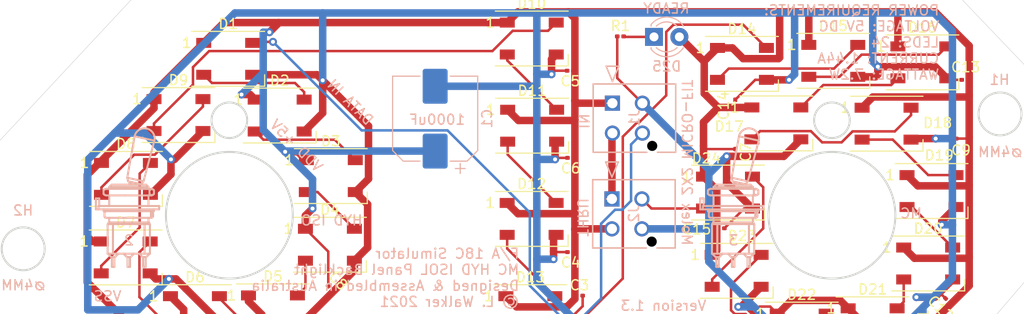
<source format=kicad_pcb>
(kicad_pcb (version 20171130) (host pcbnew "(5.1.6)-1")

  (general
    (thickness 1.6)
    (drawings 140)
    (tracks 396)
    (zones 0)
    (modules 44)
    (nets 30)
  )

  (page A4)
  (layers
    (0 F.Cu signal hide)
    (31 B.Cu signal hide)
    (32 B.Adhes user hide)
    (33 F.Adhes user hide)
    (34 B.Paste user hide)
    (35 F.Paste user hide)
    (36 B.SilkS user)
    (37 F.SilkS user hide)
    (38 B.Mask user hide)
    (39 F.Mask user hide)
    (40 Dwgs.User user hide)
    (41 Cmts.User user hide)
    (42 Eco1.User user hide)
    (43 Eco2.User user hide)
    (44 Edge.Cuts user hide)
    (45 Margin user hide)
    (46 B.CrtYd user hide)
    (47 F.CrtYd user hide)
    (48 B.Fab user hide)
    (49 F.Fab user hide)
  )

  (setup
    (last_trace_width 0.25)
    (user_trace_width 0.75)
    (trace_clearance 0.2)
    (zone_clearance 0.508)
    (zone_45_only no)
    (trace_min 0.2)
    (via_size 0.8)
    (via_drill 0.4)
    (via_min_size 0.4)
    (via_min_drill 0.3)
    (uvia_size 0.3)
    (uvia_drill 0.1)
    (uvias_allowed no)
    (uvia_min_size 0.2)
    (uvia_min_drill 0.1)
    (edge_width 0.05)
    (segment_width 0.2)
    (pcb_text_width 0.3)
    (pcb_text_size 1.5 1.5)
    (mod_edge_width 0.12)
    (mod_text_size 1 1)
    (mod_text_width 0.15)
    (pad_size 1.524 1.524)
    (pad_drill 0.762)
    (pad_to_mask_clearance 0.05)
    (aux_axis_origin 0 0)
    (visible_elements 7FFFFFFF)
    (pcbplotparams
      (layerselection 0x010fc_ffffffff)
      (usegerberextensions false)
      (usegerberattributes true)
      (usegerberadvancedattributes true)
      (creategerberjobfile true)
      (excludeedgelayer true)
      (linewidth 0.100000)
      (plotframeref false)
      (viasonmask false)
      (mode 1)
      (useauxorigin false)
      (hpglpennumber 1)
      (hpglpenspeed 20)
      (hpglpendiameter 15.000000)
      (psnegative false)
      (psa4output false)
      (plotreference true)
      (plotvalue true)
      (plotinvisibletext false)
      (padsonsilk false)
      (subtractmaskfromsilk false)
      (outputformat 1)
      (mirror false)
      (drillshape 0)
      (scaleselection 1)
      (outputdirectory "./"))
  )

  (net 0 "")
  (net 1 "Net-(C1-Pad2)")
  (net 2 "Net-(C1-Pad1)")
  (net 3 "Net-(D1-Pad2)")
  (net 4 "Net-(D1-Pad4)")
  (net 5 "Net-(D2-Pad2)")
  (net 6 "Net-(D3-Pad2)")
  (net 7 "Net-(D4-Pad2)")
  (net 8 "Net-(D5-Pad2)")
  (net 9 "Net-(D7-Pad2)")
  (net 10 "Net-(D8-Pad2)")
  (net 11 "Net-(D10-Pad4)")
  (net 12 "Net-(D10-Pad2)")
  (net 13 "Net-(D11-Pad2)")
  (net 14 "Net-(D12-Pad2)")
  (net 15 "Net-(D13-Pad2)")
  (net 16 "Net-(D14-Pad2)")
  (net 17 "Net-(D15-Pad2)")
  (net 18 "Net-(D16-Pad2)")
  (net 19 "Net-(D17-Pad2)")
  (net 20 "Net-(D18-Pad2)")
  (net 21 "Net-(D19-Pad2)")
  (net 22 "Net-(D20-Pad2)")
  (net 23 "Net-(D21-Pad2)")
  (net 24 "Net-(D22-Pad2)")
  (net 25 "Net-(D23-Pad2)")
  (net 26 "Net-(D24-Pad2)")
  (net 27 "Net-(J1-Pad2)")
  (net 28 "Net-(D6-Pad2)")
  (net 29 "Net-(D25-Pad1)")

  (net_class Default "This is the default net class."
    (clearance 0.2)
    (trace_width 0.25)
    (via_dia 0.8)
    (via_drill 0.4)
    (uvia_dia 0.3)
    (uvia_drill 0.1)
    (add_net "Net-(C1-Pad1)")
    (add_net "Net-(C1-Pad2)")
    (add_net "Net-(D1-Pad2)")
    (add_net "Net-(D1-Pad4)")
    (add_net "Net-(D10-Pad2)")
    (add_net "Net-(D10-Pad4)")
    (add_net "Net-(D11-Pad2)")
    (add_net "Net-(D12-Pad2)")
    (add_net "Net-(D13-Pad2)")
    (add_net "Net-(D14-Pad2)")
    (add_net "Net-(D15-Pad2)")
    (add_net "Net-(D16-Pad2)")
    (add_net "Net-(D17-Pad2)")
    (add_net "Net-(D18-Pad2)")
    (add_net "Net-(D19-Pad2)")
    (add_net "Net-(D2-Pad2)")
    (add_net "Net-(D20-Pad2)")
    (add_net "Net-(D21-Pad2)")
    (add_net "Net-(D22-Pad2)")
    (add_net "Net-(D23-Pad2)")
    (add_net "Net-(D24-Pad2)")
    (add_net "Net-(D25-Pad1)")
    (add_net "Net-(D3-Pad2)")
    (add_net "Net-(D4-Pad2)")
    (add_net "Net-(D5-Pad2)")
    (add_net "Net-(D6-Pad2)")
    (add_net "Net-(D7-Pad2)")
    (add_net "Net-(D8-Pad2)")
    (add_net "Net-(J1-Pad2)")
  )

  (module "Kicad Footprint Files:100SpxToggle" (layer F.Cu) (tedit 5F91AD79) (tstamp 5F95C3CB)
    (at 142.6972 83.4644)
    (fp_text reference G*** (at 0 0) (layer F.SilkS) hide
      (effects (font (size 1.524 1.524) (thickness 0.3)))
    )
    (fp_text value LOGO (at 0.75 0) (layer F.SilkS) hide
      (effects (font (size 1.524 1.524) (thickness 0.3)))
    )
    (fp_line (start -3.81 -1.27) (end -3.81 -0.169333) (layer B.SilkS) (width 0.2))
    (fp_line (start -2.949532 0.171014) (end -2.949532 0.523253) (layer B.SilkS) (width 0.2))
    (fp_line (start -3.543901 -0.169333) (end 2.523067 -0.169333) (layer B.SilkS) (width 0.2))
    (fp_line (start 1.753616 0.677334) (end -0.69854 0.677334) (layer B.SilkS) (width 0.2))
    (fp_line (start -3.543901 -0.508) (end -3.543901 -0.169333) (layer B.SilkS) (width 0.2))
    (fp_line (start -3.543901 -0.508) (end 2.523067 -0.508) (layer B.SilkS) (width 0.2))
    (fp_line (start -3.471333 -1.27) (end -3.471333 -0.508) (layer B.SilkS) (width 0.2))
    (fp_line (start 1.916598 0.171014) (end 1.916598 0.523253) (layer B.SilkS) (width 0.2))
    (fp_line (start -3.81 -1.27) (end -3.471333 -1.27) (layer B.SilkS) (width 0.2))
    (fp_line (start -3.026833 0.016934) (end 1.9939 0.016934) (layer B.SilkS) (width 0.2))
    (fp_line (start -0.69854 0.677334) (end -2.786549 0.677334) (layer B.SilkS) (width 0.2))
    (fp_curve (pts (xy 1.727824 0.578864) (xy 1.718717 0.562216) (xy 1.709644 0.542735) (xy 1.700572 0.523253)) (layer B.SilkS) (width 0.2))
    (fp_line (start -3.81 -0.169333) (end -3.543901 -0.169333) (layer B.SilkS) (width 0.2))
    (fp_line (start 1.753616 0.677334) (end 1.823639 0.651847) (layer B.SilkS) (width 0.2))
    (fp_line (start 1.9939 0.016934) (end 1.9939 -0.169333) (layer B.SilkS) (width 0.2))
    (fp_line (start -3.026833 -0.169333) (end -3.026833 0.016934) (layer B.SilkS) (width 0.2))
    (fp_line (start 2.523067 -0.169333) (end 2.523067 -0.508) (layer B.SilkS) (width 0.2))
    (fp_line (start 1.523533 1.313267) (end 1.523533 1.143267) (layer B.SilkS) (width 0.2))
    (fp_line (start -1.556467 4.2766) (end -1.850748 4.570881) (layer B.SilkS) (width 0.2))
    (fp_line (start -2.315519 4.570881) (end -2.6098 4.2766) (layer B.SilkS) (width 0.2))
    (fp_line (start -2.221238 4.609934) (end -1.945029 4.609934) (layer B.SilkS) (width 0.2))
    (fp_line (start -1.956467 4.609934) (end -1.956467 5.329934) (layer B.SilkS) (width 0.2))
    (fp_line (start -2.786549 0.016934) (end -2.856572 0.04242) (layer B.SilkS) (width 0.2))
    (fp_line (start 1.458533 -2.226733) (end 1.458533 -2.4134) (layer B.SilkS) (width 0.2))
    (fp_line (start 0.724556 -2.69114) (end 0.959418 -2.980499) (layer B.SilkS) (width 0.2))
    (fp_line (start 0.544737 -2.650066) (end 0.56184 -2.727214) (layer B.SilkS) (width 0.2))
    (fp_line (start -2.882441 -1.601235) (end -2.786549 -1.566333) (layer B.SilkS) (width 0.2))
    (fp_line (start 1.458533 1.143267) (end 1.458533 0.677334) (layer B.SilkS) (width 0.2))
    (fp_line (start 0.067912 -7.498894) (end -0.667742 -3.341232) (layer B.SilkS) (width 0.2))
    (fp_line (start -0.414456 -2.943653) (end -0.479543 -2.650066) (layer B.SilkS) (width 0.2))
    (fp_line (start -2.786549 -2.226733) (end -2.882441 -2.191832) (layer B.SilkS) (width 0.2))
    (fp_line (start 1.753616 -1.566333) (end 1.849507 -1.601235) (layer B.SilkS) (width 0.2))
    (fp_line (start 1.823639 0.04242) (end 1.753616 0.016934) (layer B.SilkS) (width 0.2))
    (fp_line (start -2.856572 0.651847) (end -2.786549 0.677334) (layer B.SilkS) (width 0.2))
    (fp_line (start 1.458533 -0.508) (end 1.458533 -1.566333) (layer B.SilkS) (width 0.2))
    (fp_line (start 1.458533 -2.4134) (end 1.221867 -2.650066) (layer B.SilkS) (width 0.2))
    (fp_line (start 0.959418 -2.980499) (end 2.049793 -7.059521) (layer B.SilkS) (width 0.2))
    (fp_line (start -0.667742 -3.341232) (end -0.577172 -2.979727) (layer B.SilkS) (width 0.2))
    (fp_line (start 1.849507 -2.191832) (end 1.753616 -2.226733) (layer B.SilkS) (width 0.2))
    (fp_line (start -0.3898 4.609934) (end -0.3898 5.329934) (layer B.SilkS) (width 0.2))
    (fp_line (start -0.3898 5.329934) (end -0.3898 5.5966) (layer B.SilkS) (width 0.2))
    (fp_line (start -2.2098 5.329934) (end -2.2098 4.609934) (layer B.SilkS) (width 0.2))
    (fp_line (start -2.633133 4.2766) (end -2.633133 1.483267) (layer B.SilkS) (width 0.2))
    (fp_line (start -0.654572 4.609934) (end -0.378362 4.609934) (layer B.SilkS) (width 0.2))
    (fp_line (start -1.001031 4.2766) (end -1.043133 4.2766) (layer B.SilkS) (width 0.2))
    (fp_line (start -2.472228 0.677334) (end -2.472228 1.143267) (layer B.SilkS) (width 0.2))
    (fp_line (start 0.923533 5.329934) (end 0.923533 4.609934) (layer B.SilkS) (width 0.2))
    (fp_line (start 0.923533 5.5966) (end 1.176867 5.5966) (layer B.SilkS) (width 0.2))
    (fp_line (start 2.049793 -7.059521) (end 0.067912 -7.498894) (layer B.SilkS) (width 0.2))
    (fp_line (start -2.2098 5.5966) (end -1.956467 5.5966) (layer B.SilkS) (width 0.2))
    (fp_line (start -0.577172 -2.979727) (end 0.724556 -2.69114) (layer B.SilkS) (width 0.2))
    (fp_line (start 0.5002 4.2766) (end 0.438385 4.2766) (layer B.SilkS) (width 0.2))
    (fp_line (start -1.533133 4.2766) (end -1.471318 4.2766) (layer B.SilkS) (width 0.2))
    (fp_line (start 0.0102 4.2766) (end 0.438385 4.2766) (layer B.SilkS) (width 0.2))
    (fp_line (start -1.471318 4.2766) (end -1.043133 4.2766) (layer B.SilkS) (width 0.2))
    (fp_line (start 1.066867 4.043267) (end 1.066867 1.5666) (layer B.SilkS) (width 0.2))
    (fp_line (start 1.066867 4.2766) (end 1.6002 4.2766) (layer B.SilkS) (width 0.2))
    (fp_line (start -2.2098 5.5966) (end -2.2098 5.329934) (layer B.SilkS) (width 0.2))
    (fp_line (start 0.0102 4.2766) (end -0.284081 4.570881) (layer B.SilkS) (width 0.2))
    (fp_line (start -1.956467 5.329934) (end -1.956467 5.5966) (layer B.SilkS) (width 0.2))
    (fp_line (start -0.748853 4.570881) (end -1.043133 4.2766) (layer B.SilkS) (width 0.2))
    (fp_line (start 1.576867 4.2766) (end 1.282586 4.570881) (layer B.SilkS) (width 0.2))
    (fp_line (start 0.923533 5.5966) (end 0.923533 5.329934) (layer B.SilkS) (width 0.2))
    (fp_line (start -2.537846 1.143267) (end 1.523533 1.143267) (layer B.SilkS) (width 0.2))
    (fp_line (start 0.339881 -2.650066) (end 0.366581 -2.770502) (layer B.SilkS) (width 0.2))
    (fp_line (start -2.633133 4.2766) (end -2.0998 4.2766) (layer B.SilkS) (width 0.2))
    (fp_line (start -0.643133 5.5966) (end -0.643133 5.329934) (layer B.SilkS) (width 0.2))
    (fp_line (start -2.472228 -1.566333) (end -2.472228 -0.508) (layer B.SilkS) (width 0.2))
    (fp_line (start 1.066867 4.2766) (end 1.066867 1.483267) (layer B.SilkS) (width 0.2))
    (fp_line (start 1.6002 4.2766) (end 1.6002 1.483267) (layer B.SilkS) (width 0.2))
    (fp_line (start -2.0998 4.043267) (end -2.0998 1.5666) (layer B.SilkS) (width 0.2))
    (fp_line (start -2.0998 1.313267) (end -2.0998 1.483267) (layer B.SilkS) (width 0.2))
    (fp_line (start -2.633133 1.483267) (end -2.633133 1.313267) (layer B.SilkS) (width 0.2))
    (fp_line (start 0.5002 4.2766) (end 1.066867 4.2766) (layer B.SilkS) (width 0.2))
    (fp_line (start -2.537846 1.313267) (end -2.537846 1.143267) (layer B.SilkS) (width 0.2))
    (fp_line (start -0.031903 4.2766) (end -0.083133 4.2766) (layer B.SilkS) (width 0.2))
    (fp_line (start -2.352087 1.313267) (end -2.633133 1.313267) (layer B.SilkS) (width 0.2))
    (fp_line (start -2.0998 1.483267) (end -2.0998 4.2766) (layer B.SilkS) (width 0.2))
    (fp_line (start 1.6002 1.483267) (end 1.6002 1.313267) (layer B.SilkS) (width 0.2))
    (fp_line (start 1.066867 1.483267) (end 1.066867 1.313267) (layer B.SilkS) (width 0.2))
    (fp_line (start -0.9498 4.2766) (end -0.083133 4.2766) (layer B.SilkS) (width 0.2))
    (fp_line (start 1.6002 1.313267) (end 1.319153 1.313267) (layer B.SilkS) (width 0.2))
    (fp_line (start -0.643133 5.329934) (end -0.643133 4.609934) (layer B.SilkS) (width 0.2))
    (fp_line (start 0.912095 4.609934) (end 1.188305 4.609934) (layer B.SilkS) (width 0.2))
    (fp_line (start -0.667742 -3.341232) (end 0.959418 -2.980499) (layer B.SilkS) (width 0.2))
    (fp_line (start 0.817814 4.570881) (end 0.523533 4.2766) (layer B.SilkS) (width 0.2))
    (fp_line (start -0.219197 -2.900365) (end -0.274687 -2.650066) (layer B.SilkS) (width 0.2))
    (fp_line (start 1.557655 -2.072652) (end 1.557655 -1.720414) (layer B.SilkS) (width 0.2))
    (fp_line (start 1.221867 -2.650066) (end -2.23291 -2.650066) (layer B.SilkS) (width 0.2))
    (fp_line (start -0.643133 5.5966) (end -0.3898 5.5966) (layer B.SilkS) (width 0.2))
    (fp_line (start -1.001031 4.2766) (end -0.9498 4.2766) (layer B.SilkS) (width 0.2))
    (fp_line (start -2.352087 1.313267) (end 1.319153 1.313267) (layer B.SilkS) (width 0.2))
    (fp_line (start 1.176867 5.329934) (end 1.176867 5.5966) (layer B.SilkS) (width 0.2))
    (fp_line (start -2.472228 -2.4134) (end -2.472228 -2.226733) (layer B.SilkS) (width 0.2))
    (fp_line (start 1.458533 -2.4134) (end -2.472228 -2.4134) (layer B.SilkS) (width 0.2))
    (fp_line (start 1.176867 4.609934) (end 1.176867 5.329934) (layer B.SilkS) (width 0.2))
    (fp_line (start -2.472228 -2.4134) (end -2.23291 -2.650066) (layer B.SilkS) (width 0.2))
    (fp_line (start 0.0102 4.2766) (end -0.031903 4.2766) (layer B.SilkS) (width 0.2))
    (fp_line (start -2.0998 4.2766) (end -1.533133 4.2766) (layer B.SilkS) (width 0.2))
    (fp_curve (pts (xy 1.700572 0.171014) (xy 1.709644 0.151533) (xy 1.718717 0.132051) (xy 1.727824 0.115403)) (layer B.SilkS) (width 0.2))
    (fp_curve (pts (xy -2.984711 -2.128263) (xy -3.003722 -2.111288) (xy -3.022664 -2.09197) (xy -3.041607 -2.072652)) (layer B.SilkS) (width 0.2))
    (fp_curve (pts (xy -2.890945 0.069104) (xy -2.90142 0.081972) (xy -2.911873 0.096627) (xy -2.92228 0.115403)) (layer B.SilkS) (width 0.2))
    (fp_line (start 1.753616 -1.566333) (end -0.896597 -1.566333) (layer B.SilkS) (width 0.2))
    (fp_curve (pts (xy 1.811612 -1.591324) (xy 1.789665 -1.587884) (xy 1.767698 -1.588627) (xy 1.745757 -1.593287)) (layer B.SilkS) (width 0.2))
    (fp_curve (pts (xy 1.882592 0.103851) (xy 1.893027 0.121187) (xy 1.903429 0.141594) (xy 1.91379 0.164705)) (layer B.SilkS) (width 0.2))
    (fp_curve (pts (xy 1.851183 0.0616) (xy 1.86168 0.072238) (xy 1.872153 0.086508) (xy 1.882592 0.103851)) (layer B.SilkS) (width 0.2))
    (fp_curve (pts (xy -2.861135 0.649649) (xy -2.859609 0.64995) (xy -2.858082 0.650057) (xy -2.856556 0.650164)) (layer B.SilkS) (width 0.2))
    (fp_curve (pts (xy 1.872099 -2.182066) (xy 1.894016 -2.171428) (xy 1.91588 -2.157159) (xy 1.937675 -2.139815)) (layer B.SilkS) (width 0.2))
    (fp_curve (pts (xy 1.916598 0.523253) (xy 1.915662 0.525363) (xy 1.914726 0.527474) (xy 1.91379 0.529563)) (layer B.SilkS) (width 0.2))
    (fp_curve (pts (xy 1.557655 -2.072652) (xy 1.576597 -2.092134) (xy 1.595538 -2.111616) (xy 1.614552 -2.128263)) (layer B.SilkS) (width 0.2))
    (fp_curve (pts (xy 1.758313 0.070057) (xy 1.768512 0.058221) (xy 1.778734 0.049566) (xy 1.788969 0.044619)) (layer B.SilkS) (width 0.2))
    (fp_curve (pts (xy 1.91379 0.529563) (xy 1.903707 0.552052) (xy 1.893587 0.571987) (xy 1.883434 0.589026)) (layer B.SilkS) (width 0.2))
    (fp_curve (pts (xy 1.875638 -1.612713) (xy 1.854336 -1.601988) (xy 1.832983 -1.594674) (xy 1.811612 -1.591324)) (layer B.SilkS) (width 0.2))
    (fp_curve (pts (xy -2.92228 0.115403) (xy -2.931388 0.131835) (xy -2.94046 0.151425) (xy -2.949532 0.171014)) (layer B.SilkS) (width 0.2))
    (fp_curve (pts (xy 1.883434 0.589026) (xy 1.873278 0.606072) (xy 1.86309 0.620221) (xy 1.852878 0.630954)) (layer B.SilkS) (width 0.2))
    (fp_line (start 1.753616 -2.226733) (end -0.896597 -2.226733) (layer B.SilkS) (width 0.2))
    (fp_curve (pts (xy 1.937675 -2.139815) (xy 1.959461 -2.12248) (xy 1.981178 -2.102073) (xy 2.00281 -2.078962)) (layer B.SilkS) (width 0.2))
    (fp_curve (pts (xy -2.891791 0.62421) (xy -2.881593 0.63683) (xy -2.871374 0.647624) (xy -2.861135 0.649649)) (layer B.SilkS) (width 0.2))
    (fp_curve (pts (xy 1.822211 0.652343) (xy 1.811699 0.655782) (xy 1.801177 0.65504) (xy 1.790668 0.65038)) (layer B.SilkS) (width 0.2))
    (fp_curve (pts (xy 1.788969 0.044619) (xy 1.799194 0.039676) (xy 1.809432 0.038434) (xy 1.819663 0.041163)) (layer B.SilkS) (width 0.2))
    (fp_curve (pts (xy -2.859436 0.043888) (xy -2.869959 0.045141) (xy -2.880463 0.056228) (xy -2.890945 0.069104)) (layer B.SilkS) (width 0.2))
    (fp_curve (pts (xy 1.727824 0.115403) (xy 1.73795 0.096892) (xy 1.74812 0.081886) (xy 1.758313 0.070057)) (layer B.SilkS) (width 0.2))
    (fp_curve (pts (xy -2.92228 0.578864) (xy -2.912153 0.597161) (xy -2.901983 0.611598) (xy -2.891791 0.62421)) (layer B.SilkS) (width 0.2))
    (fp_curve (pts (xy 1.852878 0.630954) (xy 1.842674 0.641678) (xy 1.832447 0.648993) (xy 1.822211 0.652343)) (layer B.SilkS) (width 0.2))
    (fp_curve (pts (xy 1.806292 -2.202504) (xy 1.828256 -2.199698) (xy 1.850203 -2.192695) (xy 1.872099 -2.182066)) (layer B.SilkS) (width 0.2))
    (fp_curve (pts (xy 1.939434 -1.654641) (xy 1.918229 -1.637594) (xy 1.896959 -1.623446) (xy 1.875638 -1.612713)) (layer B.SilkS) (width 0.2))
    (fp_curve (pts (xy 1.678207 -2.17361) (xy 1.6995 -2.185446) (xy 1.720842 -2.194101) (xy 1.74221 -2.199048)) (layer B.SilkS) (width 0.2))
    (fp_curve (pts (xy 2.00281 -2.078962) (xy 2.004765 -2.076873) (xy 2.006719 -2.074763) (xy 2.008674 -2.072652)) (layer B.SilkS) (width 0.2))
    (fp_line (start 1.700572 0.171014) (end 1.700572 0.523253) (layer B.SilkS) (width 0.2))
    (fp_line (start -3.041607 -2.072652) (end -3.041607 -1.720414) (layer B.SilkS) (width 0.2))
    (fp_curve (pts (xy -2.949532 0.523253) (xy -2.94046 0.542831) (xy -2.931388 0.562409) (xy -2.92228 0.578864)) (layer B.SilkS) (width 0.2))
    (fp_curve (pts (xy 1.819663 0.041163) (xy 1.830183 0.043969) (xy 1.840695 0.050972) (xy 1.851183 0.0616)) (layer B.SilkS) (width 0.2))
    (fp_curve (pts (xy 2.008674 -1.720414) (xy 2.006719 -1.718303) (xy 2.004765 -1.716193) (xy 2.00281 -1.714104)) (layer B.SilkS) (width 0.2))
    (fp_curve (pts (xy 1.790668 0.65038) (xy 1.780149 0.645715) (xy 1.769642 0.637125) (xy 1.759159 0.625163)) (layer B.SilkS) (width 0.2))
    (fp_curve (pts (xy 1.759159 0.625163) (xy 1.748682 0.613208) (xy 1.73823 0.597887) (xy 1.727824 0.578864)) (layer B.SilkS) (width 0.2))
    (fp_curve (pts (xy -2.882349 -2.188723) (xy -2.894671 -2.18461) (xy -2.906992 -2.180498) (xy -2.91929 -2.174562)) (layer B.SilkS) (width 0.2))
    (fp_curve (pts (xy 1.614552 -1.664803) (xy 1.595538 -1.68145) (xy 1.576597 -1.700932) (xy 1.557655 -1.720414)) (layer B.SilkS) (width 0.2))
    (fp_curve (pts (xy -2.984711 -1.664803) (xy -2.963572 -1.645959) (xy -2.942349 -1.630064) (xy -2.921056 -1.619456)) (layer B.SilkS) (width 0.2))
    (fp_curve (pts (xy -2.921056 -1.619456) (xy -2.90817 -1.613037) (xy -2.895259 -1.608554) (xy -2.882347 -1.604071)) (layer B.SilkS) (width 0.2))
    (fp_curve (pts (xy 1.74221 -2.199048) (xy 1.763558 -2.203991) (xy 1.784932 -2.205232) (xy 1.806292 -2.202504)) (layer B.SilkS) (width 0.2))
    (fp_curve (pts (xy 1.91379 0.164705) (xy 1.914726 0.166793) (xy 1.915662 0.168904) (xy 1.916598 0.171014)) (layer B.SilkS) (width 0.2))
    (fp_curve (pts (xy -2.856556 0.043708) (xy -2.857516 0.043741) (xy -2.858476 0.043773) (xy -2.859436 0.043888)) (layer B.SilkS) (width 0.2))
    (fp_curve (pts (xy 1.614552 -2.128263) (xy 1.635694 -2.146774) (xy 1.656926 -2.161781) (xy 1.678207 -2.17361)) (layer B.SilkS) (width 0.2))
    (fp_curve (pts (xy -3.041607 -1.720414) (xy -3.022665 -1.701082) (xy -3.003722 -1.68175) (xy -2.984711 -1.664803)) (layer B.SilkS) (width 0.2))
    (fp_line (start -0.896597 -2.226733) (end -2.786549 -2.226733) (layer B.SilkS) (width 0.2))
    (fp_curve (pts (xy 2.00281 -1.714104) (xy 1.98176 -1.691615) (xy 1.96063 -1.67168) (xy 1.939434 -1.654641)) (layer B.SilkS) (width 0.2))
    (fp_curve (pts (xy 1.745757 -1.593287) (xy 1.723795 -1.597952) (xy 1.701859 -1.606542) (xy 1.679972 -1.618504)) (layer B.SilkS) (width 0.2))
    (fp_curve (pts (xy 1.679972 -1.618504) (xy 1.6581 -1.630458) (xy 1.636278 -1.64578) (xy 1.614552 -1.664803)) (layer B.SilkS) (width 0.2))
    (fp_line (start 2.008674 -2.072652) (end 2.008674 -1.720414) (layer B.SilkS) (width 0.2))
    (fp_curve (pts (xy -2.91929 -2.174562) (xy -2.941177 -2.163999) (xy -2.962988 -2.147661) (xy -2.984711 -2.128263)) (layer B.SilkS) (width 0.2))
    (fp_line (start -0.896597 -1.566333) (end -2.786549 -1.566333) (layer B.SilkS) (width 0.2))
    (fp_arc (start 0.912095 4.4766) (end 0.817814 4.570881) (angle -45) (layer B.SilkS) (width 0.2))
    (fp_arc (start -0.378362 4.4766) (end -0.378362 4.609934) (angle -45) (layer B.SilkS) (width 0.2))
    (fp_arc (start -0.654572 4.4766) (end -0.748853 4.570881) (angle -45) (layer B.SilkS) (width 0.2))
    (fp_arc (start 1.188305 4.4766) (end 1.188305 4.609934) (angle -45) (layer B.SilkS) (width 0.2))
    (fp_arc (start 1.058853 -7.279207) (end 2.049793 -7.059521) (angle -180) (layer B.SilkS) (width 0.2))
    (fp_arc (start -2.221238 4.4766) (end -2.315519 4.570881) (angle -45) (layer B.SilkS) (width 0.2))
    (fp_arc (start -1.945029 4.4766) (end -1.945029 4.609934) (angle -45) (layer B.SilkS) (width 0.2))
  )

  (module "Kicad Footprint Files:100SpxToggle" (layer F.Cu) (tedit 5F91AD79) (tstamp 5F95C0D0)
    (at 82.1944 83.4644)
    (fp_text reference G*** (at 0 0) (layer F.SilkS) hide
      (effects (font (size 1.524 1.524) (thickness 0.3)))
    )
    (fp_text value LOGO (at 0.75 0) (layer F.SilkS) hide
      (effects (font (size 1.524 1.524) (thickness 0.3)))
    )
    (fp_line (start -3.81 -1.27) (end -3.81 -0.169333) (layer B.SilkS) (width 0.2))
    (fp_line (start -2.949532 0.171014) (end -2.949532 0.523253) (layer B.SilkS) (width 0.2))
    (fp_line (start -3.543901 -0.169333) (end 2.523067 -0.169333) (layer B.SilkS) (width 0.2))
    (fp_line (start 1.753616 0.677334) (end -0.69854 0.677334) (layer B.SilkS) (width 0.2))
    (fp_line (start -3.543901 -0.508) (end -3.543901 -0.169333) (layer B.SilkS) (width 0.2))
    (fp_line (start -3.543901 -0.508) (end 2.523067 -0.508) (layer B.SilkS) (width 0.2))
    (fp_line (start -3.471333 -1.27) (end -3.471333 -0.508) (layer B.SilkS) (width 0.2))
    (fp_line (start 1.916598 0.171014) (end 1.916598 0.523253) (layer B.SilkS) (width 0.2))
    (fp_line (start -3.81 -1.27) (end -3.471333 -1.27) (layer B.SilkS) (width 0.2))
    (fp_line (start -3.026833 0.016934) (end 1.9939 0.016934) (layer B.SilkS) (width 0.2))
    (fp_line (start -0.69854 0.677334) (end -2.786549 0.677334) (layer B.SilkS) (width 0.2))
    (fp_curve (pts (xy 1.727824 0.578864) (xy 1.718717 0.562216) (xy 1.709644 0.542735) (xy 1.700572 0.523253)) (layer B.SilkS) (width 0.2))
    (fp_line (start -3.81 -0.169333) (end -3.543901 -0.169333) (layer B.SilkS) (width 0.2))
    (fp_line (start 1.753616 0.677334) (end 1.823639 0.651847) (layer B.SilkS) (width 0.2))
    (fp_line (start 1.9939 0.016934) (end 1.9939 -0.169333) (layer B.SilkS) (width 0.2))
    (fp_line (start -3.026833 -0.169333) (end -3.026833 0.016934) (layer B.SilkS) (width 0.2))
    (fp_line (start 2.523067 -0.169333) (end 2.523067 -0.508) (layer B.SilkS) (width 0.2))
    (fp_line (start 1.523533 1.313267) (end 1.523533 1.143267) (layer B.SilkS) (width 0.2))
    (fp_line (start -1.556467 4.2766) (end -1.850748 4.570881) (layer B.SilkS) (width 0.2))
    (fp_line (start -2.315519 4.570881) (end -2.6098 4.2766) (layer B.SilkS) (width 0.2))
    (fp_line (start -2.221238 4.609934) (end -1.945029 4.609934) (layer B.SilkS) (width 0.2))
    (fp_line (start -1.956467 4.609934) (end -1.956467 5.329934) (layer B.SilkS) (width 0.2))
    (fp_line (start -2.786549 0.016934) (end -2.856572 0.04242) (layer B.SilkS) (width 0.2))
    (fp_line (start 1.458533 -2.226733) (end 1.458533 -2.4134) (layer B.SilkS) (width 0.2))
    (fp_line (start 0.724556 -2.69114) (end 0.959418 -2.980499) (layer B.SilkS) (width 0.2))
    (fp_line (start 0.544737 -2.650066) (end 0.56184 -2.727214) (layer B.SilkS) (width 0.2))
    (fp_line (start -2.882441 -1.601235) (end -2.786549 -1.566333) (layer B.SilkS) (width 0.2))
    (fp_line (start 1.458533 1.143267) (end 1.458533 0.677334) (layer B.SilkS) (width 0.2))
    (fp_line (start 0.067912 -7.498894) (end -0.667742 -3.341232) (layer B.SilkS) (width 0.2))
    (fp_line (start -0.414456 -2.943653) (end -0.479543 -2.650066) (layer B.SilkS) (width 0.2))
    (fp_line (start -2.786549 -2.226733) (end -2.882441 -2.191832) (layer B.SilkS) (width 0.2))
    (fp_line (start 1.753616 -1.566333) (end 1.849507 -1.601235) (layer B.SilkS) (width 0.2))
    (fp_line (start 1.823639 0.04242) (end 1.753616 0.016934) (layer B.SilkS) (width 0.2))
    (fp_line (start -2.856572 0.651847) (end -2.786549 0.677334) (layer B.SilkS) (width 0.2))
    (fp_line (start 1.458533 -0.508) (end 1.458533 -1.566333) (layer B.SilkS) (width 0.2))
    (fp_line (start 1.458533 -2.4134) (end 1.221867 -2.650066) (layer B.SilkS) (width 0.2))
    (fp_line (start 0.959418 -2.980499) (end 2.049793 -7.059521) (layer B.SilkS) (width 0.2))
    (fp_line (start -0.667742 -3.341232) (end -0.577172 -2.979727) (layer B.SilkS) (width 0.2))
    (fp_line (start 1.849507 -2.191832) (end 1.753616 -2.226733) (layer B.SilkS) (width 0.2))
    (fp_line (start -0.3898 4.609934) (end -0.3898 5.329934) (layer B.SilkS) (width 0.2))
    (fp_line (start -0.3898 5.329934) (end -0.3898 5.5966) (layer B.SilkS) (width 0.2))
    (fp_line (start -2.2098 5.329934) (end -2.2098 4.609934) (layer B.SilkS) (width 0.2))
    (fp_line (start -2.633133 4.2766) (end -2.633133 1.483267) (layer B.SilkS) (width 0.2))
    (fp_line (start -0.654572 4.609934) (end -0.378362 4.609934) (layer B.SilkS) (width 0.2))
    (fp_line (start -1.001031 4.2766) (end -1.043133 4.2766) (layer B.SilkS) (width 0.2))
    (fp_line (start -2.472228 0.677334) (end -2.472228 1.143267) (layer B.SilkS) (width 0.2))
    (fp_line (start 0.923533 5.329934) (end 0.923533 4.609934) (layer B.SilkS) (width 0.2))
    (fp_line (start 0.923533 5.5966) (end 1.176867 5.5966) (layer B.SilkS) (width 0.2))
    (fp_line (start 2.049793 -7.059521) (end 0.067912 -7.498894) (layer B.SilkS) (width 0.2))
    (fp_line (start -2.2098 5.5966) (end -1.956467 5.5966) (layer B.SilkS) (width 0.2))
    (fp_line (start -0.577172 -2.979727) (end 0.724556 -2.69114) (layer B.SilkS) (width 0.2))
    (fp_line (start 0.5002 4.2766) (end 0.438385 4.2766) (layer B.SilkS) (width 0.2))
    (fp_line (start -1.533133 4.2766) (end -1.471318 4.2766) (layer B.SilkS) (width 0.2))
    (fp_line (start 0.0102 4.2766) (end 0.438385 4.2766) (layer B.SilkS) (width 0.2))
    (fp_line (start -1.471318 4.2766) (end -1.043133 4.2766) (layer B.SilkS) (width 0.2))
    (fp_line (start 1.066867 4.043267) (end 1.066867 1.5666) (layer B.SilkS) (width 0.2))
    (fp_line (start 1.066867 4.2766) (end 1.6002 4.2766) (layer B.SilkS) (width 0.2))
    (fp_line (start -2.2098 5.5966) (end -2.2098 5.329934) (layer B.SilkS) (width 0.2))
    (fp_line (start 0.0102 4.2766) (end -0.284081 4.570881) (layer B.SilkS) (width 0.2))
    (fp_line (start -1.956467 5.329934) (end -1.956467 5.5966) (layer B.SilkS) (width 0.2))
    (fp_line (start -0.748853 4.570881) (end -1.043133 4.2766) (layer B.SilkS) (width 0.2))
    (fp_line (start 1.576867 4.2766) (end 1.282586 4.570881) (layer B.SilkS) (width 0.2))
    (fp_line (start 0.923533 5.5966) (end 0.923533 5.329934) (layer B.SilkS) (width 0.2))
    (fp_line (start -2.537846 1.143267) (end 1.523533 1.143267) (layer B.SilkS) (width 0.2))
    (fp_line (start 0.339881 -2.650066) (end 0.366581 -2.770502) (layer B.SilkS) (width 0.2))
    (fp_line (start -2.633133 4.2766) (end -2.0998 4.2766) (layer B.SilkS) (width 0.2))
    (fp_line (start -0.643133 5.5966) (end -0.643133 5.329934) (layer B.SilkS) (width 0.2))
    (fp_line (start -2.472228 -1.566333) (end -2.472228 -0.508) (layer B.SilkS) (width 0.2))
    (fp_line (start 1.066867 4.2766) (end 1.066867 1.483267) (layer B.SilkS) (width 0.2))
    (fp_line (start 1.6002 4.2766) (end 1.6002 1.483267) (layer B.SilkS) (width 0.2))
    (fp_line (start -2.0998 4.043267) (end -2.0998 1.5666) (layer B.SilkS) (width 0.2))
    (fp_line (start -2.0998 1.313267) (end -2.0998 1.483267) (layer B.SilkS) (width 0.2))
    (fp_line (start -2.633133 1.483267) (end -2.633133 1.313267) (layer B.SilkS) (width 0.2))
    (fp_line (start 0.5002 4.2766) (end 1.066867 4.2766) (layer B.SilkS) (width 0.2))
    (fp_line (start -2.537846 1.313267) (end -2.537846 1.143267) (layer B.SilkS) (width 0.2))
    (fp_line (start -0.031903 4.2766) (end -0.083133 4.2766) (layer B.SilkS) (width 0.2))
    (fp_line (start -2.352087 1.313267) (end -2.633133 1.313267) (layer B.SilkS) (width 0.2))
    (fp_line (start -2.0998 1.483267) (end -2.0998 4.2766) (layer B.SilkS) (width 0.2))
    (fp_line (start 1.6002 1.483267) (end 1.6002 1.313267) (layer B.SilkS) (width 0.2))
    (fp_line (start 1.066867 1.483267) (end 1.066867 1.313267) (layer B.SilkS) (width 0.2))
    (fp_line (start -0.9498 4.2766) (end -0.083133 4.2766) (layer B.SilkS) (width 0.2))
    (fp_line (start 1.6002 1.313267) (end 1.319153 1.313267) (layer B.SilkS) (width 0.2))
    (fp_line (start -0.643133 5.329934) (end -0.643133 4.609934) (layer B.SilkS) (width 0.2))
    (fp_line (start 0.912095 4.609934) (end 1.188305 4.609934) (layer B.SilkS) (width 0.2))
    (fp_line (start -0.667742 -3.341232) (end 0.959418 -2.980499) (layer B.SilkS) (width 0.2))
    (fp_line (start 0.817814 4.570881) (end 0.523533 4.2766) (layer B.SilkS) (width 0.2))
    (fp_line (start -0.219197 -2.900365) (end -0.274687 -2.650066) (layer B.SilkS) (width 0.2))
    (fp_line (start 1.557655 -2.072652) (end 1.557655 -1.720414) (layer B.SilkS) (width 0.2))
    (fp_line (start 1.221867 -2.650066) (end -2.23291 -2.650066) (layer B.SilkS) (width 0.2))
    (fp_line (start -0.643133 5.5966) (end -0.3898 5.5966) (layer B.SilkS) (width 0.2))
    (fp_line (start -1.001031 4.2766) (end -0.9498 4.2766) (layer B.SilkS) (width 0.2))
    (fp_line (start -2.352087 1.313267) (end 1.319153 1.313267) (layer B.SilkS) (width 0.2))
    (fp_line (start 1.176867 5.329934) (end 1.176867 5.5966) (layer B.SilkS) (width 0.2))
    (fp_line (start -2.472228 -2.4134) (end -2.472228 -2.226733) (layer B.SilkS) (width 0.2))
    (fp_line (start 1.458533 -2.4134) (end -2.472228 -2.4134) (layer B.SilkS) (width 0.2))
    (fp_line (start 1.176867 4.609934) (end 1.176867 5.329934) (layer B.SilkS) (width 0.2))
    (fp_line (start -2.472228 -2.4134) (end -2.23291 -2.650066) (layer B.SilkS) (width 0.2))
    (fp_line (start 0.0102 4.2766) (end -0.031903 4.2766) (layer B.SilkS) (width 0.2))
    (fp_line (start -2.0998 4.2766) (end -1.533133 4.2766) (layer B.SilkS) (width 0.2))
    (fp_curve (pts (xy 1.700572 0.171014) (xy 1.709644 0.151533) (xy 1.718717 0.132051) (xy 1.727824 0.115403)) (layer B.SilkS) (width 0.2))
    (fp_curve (pts (xy -2.984711 -2.128263) (xy -3.003722 -2.111288) (xy -3.022664 -2.09197) (xy -3.041607 -2.072652)) (layer B.SilkS) (width 0.2))
    (fp_curve (pts (xy -2.890945 0.069104) (xy -2.90142 0.081972) (xy -2.911873 0.096627) (xy -2.92228 0.115403)) (layer B.SilkS) (width 0.2))
    (fp_line (start 1.753616 -1.566333) (end -0.896597 -1.566333) (layer B.SilkS) (width 0.2))
    (fp_curve (pts (xy 1.811612 -1.591324) (xy 1.789665 -1.587884) (xy 1.767698 -1.588627) (xy 1.745757 -1.593287)) (layer B.SilkS) (width 0.2))
    (fp_curve (pts (xy 1.882592 0.103851) (xy 1.893027 0.121187) (xy 1.903429 0.141594) (xy 1.91379 0.164705)) (layer B.SilkS) (width 0.2))
    (fp_curve (pts (xy 1.851183 0.0616) (xy 1.86168 0.072238) (xy 1.872153 0.086508) (xy 1.882592 0.103851)) (layer B.SilkS) (width 0.2))
    (fp_curve (pts (xy -2.861135 0.649649) (xy -2.859609 0.64995) (xy -2.858082 0.650057) (xy -2.856556 0.650164)) (layer B.SilkS) (width 0.2))
    (fp_curve (pts (xy 1.872099 -2.182066) (xy 1.894016 -2.171428) (xy 1.91588 -2.157159) (xy 1.937675 -2.139815)) (layer B.SilkS) (width 0.2))
    (fp_curve (pts (xy 1.916598 0.523253) (xy 1.915662 0.525363) (xy 1.914726 0.527474) (xy 1.91379 0.529563)) (layer B.SilkS) (width 0.2))
    (fp_curve (pts (xy 1.557655 -2.072652) (xy 1.576597 -2.092134) (xy 1.595538 -2.111616) (xy 1.614552 -2.128263)) (layer B.SilkS) (width 0.2))
    (fp_curve (pts (xy 1.758313 0.070057) (xy 1.768512 0.058221) (xy 1.778734 0.049566) (xy 1.788969 0.044619)) (layer B.SilkS) (width 0.2))
    (fp_curve (pts (xy 1.91379 0.529563) (xy 1.903707 0.552052) (xy 1.893587 0.571987) (xy 1.883434 0.589026)) (layer B.SilkS) (width 0.2))
    (fp_curve (pts (xy 1.875638 -1.612713) (xy 1.854336 -1.601988) (xy 1.832983 -1.594674) (xy 1.811612 -1.591324)) (layer B.SilkS) (width 0.2))
    (fp_curve (pts (xy -2.92228 0.115403) (xy -2.931388 0.131835) (xy -2.94046 0.151425) (xy -2.949532 0.171014)) (layer B.SilkS) (width 0.2))
    (fp_curve (pts (xy 1.883434 0.589026) (xy 1.873278 0.606072) (xy 1.86309 0.620221) (xy 1.852878 0.630954)) (layer B.SilkS) (width 0.2))
    (fp_line (start 1.753616 -2.226733) (end -0.896597 -2.226733) (layer B.SilkS) (width 0.2))
    (fp_curve (pts (xy 1.937675 -2.139815) (xy 1.959461 -2.12248) (xy 1.981178 -2.102073) (xy 2.00281 -2.078962)) (layer B.SilkS) (width 0.2))
    (fp_curve (pts (xy -2.891791 0.62421) (xy -2.881593 0.63683) (xy -2.871374 0.647624) (xy -2.861135 0.649649)) (layer B.SilkS) (width 0.2))
    (fp_curve (pts (xy 1.822211 0.652343) (xy 1.811699 0.655782) (xy 1.801177 0.65504) (xy 1.790668 0.65038)) (layer B.SilkS) (width 0.2))
    (fp_curve (pts (xy 1.788969 0.044619) (xy 1.799194 0.039676) (xy 1.809432 0.038434) (xy 1.819663 0.041163)) (layer B.SilkS) (width 0.2))
    (fp_curve (pts (xy -2.859436 0.043888) (xy -2.869959 0.045141) (xy -2.880463 0.056228) (xy -2.890945 0.069104)) (layer B.SilkS) (width 0.2))
    (fp_curve (pts (xy 1.727824 0.115403) (xy 1.73795 0.096892) (xy 1.74812 0.081886) (xy 1.758313 0.070057)) (layer B.SilkS) (width 0.2))
    (fp_curve (pts (xy -2.92228 0.578864) (xy -2.912153 0.597161) (xy -2.901983 0.611598) (xy -2.891791 0.62421)) (layer B.SilkS) (width 0.2))
    (fp_curve (pts (xy 1.852878 0.630954) (xy 1.842674 0.641678) (xy 1.832447 0.648993) (xy 1.822211 0.652343)) (layer B.SilkS) (width 0.2))
    (fp_curve (pts (xy 1.806292 -2.202504) (xy 1.828256 -2.199698) (xy 1.850203 -2.192695) (xy 1.872099 -2.182066)) (layer B.SilkS) (width 0.2))
    (fp_curve (pts (xy 1.939434 -1.654641) (xy 1.918229 -1.637594) (xy 1.896959 -1.623446) (xy 1.875638 -1.612713)) (layer B.SilkS) (width 0.2))
    (fp_curve (pts (xy 1.678207 -2.17361) (xy 1.6995 -2.185446) (xy 1.720842 -2.194101) (xy 1.74221 -2.199048)) (layer B.SilkS) (width 0.2))
    (fp_curve (pts (xy 2.00281 -2.078962) (xy 2.004765 -2.076873) (xy 2.006719 -2.074763) (xy 2.008674 -2.072652)) (layer B.SilkS) (width 0.2))
    (fp_line (start 1.700572 0.171014) (end 1.700572 0.523253) (layer B.SilkS) (width 0.2))
    (fp_line (start -3.041607 -2.072652) (end -3.041607 -1.720414) (layer B.SilkS) (width 0.2))
    (fp_curve (pts (xy -2.949532 0.523253) (xy -2.94046 0.542831) (xy -2.931388 0.562409) (xy -2.92228 0.578864)) (layer B.SilkS) (width 0.2))
    (fp_curve (pts (xy 1.819663 0.041163) (xy 1.830183 0.043969) (xy 1.840695 0.050972) (xy 1.851183 0.0616)) (layer B.SilkS) (width 0.2))
    (fp_curve (pts (xy 2.008674 -1.720414) (xy 2.006719 -1.718303) (xy 2.004765 -1.716193) (xy 2.00281 -1.714104)) (layer B.SilkS) (width 0.2))
    (fp_curve (pts (xy 1.790668 0.65038) (xy 1.780149 0.645715) (xy 1.769642 0.637125) (xy 1.759159 0.625163)) (layer B.SilkS) (width 0.2))
    (fp_curve (pts (xy 1.759159 0.625163) (xy 1.748682 0.613208) (xy 1.73823 0.597887) (xy 1.727824 0.578864)) (layer B.SilkS) (width 0.2))
    (fp_curve (pts (xy -2.882349 -2.188723) (xy -2.894671 -2.18461) (xy -2.906992 -2.180498) (xy -2.91929 -2.174562)) (layer B.SilkS) (width 0.2))
    (fp_curve (pts (xy 1.614552 -1.664803) (xy 1.595538 -1.68145) (xy 1.576597 -1.700932) (xy 1.557655 -1.720414)) (layer B.SilkS) (width 0.2))
    (fp_curve (pts (xy -2.984711 -1.664803) (xy -2.963572 -1.645959) (xy -2.942349 -1.630064) (xy -2.921056 -1.619456)) (layer B.SilkS) (width 0.2))
    (fp_curve (pts (xy -2.921056 -1.619456) (xy -2.90817 -1.613037) (xy -2.895259 -1.608554) (xy -2.882347 -1.604071)) (layer B.SilkS) (width 0.2))
    (fp_curve (pts (xy 1.74221 -2.199048) (xy 1.763558 -2.203991) (xy 1.784932 -2.205232) (xy 1.806292 -2.202504)) (layer B.SilkS) (width 0.2))
    (fp_curve (pts (xy 1.91379 0.164705) (xy 1.914726 0.166793) (xy 1.915662 0.168904) (xy 1.916598 0.171014)) (layer B.SilkS) (width 0.2))
    (fp_curve (pts (xy -2.856556 0.043708) (xy -2.857516 0.043741) (xy -2.858476 0.043773) (xy -2.859436 0.043888)) (layer B.SilkS) (width 0.2))
    (fp_curve (pts (xy 1.614552 -2.128263) (xy 1.635694 -2.146774) (xy 1.656926 -2.161781) (xy 1.678207 -2.17361)) (layer B.SilkS) (width 0.2))
    (fp_curve (pts (xy -3.041607 -1.720414) (xy -3.022665 -1.701082) (xy -3.003722 -1.68175) (xy -2.984711 -1.664803)) (layer B.SilkS) (width 0.2))
    (fp_line (start -0.896597 -2.226733) (end -2.786549 -2.226733) (layer B.SilkS) (width 0.2))
    (fp_curve (pts (xy 2.00281 -1.714104) (xy 1.98176 -1.691615) (xy 1.96063 -1.67168) (xy 1.939434 -1.654641)) (layer B.SilkS) (width 0.2))
    (fp_curve (pts (xy 1.745757 -1.593287) (xy 1.723795 -1.597952) (xy 1.701859 -1.606542) (xy 1.679972 -1.618504)) (layer B.SilkS) (width 0.2))
    (fp_curve (pts (xy 1.679972 -1.618504) (xy 1.6581 -1.630458) (xy 1.636278 -1.64578) (xy 1.614552 -1.664803)) (layer B.SilkS) (width 0.2))
    (fp_line (start 2.008674 -2.072652) (end 2.008674 -1.720414) (layer B.SilkS) (width 0.2))
    (fp_curve (pts (xy -2.91929 -2.174562) (xy -2.941177 -2.163999) (xy -2.962988 -2.147661) (xy -2.984711 -2.128263)) (layer B.SilkS) (width 0.2))
    (fp_line (start -0.896597 -1.566333) (end -2.786549 -1.566333) (layer B.SilkS) (width 0.2))
    (fp_arc (start 0.912095 4.4766) (end 0.817814 4.570881) (angle -45) (layer B.SilkS) (width 0.2))
    (fp_arc (start -0.378362 4.4766) (end -0.378362 4.609934) (angle -45) (layer B.SilkS) (width 0.2))
    (fp_arc (start -0.654572 4.4766) (end -0.748853 4.570881) (angle -45) (layer B.SilkS) (width 0.2))
    (fp_arc (start 1.188305 4.4766) (end 1.188305 4.609934) (angle -45) (layer B.SilkS) (width 0.2))
    (fp_arc (start 1.058853 -7.279207) (end 2.049793 -7.059521) (angle -180) (layer B.SilkS) (width 0.2))
    (fp_arc (start -2.221238 4.4766) (end -2.315519 4.570881) (angle -45) (layer B.SilkS) (width 0.2))
    (fp_arc (start -1.945029 4.4766) (end -1.945029 4.609934) (angle -45) (layer B.SilkS) (width 0.2))
  )

  (module footprints:Molex_MicroFit_2X2 (layer B.Cu) (tedit 5F952CF2) (tstamp 5F85BFA0)
    (at 130.05 82.25 90)
    (path /5F8896FF)
    (fp_text reference J2 (at -1.495006 2.199999 90) (layer B.SilkS)
      (effects (font (size 1 1) (thickness 0.15)) (justify mirror))
    )
    (fp_text value Conn_01x04_Female (at -1.495006 2.199999 90) (layer B.SilkS) hide
      (effects (font (size 1 1) (thickness 0.15)) (justify mirror))
    )
    (fp_line (start 2.183994 0) (end 3.707993 0.635) (layer B.SilkS) (width 0.1524))
    (fp_line (start 3.707993 0.635) (end 3.707993 -0.635) (layer B.SilkS) (width 0.1524))
    (fp_line (start 3.707993 -0.635) (end 2.183994 0) (layer B.SilkS) (width 0.1524))
    (fp_line (start 2.183994 0) (end 3.707993 0.635) (layer B.Fab) (width 0.1524))
    (fp_line (start 3.707993 0.635) (end 3.707993 -0.635) (layer B.Fab) (width 0.1524))
    (fp_line (start 3.707993 -0.635) (end 2.183994 0) (layer B.Fab) (width 0.1524))
    (fp_line (start -4.920006 -1.93) (end 1.929994 -1.93) (layer B.SilkS) (width 0.1524))
    (fp_line (start 1.929994 -1.93) (end 1.929994 6.33) (layer B.SilkS) (width 0.1524))
    (fp_line (start 1.929994 6.33) (end -4.920006 6.33) (layer B.SilkS) (width 0.1524))
    (fp_line (start -4.920006 6.33) (end -4.920006 4.508543) (layer B.SilkS) (width 0.1524))
    (fp_line (start -4.920006 -1.93) (end 1.929994 -1.93) (layer B.Fab) (width 0.1524))
    (fp_line (start 1.929994 -1.93) (end 1.929994 6.33) (layer B.Fab) (width 0.1524))
    (fp_line (start 1.929994 6.33) (end -4.920006 6.33) (layer B.Fab) (width 0.1524))
    (fp_line (start -4.920006 6.33) (end -4.920006 -1.93) (layer B.Fab) (width 0.1524))
    (fp_line (start -4.920006 3.451456) (end -4.920006 -1.93) (layer B.SilkS) (width 0.1524))
    (fp_line (start -6.190006 7.6) (end -6.190006 -3.2) (layer B.CrtYd) (width 0.1524))
    (fp_line (start -6.190006 -3.2) (end 3.199994 -3.2) (layer B.CrtYd) (width 0.1524))
    (fp_line (start 3.199994 -3.2) (end 3.199994 7.6) (layer B.CrtYd) (width 0.1524))
    (fp_line (start 3.199994 7.6) (end -6.190006 7.6) (layer B.CrtYd) (width 0.1524))
    (fp_text user * (at 0 0 90) (layer B.Fab)
      (effects (font (size 1 1) (thickness 0.15)) (justify mirror))
    )
    (fp_text user * (at 0 0 90) (layer B.SilkS)
      (effects (font (size 1 1) (thickness 0.15)) (justify mirror))
    )
    (fp_text user "Copyright 2016 Accelerated Designs. All rights reserved." (at 0 0 90) (layer Cmts.User)
      (effects (font (size 0.127 0.127) (thickness 0.002)))
    )
    (pad 5 np_thru_hole circle (at -4.279999 3.98 90) (size 1.02 1.02) (drill 1.016) (layers))
    (pad 4 thru_hole circle (at -2.999999 2.999999 90) (size 1.52 1.52) (drill 1.016) (layers *.Cu *.Mask)
      (net 1 "Net-(C1-Pad2)"))
    (pad 3 thru_hole circle (at 0 2.999999) (size 1.52 1.52) (drill 1.016) (layers *.Cu *.Mask)
      (net 26 "Net-(D24-Pad2)"))
    (pad 2 thru_hole circle (at -2.999999 0 90) (size 1.52 1.52) (drill 1.016) (layers *.Cu *.Mask)
      (net 2 "Net-(C1-Pad1)"))
    (pad 1 thru_hole rect (at 0 0) (size 1.52 1.52) (drill 1.016) (layers *.Cu *.Mask)
      (net 27 "Net-(J1-Pad2)"))
    (model C:/Users/lukew/Downloads/MOLEX_2068320402/2068320402.STEP
      (offset (xyz -1.5 2.25 3.5))
      (scale (xyz 1 1 1))
      (rotate (xyz 0 0 0))
    )
    (model C:/Users/lukew/Downloads/kicad-footprints-master/Connector_Molex.3dshapes/2068320402.STEP
      (offset (xyz -1.5 2.25 3.5))
      (scale (xyz 1 1 1))
      (rotate (xyz 0 0 0))
    )
  )

  (module footprints:Molex_MicroFit_2X2 (layer B.Cu) (tedit 5F952CF2) (tstamp 5F85BF73)
    (at 130.1 72.65 90)
    (path /5F887470)
    (fp_text reference J1 (at -1.495006 2.199999 90) (layer B.SilkS)
      (effects (font (size 1 1) (thickness 0.15)) (justify mirror))
    )
    (fp_text value Conn_01x04_Female (at -1.495006 2.199999 90) (layer B.SilkS) hide
      (effects (font (size 1 1) (thickness 0.15)) (justify mirror))
    )
    (fp_line (start 2.183994 0) (end 3.707993 0.635) (layer B.SilkS) (width 0.1524))
    (fp_line (start 3.707993 0.635) (end 3.707993 -0.635) (layer B.SilkS) (width 0.1524))
    (fp_line (start 3.707993 -0.635) (end 2.183994 0) (layer B.SilkS) (width 0.1524))
    (fp_line (start 2.183994 0) (end 3.707993 0.635) (layer B.Fab) (width 0.1524))
    (fp_line (start 3.707993 0.635) (end 3.707993 -0.635) (layer B.Fab) (width 0.1524))
    (fp_line (start 3.707993 -0.635) (end 2.183994 0) (layer B.Fab) (width 0.1524))
    (fp_line (start -4.920006 -1.93) (end 1.929994 -1.93) (layer B.SilkS) (width 0.1524))
    (fp_line (start 1.929994 -1.93) (end 1.929994 6.33) (layer B.SilkS) (width 0.1524))
    (fp_line (start 1.929994 6.33) (end -4.920006 6.33) (layer B.SilkS) (width 0.1524))
    (fp_line (start -4.920006 6.33) (end -4.920006 4.508543) (layer B.SilkS) (width 0.1524))
    (fp_line (start -4.920006 -1.93) (end 1.929994 -1.93) (layer B.Fab) (width 0.1524))
    (fp_line (start 1.929994 -1.93) (end 1.929994 6.33) (layer B.Fab) (width 0.1524))
    (fp_line (start 1.929994 6.33) (end -4.920006 6.33) (layer B.Fab) (width 0.1524))
    (fp_line (start -4.920006 6.33) (end -4.920006 -1.93) (layer B.Fab) (width 0.1524))
    (fp_line (start -4.920006 3.451456) (end -4.920006 -1.93) (layer B.SilkS) (width 0.1524))
    (fp_line (start -6.190006 7.6) (end -6.190006 -3.2) (layer B.CrtYd) (width 0.1524))
    (fp_line (start -6.190006 -3.2) (end 3.199994 -3.2) (layer B.CrtYd) (width 0.1524))
    (fp_line (start 3.199994 -3.2) (end 3.199994 7.6) (layer B.CrtYd) (width 0.1524))
    (fp_line (start 3.199994 7.6) (end -6.190006 7.6) (layer B.CrtYd) (width 0.1524))
    (fp_text user * (at 0 0 90) (layer B.Fab)
      (effects (font (size 1 1) (thickness 0.15)) (justify mirror))
    )
    (fp_text user * (at 0 0 90) (layer B.SilkS)
      (effects (font (size 1 1) (thickness 0.15)) (justify mirror))
    )
    (fp_text user "Copyright 2016 Accelerated Designs. All rights reserved." (at 0 0 90) (layer Cmts.User)
      (effects (font (size 0.127 0.127) (thickness 0.002)))
    )
    (pad 5 np_thru_hole circle (at -4.279999 3.98 90) (size 1.02 1.02) (drill 1.016) (layers))
    (pad 4 thru_hole circle (at -2.999999 2.999999 90) (size 1.52 1.52) (drill 1.016) (layers *.Cu *.Mask)
      (net 4 "Net-(D1-Pad4)"))
    (pad 3 thru_hole circle (at 0 2.999999) (size 1.52 1.52) (drill 1.016) (layers *.Cu *.Mask)
      (net 1 "Net-(C1-Pad2)"))
    (pad 2 thru_hole circle (at -2.999999 0 90) (size 1.52 1.52) (drill 1.016) (layers *.Cu *.Mask)
      (net 27 "Net-(J1-Pad2)"))
    (pad 1 thru_hole rect (at 0 0) (size 1.52 1.52) (drill 1.016) (layers *.Cu *.Mask)
      (net 2 "Net-(C1-Pad1)"))
    (model C:/Users/lukew/Downloads/MOLEX_2068320402/2068320402.STEP
      (offset (xyz -1.5 2.25 3.5))
      (scale (xyz 1 1 1))
      (rotate (xyz 0 0 0))
    )
    (model C:/Users/lukew/Downloads/kicad-footprints-master/Connector_Molex.3dshapes/2068320402.STEP
      (offset (xyz -1.5 2.25 3.5))
      (scale (xyz 1 1 1))
      (rotate (xyz 0 0 0))
    )
  )

  (module Capacitor_SMD:CP_Elec_8x10 (layer B.Cu) (tedit 5BCA39D0) (tstamp 5F85BD1E)
    (at 112.35 74.2 90)
    (descr "SMD capacitor, aluminum electrolytic, Nichicon, 8.0x10mm")
    (tags "capacitor electrolytic")
    (path /5F883439)
    (attr smd)
    (fp_text reference C1 (at 0 5.2 90) (layer B.SilkS)
      (effects (font (size 1 1) (thickness 0.15)) (justify mirror))
    )
    (fp_text value C_Polarized (at 0 -5.2 90) (layer B.Fab)
      (effects (font (size 1 1) (thickness 0.15)) (justify mirror))
    )
    (fp_line (start -5.25 -1.5) (end -4.4 -1.5) (layer B.CrtYd) (width 0.05))
    (fp_line (start -5.25 1.5) (end -5.25 -1.5) (layer B.CrtYd) (width 0.05))
    (fp_line (start -4.4 1.5) (end -5.25 1.5) (layer B.CrtYd) (width 0.05))
    (fp_line (start -4.4 -1.5) (end -4.4 -3.25) (layer B.CrtYd) (width 0.05))
    (fp_line (start -4.4 3.25) (end -4.4 1.5) (layer B.CrtYd) (width 0.05))
    (fp_line (start -4.4 3.25) (end -3.25 4.4) (layer B.CrtYd) (width 0.05))
    (fp_line (start -4.4 -3.25) (end -3.25 -4.4) (layer B.CrtYd) (width 0.05))
    (fp_line (start -3.25 4.4) (end 4.4 4.4) (layer B.CrtYd) (width 0.05))
    (fp_line (start -3.25 -4.4) (end 4.4 -4.4) (layer B.CrtYd) (width 0.05))
    (fp_line (start 4.4 -1.5) (end 4.4 -4.4) (layer B.CrtYd) (width 0.05))
    (fp_line (start 5.25 -1.5) (end 4.4 -1.5) (layer B.CrtYd) (width 0.05))
    (fp_line (start 5.25 1.5) (end 5.25 -1.5) (layer B.CrtYd) (width 0.05))
    (fp_line (start 4.4 1.5) (end 5.25 1.5) (layer B.CrtYd) (width 0.05))
    (fp_line (start 4.4 4.4) (end 4.4 1.5) (layer B.CrtYd) (width 0.05))
    (fp_line (start -5 3.01) (end -5 2.01) (layer B.SilkS) (width 0.12))
    (fp_line (start -5.5 2.51) (end -4.5 2.51) (layer B.SilkS) (width 0.12))
    (fp_line (start -4.26 -3.195563) (end -3.195563 -4.26) (layer B.SilkS) (width 0.12))
    (fp_line (start -4.26 3.195563) (end -3.195563 4.26) (layer B.SilkS) (width 0.12))
    (fp_line (start -4.26 3.195563) (end -4.26 1.51) (layer B.SilkS) (width 0.12))
    (fp_line (start -4.26 -3.195563) (end -4.26 -1.51) (layer B.SilkS) (width 0.12))
    (fp_line (start -3.195563 -4.26) (end 4.26 -4.26) (layer B.SilkS) (width 0.12))
    (fp_line (start -3.195563 4.26) (end 4.26 4.26) (layer B.SilkS) (width 0.12))
    (fp_line (start 4.26 4.26) (end 4.26 1.51) (layer B.SilkS) (width 0.12))
    (fp_line (start 4.26 -4.26) (end 4.26 -1.51) (layer B.SilkS) (width 0.12))
    (fp_line (start -3.162278 1.9) (end -3.162278 1.1) (layer B.Fab) (width 0.1))
    (fp_line (start -3.562278 1.5) (end -2.762278 1.5) (layer B.Fab) (width 0.1))
    (fp_line (start -4.15 -3.15) (end -3.15 -4.15) (layer B.Fab) (width 0.1))
    (fp_line (start -4.15 3.15) (end -3.15 4.15) (layer B.Fab) (width 0.1))
    (fp_line (start -4.15 3.15) (end -4.15 -3.15) (layer B.Fab) (width 0.1))
    (fp_line (start -3.15 -4.15) (end 4.15 -4.15) (layer B.Fab) (width 0.1))
    (fp_line (start -3.15 4.15) (end 4.15 4.15) (layer B.Fab) (width 0.1))
    (fp_line (start 4.15 4.15) (end 4.15 -4.15) (layer B.Fab) (width 0.1))
    (fp_circle (center 0 0) (end 4 0) (layer B.Fab) (width 0.1))
    (fp_text user %R (at 0 0 90) (layer B.Fab)
      (effects (font (size 1 1) (thickness 0.15)) (justify mirror))
    )
    (pad 2 smd roundrect (at 3.25 0 90) (size 3.5 2.5) (layers B.Cu B.Paste B.Mask) (roundrect_rratio 0.1)
      (net 1 "Net-(C1-Pad2)"))
    (pad 1 smd roundrect (at -3.25 0 90) (size 3.5 2.5) (layers B.Cu B.Paste B.Mask) (roundrect_rratio 0.1)
      (net 2 "Net-(C1-Pad1)"))
    (model ${KISYS3DMOD}/Capacitor_SMD.3dshapes/CP_Elec_8x10.wrl
      (at (xyz 0 0 0))
      (scale (xyz 1 1 1))
      (rotate (xyz 0 0 0))
    )
  )

  (module Capacitor_SMD:C_0201_0603Metric (layer F.Cu) (tedit 5F68FEEE) (tstamp 5F952DDD)
    (at 140.9852 85.1916)
    (descr "Capacitor SMD 0201 (0603 Metric), square (rectangular) end terminal, IPC_7351 nominal, (Body size source: https://www.vishay.com/docs/20052/crcw0201e3.pdf), generated with kicad-footprint-generator")
    (tags capacitor)
    (path /5F9C7F05)
    (attr smd)
    (fp_text reference C15 (at -2.4536 0.1016) (layer F.SilkS)
      (effects (font (size 1 1) (thickness 0.15)))
    )
    (fp_text value C (at 0 1.05) (layer F.Fab)
      (effects (font (size 1 1) (thickness 0.15)))
    )
    (fp_line (start 0.7 0.35) (end -0.7 0.35) (layer F.CrtYd) (width 0.05))
    (fp_line (start 0.7 -0.35) (end 0.7 0.35) (layer F.CrtYd) (width 0.05))
    (fp_line (start -0.7 -0.35) (end 0.7 -0.35) (layer F.CrtYd) (width 0.05))
    (fp_line (start -0.7 0.35) (end -0.7 -0.35) (layer F.CrtYd) (width 0.05))
    (fp_line (start 0.3 0.15) (end -0.3 0.15) (layer F.Fab) (width 0.1))
    (fp_line (start 0.3 -0.15) (end 0.3 0.15) (layer F.Fab) (width 0.1))
    (fp_line (start -0.3 -0.15) (end 0.3 -0.15) (layer F.Fab) (width 0.1))
    (fp_line (start -0.3 0.15) (end -0.3 -0.15) (layer F.Fab) (width 0.1))
    (fp_text user %R (at 0 -0.68) (layer F.Fab)
      (effects (font (size 0.25 0.25) (thickness 0.04)))
    )
    (pad 2 smd roundrect (at 0.32 0) (size 0.46 0.4) (layers F.Cu F.Mask) (roundrect_rratio 0.25)
      (net 1 "Net-(C1-Pad2)"))
    (pad 1 smd roundrect (at -0.32 0) (size 0.46 0.4) (layers F.Cu F.Mask) (roundrect_rratio 0.25)
      (net 2 "Net-(C1-Pad1)"))
    (pad "" smd roundrect (at 0.345 0) (size 0.318 0.36) (layers F.Paste) (roundrect_rratio 0.25))
    (pad "" smd roundrect (at -0.345 0) (size 0.318 0.36) (layers F.Paste) (roundrect_rratio 0.25))
    (model ${KISYS3DMOD}/Capacitor_SMD.3dshapes/C_0201_0603Metric.wrl
      (at (xyz 0 0 0))
      (scale (xyz 1 1 1))
      (rotate (xyz 0 0 0))
    )
  )

  (module Capacitor_SMD:C_0201_0603Metric (layer F.Cu) (tedit 5F68FEEE) (tstamp 5F952DCC)
    (at 142.3924 72.6288 90)
    (descr "Capacitor SMD 0201 (0603 Metric), square (rectangular) end terminal, IPC_7351 nominal, (Body size source: https://www.vishay.com/docs/20052/crcw0201e3.pdf), generated with kicad-footprint-generator")
    (tags capacitor)
    (path /5F9BDA3B)
    (attr smd)
    (fp_text reference C14 (at -0.2692 -1.1684 90) (layer F.SilkS)
      (effects (font (size 1 1) (thickness 0.15)))
    )
    (fp_text value C (at 0 1.05 90) (layer F.Fab)
      (effects (font (size 1 1) (thickness 0.15)))
    )
    (fp_line (start 0.7 0.35) (end -0.7 0.35) (layer F.CrtYd) (width 0.05))
    (fp_line (start 0.7 -0.35) (end 0.7 0.35) (layer F.CrtYd) (width 0.05))
    (fp_line (start -0.7 -0.35) (end 0.7 -0.35) (layer F.CrtYd) (width 0.05))
    (fp_line (start -0.7 0.35) (end -0.7 -0.35) (layer F.CrtYd) (width 0.05))
    (fp_line (start 0.3 0.15) (end -0.3 0.15) (layer F.Fab) (width 0.1))
    (fp_line (start 0.3 -0.15) (end 0.3 0.15) (layer F.Fab) (width 0.1))
    (fp_line (start -0.3 -0.15) (end 0.3 -0.15) (layer F.Fab) (width 0.1))
    (fp_line (start -0.3 0.15) (end -0.3 -0.15) (layer F.Fab) (width 0.1))
    (fp_text user %R (at 0 -0.68 90) (layer F.Fab)
      (effects (font (size 0.25 0.25) (thickness 0.04)))
    )
    (pad 2 smd roundrect (at 0.32 0 90) (size 0.46 0.4) (layers F.Cu F.Mask) (roundrect_rratio 0.25)
      (net 1 "Net-(C1-Pad2)"))
    (pad 1 smd roundrect (at -0.32 0 90) (size 0.46 0.4) (layers F.Cu F.Mask) (roundrect_rratio 0.25)
      (net 2 "Net-(C1-Pad1)"))
    (pad "" smd roundrect (at 0.345 0 90) (size 0.318 0.36) (layers F.Paste) (roundrect_rratio 0.25))
    (pad "" smd roundrect (at -0.345 0 90) (size 0.318 0.36) (layers F.Paste) (roundrect_rratio 0.25))
    (model ${KISYS3DMOD}/Capacitor_SMD.3dshapes/C_0201_0603Metric.wrl
      (at (xyz 0 0 0))
      (scale (xyz 1 1 1))
      (rotate (xyz 0 0 0))
    )
  )

  (module Capacitor_SMD:C_0201_0603Metric (layer F.Cu) (tedit 5F68FEEE) (tstamp 5F952DBB)
    (at 165.3896 70.3072 180)
    (descr "Capacitor SMD 0201 (0603 Metric), square (rectangular) end terminal, IPC_7351 nominal, (Body size source: https://www.vishay.com/docs/20052/crcw0201e3.pdf), generated with kicad-footprint-generator")
    (tags capacitor)
    (path /5F9B35CD)
    (attr smd)
    (fp_text reference C13 (at -0.066 1.27) (layer F.SilkS)
      (effects (font (size 1 1) (thickness 0.15)))
    )
    (fp_text value C (at 0 1.05) (layer F.Fab)
      (effects (font (size 1 1) (thickness 0.15)))
    )
    (fp_line (start 0.7 0.35) (end -0.7 0.35) (layer F.CrtYd) (width 0.05))
    (fp_line (start 0.7 -0.35) (end 0.7 0.35) (layer F.CrtYd) (width 0.05))
    (fp_line (start -0.7 -0.35) (end 0.7 -0.35) (layer F.CrtYd) (width 0.05))
    (fp_line (start -0.7 0.35) (end -0.7 -0.35) (layer F.CrtYd) (width 0.05))
    (fp_line (start 0.3 0.15) (end -0.3 0.15) (layer F.Fab) (width 0.1))
    (fp_line (start 0.3 -0.15) (end 0.3 0.15) (layer F.Fab) (width 0.1))
    (fp_line (start -0.3 -0.15) (end 0.3 -0.15) (layer F.Fab) (width 0.1))
    (fp_line (start -0.3 0.15) (end -0.3 -0.15) (layer F.Fab) (width 0.1))
    (fp_text user %R (at 0 -0.68) (layer F.Fab)
      (effects (font (size 0.25 0.25) (thickness 0.04)))
    )
    (pad 2 smd roundrect (at 0.32 0 180) (size 0.46 0.4) (layers F.Cu F.Mask) (roundrect_rratio 0.25)
      (net 1 "Net-(C1-Pad2)"))
    (pad 1 smd roundrect (at -0.32 0 180) (size 0.46 0.4) (layers F.Cu F.Mask) (roundrect_rratio 0.25)
      (net 2 "Net-(C1-Pad1)"))
    (pad "" smd roundrect (at 0.345 0 180) (size 0.318 0.36) (layers F.Paste) (roundrect_rratio 0.25))
    (pad "" smd roundrect (at -0.345 0 180) (size 0.318 0.36) (layers F.Paste) (roundrect_rratio 0.25))
    (model ${KISYS3DMOD}/Capacitor_SMD.3dshapes/C_0201_0603Metric.wrl
      (at (xyz 0 0 0))
      (scale (xyz 1 1 1))
      (rotate (xyz 0 0 0))
    )
  )

  (module Capacitor_SMD:C_0201_0603Metric (layer F.Cu) (tedit 5F68FEEE) (tstamp 5F952DAA)
    (at 163.6776 92.456 135)
    (descr "Capacitor SMD 0201 (0603 Metric), square (rectangular) end terminal, IPC_7351 nominal, (Body size source: https://www.vishay.com/docs/20052/crcw0201e3.pdf), generated with kicad-footprint-generator")
    (tags capacitor)
    (path /5F9A9126)
    (attr smd)
    (fp_text reference C12 (at 0 -1.05 135) (layer F.SilkS)
      (effects (font (size 1 1) (thickness 0.15)))
    )
    (fp_text value C (at 0 1.05 135) (layer F.Fab)
      (effects (font (size 1 1) (thickness 0.15)))
    )
    (fp_line (start 0.7 0.35) (end -0.7 0.35) (layer F.CrtYd) (width 0.05))
    (fp_line (start 0.7 -0.35) (end 0.7 0.35) (layer F.CrtYd) (width 0.05))
    (fp_line (start -0.7 -0.35) (end 0.7 -0.35) (layer F.CrtYd) (width 0.05))
    (fp_line (start -0.7 0.35) (end -0.7 -0.35) (layer F.CrtYd) (width 0.05))
    (fp_line (start 0.3 0.15) (end -0.3 0.15) (layer F.Fab) (width 0.1))
    (fp_line (start 0.3 -0.15) (end 0.3 0.15) (layer F.Fab) (width 0.1))
    (fp_line (start -0.3 -0.15) (end 0.3 -0.15) (layer F.Fab) (width 0.1))
    (fp_line (start -0.3 0.15) (end -0.3 -0.15) (layer F.Fab) (width 0.1))
    (fp_text user %R (at 0 -0.680001 135) (layer F.Fab)
      (effects (font (size 0.25 0.25) (thickness 0.04)))
    )
    (pad 2 smd roundrect (at 0.32 0 135) (size 0.46 0.4) (layers F.Cu F.Mask) (roundrect_rratio 0.25)
      (net 1 "Net-(C1-Pad2)"))
    (pad 1 smd roundrect (at -0.32 0 135) (size 0.46 0.4) (layers F.Cu F.Mask) (roundrect_rratio 0.25)
      (net 2 "Net-(C1-Pad1)"))
    (pad "" smd roundrect (at 0.345 0 135) (size 0.318 0.36) (layers F.Paste) (roundrect_rratio 0.25))
    (pad "" smd roundrect (at -0.345 0 135) (size 0.318 0.36) (layers F.Paste) (roundrect_rratio 0.25))
    (model ${KISYS3DMOD}/Capacitor_SMD.3dshapes/C_0201_0603Metric.wrl
      (at (xyz 0 0 0))
      (scale (xyz 1 1 1))
      (rotate (xyz 0 0 0))
    )
  )

  (module Capacitor_SMD:C_0201_0603Metric (layer F.Cu) (tedit 5F68FEEE) (tstamp 5F952D99)
    (at 160.1724 94.7572 270)
    (descr "Capacitor SMD 0201 (0603 Metric), square (rectangular) end terminal, IPC_7351 nominal, (Body size source: https://www.vishay.com/docs/20052/crcw0201e3.pdf), generated with kicad-footprint-generator")
    (tags capacitor)
    (path /5F99ED3F)
    (attr smd)
    (fp_text reference C11 (at 0 -1.05 90) (layer F.SilkS)
      (effects (font (size 1 1) (thickness 0.15)))
    )
    (fp_text value C (at 0 1.05 90) (layer F.Fab)
      (effects (font (size 1 1) (thickness 0.15)))
    )
    (fp_line (start 0.7 0.35) (end -0.7 0.35) (layer F.CrtYd) (width 0.05))
    (fp_line (start 0.7 -0.35) (end 0.7 0.35) (layer F.CrtYd) (width 0.05))
    (fp_line (start -0.7 -0.35) (end 0.7 -0.35) (layer F.CrtYd) (width 0.05))
    (fp_line (start -0.7 0.35) (end -0.7 -0.35) (layer F.CrtYd) (width 0.05))
    (fp_line (start 0.3 0.15) (end -0.3 0.15) (layer F.Fab) (width 0.1))
    (fp_line (start 0.3 -0.15) (end 0.3 0.15) (layer F.Fab) (width 0.1))
    (fp_line (start -0.3 -0.15) (end 0.3 -0.15) (layer F.Fab) (width 0.1))
    (fp_line (start -0.3 0.15) (end -0.3 -0.15) (layer F.Fab) (width 0.1))
    (fp_text user %R (at 0 -0.68 90) (layer F.Fab)
      (effects (font (size 0.25 0.25) (thickness 0.04)))
    )
    (pad 2 smd roundrect (at 0.32 0 270) (size 0.46 0.4) (layers F.Cu F.Mask) (roundrect_rratio 0.25)
      (net 1 "Net-(C1-Pad2)"))
    (pad 1 smd roundrect (at -0.32 0 270) (size 0.46 0.4) (layers F.Cu F.Mask) (roundrect_rratio 0.25)
      (net 2 "Net-(C1-Pad1)"))
    (pad "" smd roundrect (at 0.345 0 270) (size 0.318 0.36) (layers F.Paste) (roundrect_rratio 0.25))
    (pad "" smd roundrect (at -0.345 0 270) (size 0.318 0.36) (layers F.Paste) (roundrect_rratio 0.25))
    (model ${KISYS3DMOD}/Capacitor_SMD.3dshapes/C_0201_0603Metric.wrl
      (at (xyz 0 0 0))
      (scale (xyz 1 1 1))
      (rotate (xyz 0 0 0))
    )
  )

  (module Capacitor_SMD:C_0201_0603Metric (layer F.Cu) (tedit 5F68FEEE) (tstamp 5F952D77)
    (at 164.2008 76.2 180)
    (descr "Capacitor SMD 0201 (0603 Metric), square (rectangular) end terminal, IPC_7351 nominal, (Body size source: https://www.vishay.com/docs/20052/crcw0201e3.pdf), generated with kicad-footprint-generator")
    (tags capacitor)
    (path /5F98A42F)
    (attr smd)
    (fp_text reference C9 (at -0.7976 -1.1684) (layer F.SilkS)
      (effects (font (size 1 1) (thickness 0.15)))
    )
    (fp_text value C (at 0 1.05) (layer F.Fab)
      (effects (font (size 1 1) (thickness 0.15)))
    )
    (fp_line (start 0.7 0.35) (end -0.7 0.35) (layer F.CrtYd) (width 0.05))
    (fp_line (start 0.7 -0.35) (end 0.7 0.35) (layer F.CrtYd) (width 0.05))
    (fp_line (start -0.7 -0.35) (end 0.7 -0.35) (layer F.CrtYd) (width 0.05))
    (fp_line (start -0.7 0.35) (end -0.7 -0.35) (layer F.CrtYd) (width 0.05))
    (fp_line (start 0.3 0.15) (end -0.3 0.15) (layer F.Fab) (width 0.1))
    (fp_line (start 0.3 -0.15) (end 0.3 0.15) (layer F.Fab) (width 0.1))
    (fp_line (start -0.3 -0.15) (end 0.3 -0.15) (layer F.Fab) (width 0.1))
    (fp_line (start -0.3 0.15) (end -0.3 -0.15) (layer F.Fab) (width 0.1))
    (fp_text user %R (at 0 -0.68) (layer F.Fab)
      (effects (font (size 0.25 0.25) (thickness 0.04)))
    )
    (pad 2 smd roundrect (at 0.32 0 180) (size 0.46 0.4) (layers F.Cu F.Mask) (roundrect_rratio 0.25)
      (net 1 "Net-(C1-Pad2)"))
    (pad 1 smd roundrect (at -0.32 0 180) (size 0.46 0.4) (layers F.Cu F.Mask) (roundrect_rratio 0.25)
      (net 2 "Net-(C1-Pad1)"))
    (pad "" smd roundrect (at 0.345 0 180) (size 0.318 0.36) (layers F.Paste) (roundrect_rratio 0.25))
    (pad "" smd roundrect (at -0.345 0 180) (size 0.318 0.36) (layers F.Paste) (roundrect_rratio 0.25))
    (model ${KISYS3DMOD}/Capacitor_SMD.3dshapes/C_0201_0603Metric.wrl
      (at (xyz 0 0 0))
      (scale (xyz 1 1 1))
      (rotate (xyz 0 0 0))
    )
  )

  (module Capacitor_SMD:C_0201_0603Metric (layer F.Cu) (tedit 5F68FEEE) (tstamp 5F952D66)
    (at 101.877074 91.209074 315)
    (descr "Capacitor SMD 0201 (0603 Metric), square (rectangular) end terminal, IPC_7351 nominal, (Body size source: https://www.vishay.com/docs/20052/crcw0201e3.pdf), generated with kicad-footprint-generator")
    (tags capacitor)
    (path /5F980028)
    (attr smd)
    (fp_text reference C8 (at 0 -1.05 135) (layer F.SilkS)
      (effects (font (size 1 1) (thickness 0.15)))
    )
    (fp_text value C (at 0 1.05 135) (layer F.Fab)
      (effects (font (size 1 1) (thickness 0.15)))
    )
    (fp_line (start 0.7 0.35) (end -0.7 0.35) (layer F.CrtYd) (width 0.05))
    (fp_line (start 0.7 -0.35) (end 0.7 0.35) (layer F.CrtYd) (width 0.05))
    (fp_line (start -0.7 -0.35) (end 0.7 -0.35) (layer F.CrtYd) (width 0.05))
    (fp_line (start -0.7 0.35) (end -0.7 -0.35) (layer F.CrtYd) (width 0.05))
    (fp_line (start 0.3 0.15) (end -0.3 0.15) (layer F.Fab) (width 0.1))
    (fp_line (start 0.3 -0.15) (end 0.3 0.15) (layer F.Fab) (width 0.1))
    (fp_line (start -0.3 -0.15) (end 0.3 -0.15) (layer F.Fab) (width 0.1))
    (fp_line (start -0.3 0.15) (end -0.3 -0.15) (layer F.Fab) (width 0.1))
    (fp_text user %R (at 0 -0.680001 135) (layer F.Fab)
      (effects (font (size 0.25 0.25) (thickness 0.04)))
    )
    (pad 2 smd roundrect (at 0.32 0 315) (size 0.46 0.4) (layers F.Cu F.Mask) (roundrect_rratio 0.25)
      (net 1 "Net-(C1-Pad2)"))
    (pad 1 smd roundrect (at -0.32 0 315) (size 0.46 0.4) (layers F.Cu F.Mask) (roundrect_rratio 0.25)
      (net 2 "Net-(C1-Pad1)"))
    (pad "" smd roundrect (at 0.345 0 315) (size 0.318 0.36) (layers F.Paste) (roundrect_rratio 0.25))
    (pad "" smd roundrect (at -0.345 0 315) (size 0.318 0.36) (layers F.Paste) (roundrect_rratio 0.25))
    (model ${KISYS3DMOD}/Capacitor_SMD.3dshapes/C_0201_0603Metric.wrl
      (at (xyz 0 0 0))
      (scale (xyz 1 1 1))
      (rotate (xyz 0 0 0))
    )
  )

  (module Capacitor_SMD:C_0201_0603Metric (layer F.Cu) (tedit 5F68FEEE) (tstamp 5F952D55)
    (at 142.3924 77.5716 270)
    (descr "Capacitor SMD 0201 (0603 Metric), square (rectangular) end terminal, IPC_7351 nominal, (Body size source: https://www.vishay.com/docs/20052/crcw0201e3.pdf), generated with kicad-footprint-generator")
    (tags capacitor)
    (path /5F975BB3)
    (attr smd)
    (fp_text reference C7 (at 0 -1.05 90) (layer F.SilkS)
      (effects (font (size 1 1) (thickness 0.15)))
    )
    (fp_text value C (at 0 1.05 90) (layer F.Fab)
      (effects (font (size 1 1) (thickness 0.15)))
    )
    (fp_line (start 0.7 0.35) (end -0.7 0.35) (layer F.CrtYd) (width 0.05))
    (fp_line (start 0.7 -0.35) (end 0.7 0.35) (layer F.CrtYd) (width 0.05))
    (fp_line (start -0.7 -0.35) (end 0.7 -0.35) (layer F.CrtYd) (width 0.05))
    (fp_line (start -0.7 0.35) (end -0.7 -0.35) (layer F.CrtYd) (width 0.05))
    (fp_line (start 0.3 0.15) (end -0.3 0.15) (layer F.Fab) (width 0.1))
    (fp_line (start 0.3 -0.15) (end 0.3 0.15) (layer F.Fab) (width 0.1))
    (fp_line (start -0.3 -0.15) (end 0.3 -0.15) (layer F.Fab) (width 0.1))
    (fp_line (start -0.3 0.15) (end -0.3 -0.15) (layer F.Fab) (width 0.1))
    (fp_text user %R (at 0 -0.68 90) (layer F.Fab)
      (effects (font (size 0.25 0.25) (thickness 0.04)))
    )
    (pad 2 smd roundrect (at 0.32 0 270) (size 0.46 0.4) (layers F.Cu F.Mask) (roundrect_rratio 0.25)
      (net 1 "Net-(C1-Pad2)"))
    (pad 1 smd roundrect (at -0.32 0 270) (size 0.46 0.4) (layers F.Cu F.Mask) (roundrect_rratio 0.25)
      (net 2 "Net-(C1-Pad1)"))
    (pad "" smd roundrect (at 0.345 0 270) (size 0.318 0.36) (layers F.Paste) (roundrect_rratio 0.25))
    (pad "" smd roundrect (at -0.345 0 270) (size 0.318 0.36) (layers F.Paste) (roundrect_rratio 0.25))
    (model ${KISYS3DMOD}/Capacitor_SMD.3dshapes/C_0201_0603Metric.wrl
      (at (xyz 0 0 0))
      (scale (xyz 1 1 1))
      (rotate (xyz 0 0 0))
    )
  )

  (module Capacitor_SMD:C_0201_0603Metric (layer F.Cu) (tedit 5F68FEEE) (tstamp 5F952D44)
    (at 125.918 78.1304 180)
    (descr "Capacitor SMD 0201 (0603 Metric), square (rectangular) end terminal, IPC_7351 nominal, (Body size source: https://www.vishay.com/docs/20052/crcw0201e3.pdf), generated with kicad-footprint-generator")
    (tags capacitor)
    (path /5F96B753)
    (attr smd)
    (fp_text reference C6 (at 0 -1.05) (layer F.SilkS)
      (effects (font (size 1 1) (thickness 0.15)))
    )
    (fp_text value C (at 0 1.05) (layer F.Fab)
      (effects (font (size 1 1) (thickness 0.15)))
    )
    (fp_line (start 0.7 0.35) (end -0.7 0.35) (layer F.CrtYd) (width 0.05))
    (fp_line (start 0.7 -0.35) (end 0.7 0.35) (layer F.CrtYd) (width 0.05))
    (fp_line (start -0.7 -0.35) (end 0.7 -0.35) (layer F.CrtYd) (width 0.05))
    (fp_line (start -0.7 0.35) (end -0.7 -0.35) (layer F.CrtYd) (width 0.05))
    (fp_line (start 0.3 0.15) (end -0.3 0.15) (layer F.Fab) (width 0.1))
    (fp_line (start 0.3 -0.15) (end 0.3 0.15) (layer F.Fab) (width 0.1))
    (fp_line (start -0.3 -0.15) (end 0.3 -0.15) (layer F.Fab) (width 0.1))
    (fp_line (start -0.3 0.15) (end -0.3 -0.15) (layer F.Fab) (width 0.1))
    (fp_text user %R (at 0 -0.68) (layer F.Fab)
      (effects (font (size 0.25 0.25) (thickness 0.04)))
    )
    (pad 2 smd roundrect (at 0.32 0 180) (size 0.46 0.4) (layers F.Cu F.Mask) (roundrect_rratio 0.25)
      (net 1 "Net-(C1-Pad2)"))
    (pad 1 smd roundrect (at -0.32 0 180) (size 0.46 0.4) (layers F.Cu F.Mask) (roundrect_rratio 0.25)
      (net 2 "Net-(C1-Pad1)"))
    (pad "" smd roundrect (at 0.345 0 180) (size 0.318 0.36) (layers F.Paste) (roundrect_rratio 0.25))
    (pad "" smd roundrect (at -0.345 0 180) (size 0.318 0.36) (layers F.Paste) (roundrect_rratio 0.25))
    (model ${KISYS3DMOD}/Capacitor_SMD.3dshapes/C_0201_0603Metric.wrl
      (at (xyz 0 0 0))
      (scale (xyz 1 1 1))
      (rotate (xyz 0 0 0))
    )
  )

  (module Capacitor_SMD:C_0201_0603Metric (layer F.Cu) (tedit 5F68FEEE) (tstamp 5F952D33)
    (at 125.8824 69.3928 180)
    (descr "Capacitor SMD 0201 (0603 Metric), square (rectangular) end terminal, IPC_7351 nominal, (Body size source: https://www.vishay.com/docs/20052/crcw0201e3.pdf), generated with kicad-footprint-generator")
    (tags capacitor)
    (path /5F9694AB)
    (attr smd)
    (fp_text reference C5 (at 0 -1.05) (layer F.SilkS)
      (effects (font (size 1 1) (thickness 0.15)))
    )
    (fp_text value C (at 0 1.05) (layer F.Fab)
      (effects (font (size 1 1) (thickness 0.15)))
    )
    (fp_line (start 0.7 0.35) (end -0.7 0.35) (layer F.CrtYd) (width 0.05))
    (fp_line (start 0.7 -0.35) (end 0.7 0.35) (layer F.CrtYd) (width 0.05))
    (fp_line (start -0.7 -0.35) (end 0.7 -0.35) (layer F.CrtYd) (width 0.05))
    (fp_line (start -0.7 0.35) (end -0.7 -0.35) (layer F.CrtYd) (width 0.05))
    (fp_line (start 0.3 0.15) (end -0.3 0.15) (layer F.Fab) (width 0.1))
    (fp_line (start 0.3 -0.15) (end 0.3 0.15) (layer F.Fab) (width 0.1))
    (fp_line (start -0.3 -0.15) (end 0.3 -0.15) (layer F.Fab) (width 0.1))
    (fp_line (start -0.3 0.15) (end -0.3 -0.15) (layer F.Fab) (width 0.1))
    (fp_text user %R (at 0 -0.68) (layer F.Fab)
      (effects (font (size 0.25 0.25) (thickness 0.04)))
    )
    (pad 2 smd roundrect (at 0.32 0 180) (size 0.46 0.4) (layers F.Cu F.Mask) (roundrect_rratio 0.25)
      (net 1 "Net-(C1-Pad2)"))
    (pad 1 smd roundrect (at -0.32 0 180) (size 0.46 0.4) (layers F.Cu F.Mask) (roundrect_rratio 0.25)
      (net 2 "Net-(C1-Pad1)"))
    (pad "" smd roundrect (at 0.345 0 180) (size 0.318 0.36) (layers F.Paste) (roundrect_rratio 0.25))
    (pad "" smd roundrect (at -0.345 0 180) (size 0.318 0.36) (layers F.Paste) (roundrect_rratio 0.25))
    (model ${KISYS3DMOD}/Capacitor_SMD.3dshapes/C_0201_0603Metric.wrl
      (at (xyz 0 0 0))
      (scale (xyz 1 1 1))
      (rotate (xyz 0 0 0))
    )
  )

  (module Capacitor_SMD:C_0201_0603Metric (layer F.Cu) (tedit 5F68FEEE) (tstamp 5F952D22)
    (at 125.918 87.5792 180)
    (descr "Capacitor SMD 0201 (0603 Metric), square (rectangular) end terminal, IPC_7351 nominal, (Body size source: https://www.vishay.com/docs/20052/crcw0201e3.pdf), generated with kicad-footprint-generator")
    (tags capacitor)
    (path /5F9E70FD)
    (attr smd)
    (fp_text reference C4 (at 0 -1.05) (layer F.SilkS)
      (effects (font (size 1 1) (thickness 0.15)))
    )
    (fp_text value C (at 0 1.05) (layer F.Fab)
      (effects (font (size 1 1) (thickness 0.15)))
    )
    (fp_line (start 0.7 0.35) (end -0.7 0.35) (layer F.CrtYd) (width 0.05))
    (fp_line (start 0.7 -0.35) (end 0.7 0.35) (layer F.CrtYd) (width 0.05))
    (fp_line (start -0.7 -0.35) (end 0.7 -0.35) (layer F.CrtYd) (width 0.05))
    (fp_line (start -0.7 0.35) (end -0.7 -0.35) (layer F.CrtYd) (width 0.05))
    (fp_line (start 0.3 0.15) (end -0.3 0.15) (layer F.Fab) (width 0.1))
    (fp_line (start 0.3 -0.15) (end 0.3 0.15) (layer F.Fab) (width 0.1))
    (fp_line (start -0.3 -0.15) (end 0.3 -0.15) (layer F.Fab) (width 0.1))
    (fp_line (start -0.3 0.15) (end -0.3 -0.15) (layer F.Fab) (width 0.1))
    (fp_text user %R (at 0 -0.68) (layer F.Fab)
      (effects (font (size 0.25 0.25) (thickness 0.04)))
    )
    (pad 2 smd roundrect (at 0.32 0 180) (size 0.46 0.4) (layers F.Cu F.Mask) (roundrect_rratio 0.25)
      (net 1 "Net-(C1-Pad2)"))
    (pad 1 smd roundrect (at -0.32 0 180) (size 0.46 0.4) (layers F.Cu F.Mask) (roundrect_rratio 0.25)
      (net 2 "Net-(C1-Pad1)"))
    (pad "" smd roundrect (at 0.345 0 180) (size 0.318 0.36) (layers F.Paste) (roundrect_rratio 0.25))
    (pad "" smd roundrect (at -0.345 0 180) (size 0.318 0.36) (layers F.Paste) (roundrect_rratio 0.25))
    (model ${KISYS3DMOD}/Capacitor_SMD.3dshapes/C_0201_0603Metric.wrl
      (at (xyz 0 0 0))
      (scale (xyz 1 1 1))
      (rotate (xyz 0 0 0))
    )
  )

  (module Capacitor_SMD:C_0201_0603Metric (layer F.Cu) (tedit 5F68FEEE) (tstamp 5F952D11)
    (at 126.7968 91.948)
    (descr "Capacitor SMD 0201 (0603 Metric), square (rectangular) end terminal, IPC_7351 nominal, (Body size source: https://www.vishay.com/docs/20052/crcw0201e3.pdf), generated with kicad-footprint-generator")
    (tags capacitor)
    (path /5F9F15CA)
    (attr smd)
    (fp_text reference C3 (at 0 -1.05) (layer F.SilkS)
      (effects (font (size 1 1) (thickness 0.15)))
    )
    (fp_text value C (at 0 1.05) (layer F.Fab)
      (effects (font (size 1 1) (thickness 0.15)))
    )
    (fp_line (start 0.7 0.35) (end -0.7 0.35) (layer F.CrtYd) (width 0.05))
    (fp_line (start 0.7 -0.35) (end 0.7 0.35) (layer F.CrtYd) (width 0.05))
    (fp_line (start -0.7 -0.35) (end 0.7 -0.35) (layer F.CrtYd) (width 0.05))
    (fp_line (start -0.7 0.35) (end -0.7 -0.35) (layer F.CrtYd) (width 0.05))
    (fp_line (start 0.3 0.15) (end -0.3 0.15) (layer F.Fab) (width 0.1))
    (fp_line (start 0.3 -0.15) (end 0.3 0.15) (layer F.Fab) (width 0.1))
    (fp_line (start -0.3 -0.15) (end 0.3 -0.15) (layer F.Fab) (width 0.1))
    (fp_line (start -0.3 0.15) (end -0.3 -0.15) (layer F.Fab) (width 0.1))
    (fp_text user %R (at 0 -0.68) (layer F.Fab)
      (effects (font (size 0.25 0.25) (thickness 0.04)))
    )
    (pad 2 smd roundrect (at 0.32 0) (size 0.46 0.4) (layers F.Cu F.Mask) (roundrect_rratio 0.25)
      (net 1 "Net-(C1-Pad2)"))
    (pad 1 smd roundrect (at -0.32 0) (size 0.46 0.4) (layers F.Cu F.Mask) (roundrect_rratio 0.25)
      (net 2 "Net-(C1-Pad1)"))
    (pad "" smd roundrect (at 0.345 0) (size 0.318 0.36) (layers F.Paste) (roundrect_rratio 0.25))
    (pad "" smd roundrect (at -0.345 0) (size 0.318 0.36) (layers F.Paste) (roundrect_rratio 0.25))
    (model ${KISYS3DMOD}/Capacitor_SMD.3dshapes/C_0201_0603Metric.wrl
      (at (xyz 0 0 0))
      (scale (xyz 1 1 1))
      (rotate (xyz 0 0 0))
    )
  )

  (module Capacitor_SMD:C_0201_0603Metric (layer F.Cu) (tedit 5F68FEEE) (tstamp 5F952D00)
    (at 93.7768 97.094 270)
    (descr "Capacitor SMD 0201 (0603 Metric), square (rectangular) end terminal, IPC_7351 nominal, (Body size source: https://www.vishay.com/docs/20052/crcw0201e3.pdf), generated with kicad-footprint-generator")
    (tags capacitor)
    (path /5F9FBB70)
    (attr smd)
    (fp_text reference C2 (at 0 -1.05 90) (layer F.SilkS)
      (effects (font (size 1 1) (thickness 0.15)))
    )
    (fp_text value C (at 0 1.05 90) (layer F.Fab)
      (effects (font (size 1 1) (thickness 0.15)))
    )
    (fp_line (start 0.7 0.35) (end -0.7 0.35) (layer F.CrtYd) (width 0.05))
    (fp_line (start 0.7 -0.35) (end 0.7 0.35) (layer F.CrtYd) (width 0.05))
    (fp_line (start -0.7 -0.35) (end 0.7 -0.35) (layer F.CrtYd) (width 0.05))
    (fp_line (start -0.7 0.35) (end -0.7 -0.35) (layer F.CrtYd) (width 0.05))
    (fp_line (start 0.3 0.15) (end -0.3 0.15) (layer F.Fab) (width 0.1))
    (fp_line (start 0.3 -0.15) (end 0.3 0.15) (layer F.Fab) (width 0.1))
    (fp_line (start -0.3 -0.15) (end 0.3 -0.15) (layer F.Fab) (width 0.1))
    (fp_line (start -0.3 0.15) (end -0.3 -0.15) (layer F.Fab) (width 0.1))
    (fp_text user %R (at 0 -0.68 90) (layer F.Fab)
      (effects (font (size 0.25 0.25) (thickness 0.04)))
    )
    (pad 2 smd roundrect (at 0.32 0 270) (size 0.46 0.4) (layers F.Cu F.Mask) (roundrect_rratio 0.25)
      (net 1 "Net-(C1-Pad2)"))
    (pad 1 smd roundrect (at -0.32 0 270) (size 0.46 0.4) (layers F.Cu F.Mask) (roundrect_rratio 0.25)
      (net 2 "Net-(C1-Pad1)"))
    (pad "" smd roundrect (at 0.345 0 270) (size 0.318 0.36) (layers F.Paste) (roundrect_rratio 0.25))
    (pad "" smd roundrect (at -0.345 0 270) (size 0.318 0.36) (layers F.Paste) (roundrect_rratio 0.25))
    (model ${KISYS3DMOD}/Capacitor_SMD.3dshapes/C_0201_0603Metric.wrl
      (at (xyz 0 0 0))
      (scale (xyz 1 1 1))
      (rotate (xyz 0 0 0))
    )
  )

  (module Resistor_SMD:R_0201_0603Metric (layer F.Cu) (tedit 5F68FEEE) (tstamp 5F969705)
    (at 130.9 65.95)
    (descr "Resistor SMD 0201 (0603 Metric), square (rectangular) end terminal, IPC_7351 nominal, (Body size source: https://www.vishay.com/docs/20052/crcw0201e3.pdf), generated with kicad-footprint-generator")
    (tags resistor)
    (path /61F24912)
    (attr smd)
    (fp_text reference R1 (at 0 -1.05) (layer F.SilkS)
      (effects (font (size 1 1) (thickness 0.15)))
    )
    (fp_text value R (at 0 1.05) (layer F.Fab)
      (effects (font (size 1 1) (thickness 0.15)))
    )
    (fp_line (start 0.7 0.35) (end -0.7 0.35) (layer F.CrtYd) (width 0.05))
    (fp_line (start 0.7 -0.35) (end 0.7 0.35) (layer F.CrtYd) (width 0.05))
    (fp_line (start -0.7 -0.35) (end 0.7 -0.35) (layer F.CrtYd) (width 0.05))
    (fp_line (start -0.7 0.35) (end -0.7 -0.35) (layer F.CrtYd) (width 0.05))
    (fp_line (start 0.3 0.15) (end -0.3 0.15) (layer F.Fab) (width 0.1))
    (fp_line (start 0.3 -0.15) (end 0.3 0.15) (layer F.Fab) (width 0.1))
    (fp_line (start -0.3 -0.15) (end 0.3 -0.15) (layer F.Fab) (width 0.1))
    (fp_line (start -0.3 0.15) (end -0.3 -0.15) (layer F.Fab) (width 0.1))
    (fp_text user %R (at 0 -0.68) (layer F.Fab)
      (effects (font (size 0.25 0.25) (thickness 0.04)))
    )
    (pad 2 smd roundrect (at 0.32 0) (size 0.46 0.4) (layers F.Cu F.Mask) (roundrect_rratio 0.25)
      (net 29 "Net-(D25-Pad1)"))
    (pad 1 smd roundrect (at -0.32 0) (size 0.46 0.4) (layers F.Cu F.Mask) (roundrect_rratio 0.25)
      (net 1 "Net-(C1-Pad2)"))
    (pad "" smd roundrect (at 0.345 0) (size 0.318 0.36) (layers F.Paste) (roundrect_rratio 0.25))
    (pad "" smd roundrect (at -0.345 0) (size 0.318 0.36) (layers F.Paste) (roundrect_rratio 0.25))
    (model ${KISYS3DMOD}/Resistor_SMD.3dshapes/R_0201_0603Metric.wrl
      (at (xyz 0 0 0))
      (scale (xyz 1 1 1))
      (rotate (xyz 0 0 0))
    )
  )

  (module LED_THT:LED_D3.0mm (layer B.Cu) (tedit 587A3A7B) (tstamp 5F96967C)
    (at 134.26 66)
    (descr "LED, diameter 3.0mm, 2 pins")
    (tags "LED diameter 3.0mm 2 pins")
    (path /61F15EA2)
    (fp_text reference D25 (at 1.27 2.96 180) (layer B.SilkS)
      (effects (font (size 1 1) (thickness 0.15)) (justify mirror))
    )
    (fp_text value LED (at 1.27 -2.96 180) (layer B.Fab)
      (effects (font (size 1 1) (thickness 0.15)) (justify mirror))
    )
    (fp_line (start 3.7 2.25) (end -1.15 2.25) (layer B.CrtYd) (width 0.05))
    (fp_line (start 3.7 -2.25) (end 3.7 2.25) (layer B.CrtYd) (width 0.05))
    (fp_line (start -1.15 -2.25) (end 3.7 -2.25) (layer B.CrtYd) (width 0.05))
    (fp_line (start -1.15 2.25) (end -1.15 -2.25) (layer B.CrtYd) (width 0.05))
    (fp_line (start -0.29 -1.08) (end -0.29 -1.236) (layer B.SilkS) (width 0.12))
    (fp_line (start -0.29 1.236) (end -0.29 1.08) (layer B.SilkS) (width 0.12))
    (fp_line (start -0.23 1.16619) (end -0.23 -1.16619) (layer B.Fab) (width 0.1))
    (fp_circle (center 1.27 0) (end 2.77 0) (layer B.Fab) (width 0.1))
    (fp_arc (start 1.27 0) (end 0.229039 -1.08) (angle 87.9) (layer B.SilkS) (width 0.12))
    (fp_arc (start 1.27 0) (end 0.229039 1.08) (angle -87.9) (layer B.SilkS) (width 0.12))
    (fp_arc (start 1.27 0) (end -0.29 -1.235516) (angle 108.8) (layer B.SilkS) (width 0.12))
    (fp_arc (start 1.27 0) (end -0.29 1.235516) (angle -108.8) (layer B.SilkS) (width 0.12))
    (fp_arc (start 1.27 0) (end -0.23 1.16619) (angle -284.3) (layer B.Fab) (width 0.1))
    (pad 2 thru_hole circle (at 2.54 0) (size 1.8 1.8) (drill 0.9) (layers *.Cu *.Mask)
      (net 2 "Net-(C1-Pad1)"))
    (pad 1 thru_hole rect (at 0 0) (size 1.8 1.8) (drill 0.9) (layers *.Cu *.Mask)
      (net 29 "Net-(D25-Pad1)"))
    (model ${KISYS3DMOD}/LED_THT.3dshapes/LED_D3.0mm.wrl
      (at (xyz 0 0 0))
      (scale (xyz 1 1 1))
      (rotate (xyz 0 0 0))
    )
  )

  (module LED_SMD:LED_WS2812B_PLCC4_5.0x5.0mm_P3.2mm (layer F.Cu) (tedit 5AA4B285) (tstamp 5F85BF46)
    (at 156.1476 94.818)
    (descr https://cdn-shop.adafruit.com/datasheets/WS2812B.pdf)
    (tags "LED RGB NeoPixel")
    (path /5F881905)
    (attr smd)
    (fp_text reference D21 (at 0 -3.5) (layer F.SilkS)
      (effects (font (size 1 1) (thickness 0.15)))
    )
    (fp_text value WS2812B (at 0 4) (layer F.Fab)
      (effects (font (size 1 1) (thickness 0.15)))
    )
    (fp_circle (center 0 0) (end 0 -2) (layer F.Fab) (width 0.1))
    (fp_line (start 3.65 2.75) (end 3.65 1.6) (layer F.SilkS) (width 0.12))
    (fp_line (start -3.65 2.75) (end 3.65 2.75) (layer F.SilkS) (width 0.12))
    (fp_line (start -3.65 -2.75) (end 3.65 -2.75) (layer F.SilkS) (width 0.12))
    (fp_line (start 2.5 -2.5) (end -2.5 -2.5) (layer F.Fab) (width 0.1))
    (fp_line (start 2.5 2.5) (end 2.5 -2.5) (layer F.Fab) (width 0.1))
    (fp_line (start -2.5 2.5) (end 2.5 2.5) (layer F.Fab) (width 0.1))
    (fp_line (start -2.5 -2.5) (end -2.5 2.5) (layer F.Fab) (width 0.1))
    (fp_line (start 2.5 1.5) (end 1.5 2.5) (layer F.Fab) (width 0.1))
    (fp_line (start -3.45 -2.75) (end -3.45 2.75) (layer F.CrtYd) (width 0.05))
    (fp_line (start -3.45 2.75) (end 3.45 2.75) (layer F.CrtYd) (width 0.05))
    (fp_line (start 3.45 2.75) (end 3.45 -2.75) (layer F.CrtYd) (width 0.05))
    (fp_line (start 3.45 -2.75) (end -3.45 -2.75) (layer F.CrtYd) (width 0.05))
    (fp_text user %R (at 0 0) (layer F.Fab)
      (effects (font (size 0.8 0.8) (thickness 0.15)))
    )
    (fp_text user 1 (at -4.15 -1.6) (layer F.SilkS)
      (effects (font (size 1 1) (thickness 0.15)))
    )
    (pad 1 smd rect (at -2.45 -1.6) (size 1.5 1) (layers F.Cu F.Paste F.Mask)
      (net 2 "Net-(C1-Pad1)"))
    (pad 2 smd rect (at -2.45 1.6) (size 1.5 1) (layers F.Cu F.Paste F.Mask)
      (net 23 "Net-(D21-Pad2)"))
    (pad 4 smd rect (at 2.45 -1.6) (size 1.5 1) (layers F.Cu F.Paste F.Mask)
      (net 22 "Net-(D20-Pad2)"))
    (pad 3 smd rect (at 2.45 1.6) (size 1.5 1) (layers F.Cu F.Paste F.Mask)
      (net 1 "Net-(C1-Pad2)"))
    (model ${KISYS3DMOD}/LED_SMD.3dshapes/LED_WS2812B_PLCC4_5.0x5.0mm_P3.2mm.wrl
      (at (xyz 0 0 0))
      (scale (xyz 1 1 1))
      (rotate (xyz 0 0 0))
    )
  )

  (module LED_SMD:LED_WS2812B_PLCC4_5.0x5.0mm_P3.2mm (layer F.Cu) (tedit 5AA4B285) (tstamp 5F85BF2F)
    (at 149.0472 95.3516)
    (descr https://cdn-shop.adafruit.com/datasheets/WS2812B.pdf)
    (tags "LED RGB NeoPixel")
    (path /5F881FCB)
    (attr smd)
    (fp_text reference D22 (at 0 -3.5) (layer F.SilkS)
      (effects (font (size 1 1) (thickness 0.15)))
    )
    (fp_text value WS2812B (at 0 4) (layer F.Fab)
      (effects (font (size 1 1) (thickness 0.15)))
    )
    (fp_circle (center 0 0) (end 0 -2) (layer F.Fab) (width 0.1))
    (fp_line (start 3.65 2.75) (end 3.65 1.6) (layer F.SilkS) (width 0.12))
    (fp_line (start -3.65 2.75) (end 3.65 2.75) (layer F.SilkS) (width 0.12))
    (fp_line (start -3.65 -2.75) (end 3.65 -2.75) (layer F.SilkS) (width 0.12))
    (fp_line (start 2.5 -2.5) (end -2.5 -2.5) (layer F.Fab) (width 0.1))
    (fp_line (start 2.5 2.5) (end 2.5 -2.5) (layer F.Fab) (width 0.1))
    (fp_line (start -2.5 2.5) (end 2.5 2.5) (layer F.Fab) (width 0.1))
    (fp_line (start -2.5 -2.5) (end -2.5 2.5) (layer F.Fab) (width 0.1))
    (fp_line (start 2.5 1.5) (end 1.5 2.5) (layer F.Fab) (width 0.1))
    (fp_line (start -3.45 -2.75) (end -3.45 2.75) (layer F.CrtYd) (width 0.05))
    (fp_line (start -3.45 2.75) (end 3.45 2.75) (layer F.CrtYd) (width 0.05))
    (fp_line (start 3.45 2.75) (end 3.45 -2.75) (layer F.CrtYd) (width 0.05))
    (fp_line (start 3.45 -2.75) (end -3.45 -2.75) (layer F.CrtYd) (width 0.05))
    (fp_text user %R (at 0 0) (layer F.Fab)
      (effects (font (size 0.8 0.8) (thickness 0.15)))
    )
    (fp_text user 1 (at -4.15 -1.6) (layer F.SilkS)
      (effects (font (size 1 1) (thickness 0.15)))
    )
    (pad 1 smd rect (at -2.45 -1.6) (size 1.5 1) (layers F.Cu F.Paste F.Mask)
      (net 2 "Net-(C1-Pad1)"))
    (pad 2 smd rect (at -2.45 1.6) (size 1.5 1) (layers F.Cu F.Paste F.Mask)
      (net 24 "Net-(D22-Pad2)"))
    (pad 4 smd rect (at 2.45 -1.6) (size 1.5 1) (layers F.Cu F.Paste F.Mask)
      (net 23 "Net-(D21-Pad2)"))
    (pad 3 smd rect (at 2.45 1.6) (size 1.5 1) (layers F.Cu F.Paste F.Mask)
      (net 1 "Net-(C1-Pad2)"))
    (model ${KISYS3DMOD}/LED_SMD.3dshapes/LED_WS2812B_PLCC4_5.0x5.0mm_P3.2mm.wrl
      (at (xyz 0 0 0))
      (scale (xyz 1 1 1))
      (rotate (xyz 0 0 0))
    )
  )

  (module LED_SMD:LED_WS2812B_PLCC4_5.0x5.0mm_P3.2mm (layer F.Cu) (tedit 5AA4B285) (tstamp 5F85BF18)
    (at 161.708 88.722)
    (descr https://cdn-shop.adafruit.com/datasheets/WS2812B.pdf)
    (tags "LED RGB NeoPixel")
    (path /5F881179)
    (attr smd)
    (fp_text reference D20 (at 0 -3.5) (layer F.SilkS)
      (effects (font (size 1 1) (thickness 0.15)))
    )
    (fp_text value WS2812B (at 0 4) (layer F.Fab)
      (effects (font (size 1 1) (thickness 0.15)))
    )
    (fp_circle (center 0 0) (end 0 -2) (layer F.Fab) (width 0.1))
    (fp_line (start 3.65 2.75) (end 3.65 1.6) (layer F.SilkS) (width 0.12))
    (fp_line (start -3.65 2.75) (end 3.65 2.75) (layer F.SilkS) (width 0.12))
    (fp_line (start -3.65 -2.75) (end 3.65 -2.75) (layer F.SilkS) (width 0.12))
    (fp_line (start 2.5 -2.5) (end -2.5 -2.5) (layer F.Fab) (width 0.1))
    (fp_line (start 2.5 2.5) (end 2.5 -2.5) (layer F.Fab) (width 0.1))
    (fp_line (start -2.5 2.5) (end 2.5 2.5) (layer F.Fab) (width 0.1))
    (fp_line (start -2.5 -2.5) (end -2.5 2.5) (layer F.Fab) (width 0.1))
    (fp_line (start 2.5 1.5) (end 1.5 2.5) (layer F.Fab) (width 0.1))
    (fp_line (start -3.45 -2.75) (end -3.45 2.75) (layer F.CrtYd) (width 0.05))
    (fp_line (start -3.45 2.75) (end 3.45 2.75) (layer F.CrtYd) (width 0.05))
    (fp_line (start 3.45 2.75) (end 3.45 -2.75) (layer F.CrtYd) (width 0.05))
    (fp_line (start 3.45 -2.75) (end -3.45 -2.75) (layer F.CrtYd) (width 0.05))
    (fp_text user %R (at 0 0) (layer F.Fab)
      (effects (font (size 0.8 0.8) (thickness 0.15)))
    )
    (fp_text user 1 (at -4.15 -1.6) (layer F.SilkS)
      (effects (font (size 1 1) (thickness 0.15)))
    )
    (pad 1 smd rect (at -2.45 -1.6) (size 1.5 1) (layers F.Cu F.Paste F.Mask)
      (net 2 "Net-(C1-Pad1)"))
    (pad 2 smd rect (at -2.45 1.6) (size 1.5 1) (layers F.Cu F.Paste F.Mask)
      (net 22 "Net-(D20-Pad2)"))
    (pad 4 smd rect (at 2.45 -1.6) (size 1.5 1) (layers F.Cu F.Paste F.Mask)
      (net 21 "Net-(D19-Pad2)"))
    (pad 3 smd rect (at 2.45 1.6) (size 1.5 1) (layers F.Cu F.Paste F.Mask)
      (net 1 "Net-(C1-Pad2)"))
    (model ${KISYS3DMOD}/LED_SMD.3dshapes/LED_WS2812B_PLCC4_5.0x5.0mm_P3.2mm.wrl
      (at (xyz 0 0 0))
      (scale (xyz 1 1 1))
      (rotate (xyz 0 0 0))
    )
  )

  (module LED_SMD:LED_WS2812B_PLCC4_5.0x5.0mm_P3.2mm (layer F.Cu) (tedit 5AA4B285) (tstamp 5F85BF01)
    (at 142.5332 89.4588)
    (descr https://cdn-shop.adafruit.com/datasheets/WS2812B.pdf)
    (tags "LED RGB NeoPixel")
    (path /5F8827EF)
    (attr smd)
    (fp_text reference D23 (at 0.5704 -3.5) (layer F.SilkS)
      (effects (font (size 1 1) (thickness 0.15)))
    )
    (fp_text value WS2812B (at 0 4) (layer F.Fab)
      (effects (font (size 1 1) (thickness 0.15)))
    )
    (fp_circle (center 0 0) (end 0 -2) (layer F.Fab) (width 0.1))
    (fp_line (start 3.65 2.75) (end 3.65 1.6) (layer F.SilkS) (width 0.12))
    (fp_line (start -3.65 2.75) (end 3.65 2.75) (layer F.SilkS) (width 0.12))
    (fp_line (start -3.65 -2.75) (end 3.65 -2.75) (layer F.SilkS) (width 0.12))
    (fp_line (start 2.5 -2.5) (end -2.5 -2.5) (layer F.Fab) (width 0.1))
    (fp_line (start 2.5 2.5) (end 2.5 -2.5) (layer F.Fab) (width 0.1))
    (fp_line (start -2.5 2.5) (end 2.5 2.5) (layer F.Fab) (width 0.1))
    (fp_line (start -2.5 -2.5) (end -2.5 2.5) (layer F.Fab) (width 0.1))
    (fp_line (start 2.5 1.5) (end 1.5 2.5) (layer F.Fab) (width 0.1))
    (fp_line (start -3.45 -2.75) (end -3.45 2.75) (layer F.CrtYd) (width 0.05))
    (fp_line (start -3.45 2.75) (end 3.45 2.75) (layer F.CrtYd) (width 0.05))
    (fp_line (start 3.45 2.75) (end 3.45 -2.75) (layer F.CrtYd) (width 0.05))
    (fp_line (start 3.45 -2.75) (end -3.45 -2.75) (layer F.CrtYd) (width 0.05))
    (fp_text user %R (at 0 0) (layer F.Fab)
      (effects (font (size 0.8 0.8) (thickness 0.15)))
    )
    (fp_text user 1 (at -4.15 -1.6) (layer F.SilkS)
      (effects (font (size 1 1) (thickness 0.15)))
    )
    (pad 1 smd rect (at -2.45 -1.6) (size 1.5 1) (layers F.Cu F.Paste F.Mask)
      (net 2 "Net-(C1-Pad1)"))
    (pad 2 smd rect (at -2.45 1.6) (size 1.5 1) (layers F.Cu F.Paste F.Mask)
      (net 25 "Net-(D23-Pad2)"))
    (pad 4 smd rect (at 2.45 -1.6) (size 1.5 1) (layers F.Cu F.Paste F.Mask)
      (net 24 "Net-(D22-Pad2)"))
    (pad 3 smd rect (at 2.45 1.6) (size 1.5 1) (layers F.Cu F.Paste F.Mask)
      (net 1 "Net-(C1-Pad2)"))
    (model ${KISYS3DMOD}/LED_SMD.3dshapes/LED_WS2812B_PLCC4_5.0x5.0mm_P3.2mm.wrl
      (at (xyz 0 0 0))
      (scale (xyz 1 1 1))
      (rotate (xyz 0 0 0))
    )
  )

  (module LED_SMD:LED_WS2812B_PLCC4_5.0x5.0mm_P3.2mm (layer F.Cu) (tedit 5AA4B285) (tstamp 5F85BEEA)
    (at 162.0404 81.458)
    (descr https://cdn-shop.adafruit.com/datasheets/WS2812B.pdf)
    (tags "LED RGB NeoPixel")
    (path /5F880819)
    (attr smd)
    (fp_text reference D19 (at 0.7736 -3.5816) (layer F.SilkS)
      (effects (font (size 1 1) (thickness 0.15)))
    )
    (fp_text value WS2812B (at 0 4) (layer F.Fab)
      (effects (font (size 1 1) (thickness 0.15)))
    )
    (fp_circle (center 0 0) (end 0 -2) (layer F.Fab) (width 0.1))
    (fp_line (start 3.65 2.75) (end 3.65 1.6) (layer F.SilkS) (width 0.12))
    (fp_line (start -3.65 2.75) (end 3.65 2.75) (layer F.SilkS) (width 0.12))
    (fp_line (start -3.65 -2.75) (end 3.65 -2.75) (layer F.SilkS) (width 0.12))
    (fp_line (start 2.5 -2.5) (end -2.5 -2.5) (layer F.Fab) (width 0.1))
    (fp_line (start 2.5 2.5) (end 2.5 -2.5) (layer F.Fab) (width 0.1))
    (fp_line (start -2.5 2.5) (end 2.5 2.5) (layer F.Fab) (width 0.1))
    (fp_line (start -2.5 -2.5) (end -2.5 2.5) (layer F.Fab) (width 0.1))
    (fp_line (start 2.5 1.5) (end 1.5 2.5) (layer F.Fab) (width 0.1))
    (fp_line (start -3.45 -2.75) (end -3.45 2.75) (layer F.CrtYd) (width 0.05))
    (fp_line (start -3.45 2.75) (end 3.45 2.75) (layer F.CrtYd) (width 0.05))
    (fp_line (start 3.45 2.75) (end 3.45 -2.75) (layer F.CrtYd) (width 0.05))
    (fp_line (start 3.45 -2.75) (end -3.45 -2.75) (layer F.CrtYd) (width 0.05))
    (fp_text user %R (at 0 0) (layer F.Fab)
      (effects (font (size 0.8 0.8) (thickness 0.15)))
    )
    (fp_text user 1 (at -4.15 -1.6) (layer F.SilkS)
      (effects (font (size 1 1) (thickness 0.15)))
    )
    (pad 1 smd rect (at -2.45 -1.6) (size 1.5 1) (layers F.Cu F.Paste F.Mask)
      (net 2 "Net-(C1-Pad1)"))
    (pad 2 smd rect (at -2.45 1.6) (size 1.5 1) (layers F.Cu F.Paste F.Mask)
      (net 21 "Net-(D19-Pad2)"))
    (pad 4 smd rect (at 2.45 -1.6) (size 1.5 1) (layers F.Cu F.Paste F.Mask)
      (net 20 "Net-(D18-Pad2)"))
    (pad 3 smd rect (at 2.45 1.6) (size 1.5 1) (layers F.Cu F.Paste F.Mask)
      (net 1 "Net-(C1-Pad2)"))
    (model ${KISYS3DMOD}/LED_SMD.3dshapes/LED_WS2812B_PLCC4_5.0x5.0mm_P3.2mm.wrl
      (at (xyz 0 0 0))
      (scale (xyz 1 1 1))
      (rotate (xyz 0 0 0))
    )
  )

  (module LED_SMD:LED_WS2812B_PLCC4_5.0x5.0mm_P3.2mm (layer F.Cu) (tedit 5AA4B285) (tstamp 5F85BED3)
    (at 141.6696 81.61)
    (descr https://cdn-shop.adafruit.com/datasheets/WS2812B.pdf)
    (tags "LED RGB NeoPixel")
    (path /5F882FDD)
    (attr smd)
    (fp_text reference D24 (at -2.1728 -3.4288) (layer F.SilkS)
      (effects (font (size 1 1) (thickness 0.15)))
    )
    (fp_text value WS2812B (at 0 4) (layer F.Fab)
      (effects (font (size 1 1) (thickness 0.15)))
    )
    (fp_circle (center 0 0) (end 0 -2) (layer F.Fab) (width 0.1))
    (fp_line (start 3.65 2.75) (end 3.65 1.6) (layer F.SilkS) (width 0.12))
    (fp_line (start -3.65 2.75) (end 3.65 2.75) (layer F.SilkS) (width 0.12))
    (fp_line (start -3.65 -2.75) (end 3.65 -2.75) (layer F.SilkS) (width 0.12))
    (fp_line (start 2.5 -2.5) (end -2.5 -2.5) (layer F.Fab) (width 0.1))
    (fp_line (start 2.5 2.5) (end 2.5 -2.5) (layer F.Fab) (width 0.1))
    (fp_line (start -2.5 2.5) (end 2.5 2.5) (layer F.Fab) (width 0.1))
    (fp_line (start -2.5 -2.5) (end -2.5 2.5) (layer F.Fab) (width 0.1))
    (fp_line (start 2.5 1.5) (end 1.5 2.5) (layer F.Fab) (width 0.1))
    (fp_line (start -3.45 -2.75) (end -3.45 2.75) (layer F.CrtYd) (width 0.05))
    (fp_line (start -3.45 2.75) (end 3.45 2.75) (layer F.CrtYd) (width 0.05))
    (fp_line (start 3.45 2.75) (end 3.45 -2.75) (layer F.CrtYd) (width 0.05))
    (fp_line (start 3.45 -2.75) (end -3.45 -2.75) (layer F.CrtYd) (width 0.05))
    (fp_text user %R (at 0 0) (layer F.Fab)
      (effects (font (size 0.8 0.8) (thickness 0.15)))
    )
    (fp_text user 1 (at -4.15 -1.6) (layer F.SilkS)
      (effects (font (size 1 1) (thickness 0.15)))
    )
    (pad 1 smd rect (at -2.45 -1.6) (size 1.5 1) (layers F.Cu F.Paste F.Mask)
      (net 2 "Net-(C1-Pad1)"))
    (pad 2 smd rect (at -2.45 1.6) (size 1.5 1) (layers F.Cu F.Paste F.Mask)
      (net 26 "Net-(D24-Pad2)"))
    (pad 4 smd rect (at 2.45 -1.6) (size 1.5 1) (layers F.Cu F.Paste F.Mask)
      (net 25 "Net-(D23-Pad2)"))
    (pad 3 smd rect (at 2.45 1.6) (size 1.5 1) (layers F.Cu F.Paste F.Mask)
      (net 1 "Net-(C1-Pad2)"))
    (model ${KISYS3DMOD}/LED_SMD.3dshapes/LED_WS2812B_PLCC4_5.0x5.0mm_P3.2mm.wrl
      (at (xyz 0 0 0))
      (scale (xyz 1 1 1))
      (rotate (xyz 0 0 0))
    )
  )

  (module LED_SMD:LED_WS2812B_PLCC4_5.0x5.0mm_P3.2mm (layer F.Cu) (tedit 5AA4B285) (tstamp 5F85BEBC)
    (at 157.5424 74.7012)
    (descr https://cdn-shop.adafruit.com/datasheets/WS2812B.pdf)
    (tags "LED RGB NeoPixel")
    (path /5F87FDF3)
    (attr smd)
    (fp_text reference D18 (at 5.1192 -0.076) (layer F.SilkS)
      (effects (font (size 1 1) (thickness 0.15)))
    )
    (fp_text value WS2812B (at 0 4) (layer F.Fab)
      (effects (font (size 1 1) (thickness 0.15)))
    )
    (fp_circle (center 0 0) (end 0 -2) (layer F.Fab) (width 0.1))
    (fp_line (start 3.65 2.75) (end 3.65 1.6) (layer F.SilkS) (width 0.12))
    (fp_line (start -3.65 2.75) (end 3.65 2.75) (layer F.SilkS) (width 0.12))
    (fp_line (start -3.65 -2.75) (end 3.65 -2.75) (layer F.SilkS) (width 0.12))
    (fp_line (start 2.5 -2.5) (end -2.5 -2.5) (layer F.Fab) (width 0.1))
    (fp_line (start 2.5 2.5) (end 2.5 -2.5) (layer F.Fab) (width 0.1))
    (fp_line (start -2.5 2.5) (end 2.5 2.5) (layer F.Fab) (width 0.1))
    (fp_line (start -2.5 -2.5) (end -2.5 2.5) (layer F.Fab) (width 0.1))
    (fp_line (start 2.5 1.5) (end 1.5 2.5) (layer F.Fab) (width 0.1))
    (fp_line (start -3.45 -2.75) (end -3.45 2.75) (layer F.CrtYd) (width 0.05))
    (fp_line (start -3.45 2.75) (end 3.45 2.75) (layer F.CrtYd) (width 0.05))
    (fp_line (start 3.45 2.75) (end 3.45 -2.75) (layer F.CrtYd) (width 0.05))
    (fp_line (start 3.45 -2.75) (end -3.45 -2.75) (layer F.CrtYd) (width 0.05))
    (fp_text user %R (at 0 0) (layer F.Fab)
      (effects (font (size 0.8 0.8) (thickness 0.15)))
    )
    (fp_text user 1 (at -4.15 -1.6) (layer F.SilkS)
      (effects (font (size 1 1) (thickness 0.15)))
    )
    (pad 1 smd rect (at -2.45 -1.6) (size 1.5 1) (layers F.Cu F.Paste F.Mask)
      (net 2 "Net-(C1-Pad1)"))
    (pad 2 smd rect (at -2.45 1.6) (size 1.5 1) (layers F.Cu F.Paste F.Mask)
      (net 20 "Net-(D18-Pad2)"))
    (pad 4 smd rect (at 2.45 -1.6) (size 1.5 1) (layers F.Cu F.Paste F.Mask)
      (net 19 "Net-(D17-Pad2)"))
    (pad 3 smd rect (at 2.45 1.6) (size 1.5 1) (layers F.Cu F.Paste F.Mask)
      (net 1 "Net-(C1-Pad2)"))
    (model ${KISYS3DMOD}/LED_SMD.3dshapes/LED_WS2812B_PLCC4_5.0x5.0mm_P3.2mm.wrl
      (at (xyz 0 0 0))
      (scale (xyz 1 1 1))
      (rotate (xyz 0 0 0))
    )
  )

  (module LED_SMD:LED_WS2812B_PLCC4_5.0x5.0mm_P3.2mm (layer F.Cu) (tedit 5AA4B285) (tstamp 5F85BEA5)
    (at 146.5072 74.676)
    (descr https://cdn-shop.adafruit.com/datasheets/WS2812B.pdf)
    (tags "LED RGB NeoPixel")
    (path /5F87F7BF)
    (attr smd)
    (fp_text reference D17 (at -4.7244 0.3048) (layer F.SilkS)
      (effects (font (size 1 1) (thickness 0.15)))
    )
    (fp_text value WS2812B (at 0 4) (layer F.Fab)
      (effects (font (size 1 1) (thickness 0.15)))
    )
    (fp_circle (center 0 0) (end 0 -2) (layer F.Fab) (width 0.1))
    (fp_line (start 3.65 2.75) (end 3.65 1.6) (layer F.SilkS) (width 0.12))
    (fp_line (start -3.65 2.75) (end 3.65 2.75) (layer F.SilkS) (width 0.12))
    (fp_line (start -3.65 -2.75) (end 3.65 -2.75) (layer F.SilkS) (width 0.12))
    (fp_line (start 2.5 -2.5) (end -2.5 -2.5) (layer F.Fab) (width 0.1))
    (fp_line (start 2.5 2.5) (end 2.5 -2.5) (layer F.Fab) (width 0.1))
    (fp_line (start -2.5 2.5) (end 2.5 2.5) (layer F.Fab) (width 0.1))
    (fp_line (start -2.5 -2.5) (end -2.5 2.5) (layer F.Fab) (width 0.1))
    (fp_line (start 2.5 1.5) (end 1.5 2.5) (layer F.Fab) (width 0.1))
    (fp_line (start -3.45 -2.75) (end -3.45 2.75) (layer F.CrtYd) (width 0.05))
    (fp_line (start -3.45 2.75) (end 3.45 2.75) (layer F.CrtYd) (width 0.05))
    (fp_line (start 3.45 2.75) (end 3.45 -2.75) (layer F.CrtYd) (width 0.05))
    (fp_line (start 3.45 -2.75) (end -3.45 -2.75) (layer F.CrtYd) (width 0.05))
    (fp_text user %R (at 0 0) (layer F.Fab)
      (effects (font (size 0.8 0.8) (thickness 0.15)))
    )
    (fp_text user 1 (at -4.15 -1.6) (layer F.SilkS)
      (effects (font (size 1 1) (thickness 0.15)))
    )
    (pad 1 smd rect (at -2.45 -1.6) (size 1.5 1) (layers F.Cu F.Paste F.Mask)
      (net 2 "Net-(C1-Pad1)"))
    (pad 2 smd rect (at -2.45 1.6) (size 1.5 1) (layers F.Cu F.Paste F.Mask)
      (net 19 "Net-(D17-Pad2)"))
    (pad 4 smd rect (at 2.45 -1.6) (size 1.5 1) (layers F.Cu F.Paste F.Mask)
      (net 18 "Net-(D16-Pad2)"))
    (pad 3 smd rect (at 2.45 1.6) (size 1.5 1) (layers F.Cu F.Paste F.Mask)
      (net 1 "Net-(C1-Pad2)"))
    (model ${KISYS3DMOD}/LED_SMD.3dshapes/LED_WS2812B_PLCC4_5.0x5.0mm_P3.2mm.wrl
      (at (xyz 0 0 0))
      (scale (xyz 1 1 1))
      (rotate (xyz 0 0 0))
    )
  )

  (module LED_SMD:LED_WS2812B_PLCC4_5.0x5.0mm_P3.2mm (layer F.Cu) (tedit 5AA4B285) (tstamp 5F85BE8E)
    (at 161.126 68.5544)
    (descr https://cdn-shop.adafruit.com/datasheets/WS2812B.pdf)
    (tags "LED RGB NeoPixel")
    (path /5F87EC25)
    (attr smd)
    (fp_text reference D16 (at 0 -3.5) (layer F.SilkS)
      (effects (font (size 1 1) (thickness 0.15)))
    )
    (fp_text value WS2812B (at 0 4) (layer F.Fab)
      (effects (font (size 1 1) (thickness 0.15)))
    )
    (fp_circle (center 0 0) (end 0 -2) (layer F.Fab) (width 0.1))
    (fp_line (start 3.65 2.75) (end 3.65 1.6) (layer F.SilkS) (width 0.12))
    (fp_line (start -3.65 2.75) (end 3.65 2.75) (layer F.SilkS) (width 0.12))
    (fp_line (start -3.65 -2.75) (end 3.65 -2.75) (layer F.SilkS) (width 0.12))
    (fp_line (start 2.5 -2.5) (end -2.5 -2.5) (layer F.Fab) (width 0.1))
    (fp_line (start 2.5 2.5) (end 2.5 -2.5) (layer F.Fab) (width 0.1))
    (fp_line (start -2.5 2.5) (end 2.5 2.5) (layer F.Fab) (width 0.1))
    (fp_line (start -2.5 -2.5) (end -2.5 2.5) (layer F.Fab) (width 0.1))
    (fp_line (start 2.5 1.5) (end 1.5 2.5) (layer F.Fab) (width 0.1))
    (fp_line (start -3.45 -2.75) (end -3.45 2.75) (layer F.CrtYd) (width 0.05))
    (fp_line (start -3.45 2.75) (end 3.45 2.75) (layer F.CrtYd) (width 0.05))
    (fp_line (start 3.45 2.75) (end 3.45 -2.75) (layer F.CrtYd) (width 0.05))
    (fp_line (start 3.45 -2.75) (end -3.45 -2.75) (layer F.CrtYd) (width 0.05))
    (fp_text user %R (at 0 0) (layer F.Fab)
      (effects (font (size 0.8 0.8) (thickness 0.15)))
    )
    (fp_text user 1 (at -4.15 -1.6) (layer F.SilkS)
      (effects (font (size 1 1) (thickness 0.15)))
    )
    (pad 1 smd rect (at -2.45 -1.6) (size 1.5 1) (layers F.Cu F.Paste F.Mask)
      (net 2 "Net-(C1-Pad1)"))
    (pad 2 smd rect (at -2.45 1.6) (size 1.5 1) (layers F.Cu F.Paste F.Mask)
      (net 18 "Net-(D16-Pad2)"))
    (pad 4 smd rect (at 2.45 -1.6) (size 1.5 1) (layers F.Cu F.Paste F.Mask)
      (net 17 "Net-(D15-Pad2)"))
    (pad 3 smd rect (at 2.45 1.6) (size 1.5 1) (layers F.Cu F.Paste F.Mask)
      (net 1 "Net-(C1-Pad2)"))
    (model ${KISYS3DMOD}/LED_SMD.3dshapes/LED_WS2812B_PLCC4_5.0x5.0mm_P3.2mm.wrl
      (at (xyz 0 0 0))
      (scale (xyz 1 1 1))
      (rotate (xyz 0 0 0))
    )
  )

  (module LED_SMD:LED_WS2812B_PLCC4_5.0x5.0mm_P3.2mm (layer F.Cu) (tedit 5AA4B285) (tstamp 5F85BE77)
    (at 152.2084 68.402)
    (descr https://cdn-shop.adafruit.com/datasheets/WS2812B.pdf)
    (tags "LED RGB NeoPixel")
    (path /5F87E54F)
    (attr smd)
    (fp_text reference D15 (at 0 -3.5) (layer F.SilkS)
      (effects (font (size 1 1) (thickness 0.15)))
    )
    (fp_text value WS2812B (at 0 4) (layer F.Fab)
      (effects (font (size 1 1) (thickness 0.15)))
    )
    (fp_circle (center 0 0) (end 0 -2) (layer F.Fab) (width 0.1))
    (fp_line (start 3.65 2.75) (end 3.65 1.6) (layer F.SilkS) (width 0.12))
    (fp_line (start -3.65 2.75) (end 3.65 2.75) (layer F.SilkS) (width 0.12))
    (fp_line (start -3.65 -2.75) (end 3.65 -2.75) (layer F.SilkS) (width 0.12))
    (fp_line (start 2.5 -2.5) (end -2.5 -2.5) (layer F.Fab) (width 0.1))
    (fp_line (start 2.5 2.5) (end 2.5 -2.5) (layer F.Fab) (width 0.1))
    (fp_line (start -2.5 2.5) (end 2.5 2.5) (layer F.Fab) (width 0.1))
    (fp_line (start -2.5 -2.5) (end -2.5 2.5) (layer F.Fab) (width 0.1))
    (fp_line (start 2.5 1.5) (end 1.5 2.5) (layer F.Fab) (width 0.1))
    (fp_line (start -3.45 -2.75) (end -3.45 2.75) (layer F.CrtYd) (width 0.05))
    (fp_line (start -3.45 2.75) (end 3.45 2.75) (layer F.CrtYd) (width 0.05))
    (fp_line (start 3.45 2.75) (end 3.45 -2.75) (layer F.CrtYd) (width 0.05))
    (fp_line (start 3.45 -2.75) (end -3.45 -2.75) (layer F.CrtYd) (width 0.05))
    (fp_text user %R (at 0 0) (layer F.Fab)
      (effects (font (size 0.8 0.8) (thickness 0.15)))
    )
    (fp_text user 1 (at -4.15 -1.6) (layer F.SilkS)
      (effects (font (size 1 1) (thickness 0.15)))
    )
    (pad 1 smd rect (at -2.45 -1.6) (size 1.5 1) (layers F.Cu F.Paste F.Mask)
      (net 2 "Net-(C1-Pad1)"))
    (pad 2 smd rect (at -2.45 1.6) (size 1.5 1) (layers F.Cu F.Paste F.Mask)
      (net 17 "Net-(D15-Pad2)"))
    (pad 4 smd rect (at 2.45 -1.6) (size 1.5 1) (layers F.Cu F.Paste F.Mask)
      (net 16 "Net-(D14-Pad2)"))
    (pad 3 smd rect (at 2.45 1.6) (size 1.5 1) (layers F.Cu F.Paste F.Mask)
      (net 1 "Net-(C1-Pad2)"))
    (model ${KISYS3DMOD}/LED_SMD.3dshapes/LED_WS2812B_PLCC4_5.0x5.0mm_P3.2mm.wrl
      (at (xyz 0 0 0))
      (scale (xyz 1 1 1))
      (rotate (xyz 0 0 0))
    )
  )

  (module LED_SMD:LED_WS2812B_PLCC4_5.0x5.0mm_P3.2mm (layer F.Cu) (tedit 5AA4B285) (tstamp 5F85BE60)
    (at 143.0644 68.7068)
    (descr https://cdn-shop.adafruit.com/datasheets/WS2812B.pdf)
    (tags "LED RGB NeoPixel")
    (path /5F87DFBF)
    (attr smd)
    (fp_text reference D14 (at 0 -3.5) (layer F.SilkS)
      (effects (font (size 1 1) (thickness 0.15)))
    )
    (fp_text value WS2812B (at 0 4) (layer F.Fab)
      (effects (font (size 1 1) (thickness 0.15)))
    )
    (fp_circle (center 0 0) (end 0 -2) (layer F.Fab) (width 0.1))
    (fp_line (start 3.65 2.75) (end 3.65 1.6) (layer F.SilkS) (width 0.12))
    (fp_line (start -3.65 2.75) (end 3.65 2.75) (layer F.SilkS) (width 0.12))
    (fp_line (start -3.65 -2.75) (end 3.65 -2.75) (layer F.SilkS) (width 0.12))
    (fp_line (start 2.5 -2.5) (end -2.5 -2.5) (layer F.Fab) (width 0.1))
    (fp_line (start 2.5 2.5) (end 2.5 -2.5) (layer F.Fab) (width 0.1))
    (fp_line (start -2.5 2.5) (end 2.5 2.5) (layer F.Fab) (width 0.1))
    (fp_line (start -2.5 -2.5) (end -2.5 2.5) (layer F.Fab) (width 0.1))
    (fp_line (start 2.5 1.5) (end 1.5 2.5) (layer F.Fab) (width 0.1))
    (fp_line (start -3.45 -2.75) (end -3.45 2.75) (layer F.CrtYd) (width 0.05))
    (fp_line (start -3.45 2.75) (end 3.45 2.75) (layer F.CrtYd) (width 0.05))
    (fp_line (start 3.45 2.75) (end 3.45 -2.75) (layer F.CrtYd) (width 0.05))
    (fp_line (start 3.45 -2.75) (end -3.45 -2.75) (layer F.CrtYd) (width 0.05))
    (fp_text user %R (at 0 0) (layer F.Fab)
      (effects (font (size 0.8 0.8) (thickness 0.15)))
    )
    (fp_text user 1 (at -4.15 -1.6) (layer F.SilkS)
      (effects (font (size 1 1) (thickness 0.15)))
    )
    (pad 1 smd rect (at -2.45 -1.6) (size 1.5 1) (layers F.Cu F.Paste F.Mask)
      (net 2 "Net-(C1-Pad1)"))
    (pad 2 smd rect (at -2.45 1.6) (size 1.5 1) (layers F.Cu F.Paste F.Mask)
      (net 16 "Net-(D14-Pad2)"))
    (pad 4 smd rect (at 2.45 -1.6) (size 1.5 1) (layers F.Cu F.Paste F.Mask)
      (net 15 "Net-(D13-Pad2)"))
    (pad 3 smd rect (at 2.45 1.6) (size 1.5 1) (layers F.Cu F.Paste F.Mask)
      (net 1 "Net-(C1-Pad2)"))
    (model ${KISYS3DMOD}/LED_SMD.3dshapes/LED_WS2812B_PLCC4_5.0x5.0mm_P3.2mm.wrl
      (at (xyz 0 0 0))
      (scale (xyz 1 1 1))
      (rotate (xyz 0 0 0))
    )
  )

  (module LED_SMD:LED_WS2812B_PLCC4_5.0x5.0mm_P3.2mm (layer F.Cu) (tedit 5AA4B285) (tstamp 5F85BE49)
    (at 121.8808 93.5988)
    (descr https://cdn-shop.adafruit.com/datasheets/WS2812B.pdf)
    (tags "LED RGB NeoPixel")
    (path /5F87D29B)
    (attr smd)
    (fp_text reference D13 (at 0 -3.5) (layer F.SilkS)
      (effects (font (size 1 1) (thickness 0.15)))
    )
    (fp_text value WS2812B (at 0 4) (layer F.Fab)
      (effects (font (size 1 1) (thickness 0.15)))
    )
    (fp_circle (center 0 0) (end 0 -2) (layer F.Fab) (width 0.1))
    (fp_line (start 3.65 2.75) (end 3.65 1.6) (layer F.SilkS) (width 0.12))
    (fp_line (start -3.65 2.75) (end 3.65 2.75) (layer F.SilkS) (width 0.12))
    (fp_line (start -3.65 -2.75) (end 3.65 -2.75) (layer F.SilkS) (width 0.12))
    (fp_line (start 2.5 -2.5) (end -2.5 -2.5) (layer F.Fab) (width 0.1))
    (fp_line (start 2.5 2.5) (end 2.5 -2.5) (layer F.Fab) (width 0.1))
    (fp_line (start -2.5 2.5) (end 2.5 2.5) (layer F.Fab) (width 0.1))
    (fp_line (start -2.5 -2.5) (end -2.5 2.5) (layer F.Fab) (width 0.1))
    (fp_line (start 2.5 1.5) (end 1.5 2.5) (layer F.Fab) (width 0.1))
    (fp_line (start -3.45 -2.75) (end -3.45 2.75) (layer F.CrtYd) (width 0.05))
    (fp_line (start -3.45 2.75) (end 3.45 2.75) (layer F.CrtYd) (width 0.05))
    (fp_line (start 3.45 2.75) (end 3.45 -2.75) (layer F.CrtYd) (width 0.05))
    (fp_line (start 3.45 -2.75) (end -3.45 -2.75) (layer F.CrtYd) (width 0.05))
    (fp_text user %R (at 0 0) (layer F.Fab)
      (effects (font (size 0.8 0.8) (thickness 0.15)))
    )
    (fp_text user 1 (at -4.15 -1.6) (layer F.SilkS)
      (effects (font (size 1 1) (thickness 0.15)))
    )
    (pad 1 smd rect (at -2.45 -1.6) (size 1.5 1) (layers F.Cu F.Paste F.Mask)
      (net 2 "Net-(C1-Pad1)"))
    (pad 2 smd rect (at -2.45 1.6) (size 1.5 1) (layers F.Cu F.Paste F.Mask)
      (net 15 "Net-(D13-Pad2)"))
    (pad 4 smd rect (at 2.45 -1.6) (size 1.5 1) (layers F.Cu F.Paste F.Mask)
      (net 14 "Net-(D12-Pad2)"))
    (pad 3 smd rect (at 2.45 1.6) (size 1.5 1) (layers F.Cu F.Paste F.Mask)
      (net 1 "Net-(C1-Pad2)"))
    (model ${KISYS3DMOD}/LED_SMD.3dshapes/LED_WS2812B_PLCC4_5.0x5.0mm_P3.2mm.wrl
      (at (xyz 0 0 0))
      (scale (xyz 1 1 1))
      (rotate (xyz 0 0 0))
    )
  )

  (module LED_SMD:LED_WS2812B_PLCC4_5.0x5.0mm_P3.2mm (layer F.Cu) (tedit 5AA4B285) (tstamp 5F85BE32)
    (at 122.01 84.2516)
    (descr https://cdn-shop.adafruit.com/datasheets/WS2812B.pdf)
    (tags "LED RGB NeoPixel")
    (path /5F87CCF5)
    (attr smd)
    (fp_text reference D12 (at 0 -3.5) (layer F.SilkS)
      (effects (font (size 1 1) (thickness 0.15)))
    )
    (fp_text value WS2812B (at 0 4) (layer F.Fab)
      (effects (font (size 1 1) (thickness 0.15)))
    )
    (fp_circle (center 0 0) (end 0 -2) (layer F.Fab) (width 0.1))
    (fp_line (start 3.65 2.75) (end 3.65 1.6) (layer F.SilkS) (width 0.12))
    (fp_line (start -3.65 2.75) (end 3.65 2.75) (layer F.SilkS) (width 0.12))
    (fp_line (start -3.65 -2.75) (end 3.65 -2.75) (layer F.SilkS) (width 0.12))
    (fp_line (start 2.5 -2.5) (end -2.5 -2.5) (layer F.Fab) (width 0.1))
    (fp_line (start 2.5 2.5) (end 2.5 -2.5) (layer F.Fab) (width 0.1))
    (fp_line (start -2.5 2.5) (end 2.5 2.5) (layer F.Fab) (width 0.1))
    (fp_line (start -2.5 -2.5) (end -2.5 2.5) (layer F.Fab) (width 0.1))
    (fp_line (start 2.5 1.5) (end 1.5 2.5) (layer F.Fab) (width 0.1))
    (fp_line (start -3.45 -2.75) (end -3.45 2.75) (layer F.CrtYd) (width 0.05))
    (fp_line (start -3.45 2.75) (end 3.45 2.75) (layer F.CrtYd) (width 0.05))
    (fp_line (start 3.45 2.75) (end 3.45 -2.75) (layer F.CrtYd) (width 0.05))
    (fp_line (start 3.45 -2.75) (end -3.45 -2.75) (layer F.CrtYd) (width 0.05))
    (fp_text user %R (at 0 0) (layer F.Fab)
      (effects (font (size 0.8 0.8) (thickness 0.15)))
    )
    (fp_text user 1 (at -4.15 -1.6) (layer F.SilkS)
      (effects (font (size 1 1) (thickness 0.15)))
    )
    (pad 1 smd rect (at -2.45 -1.6) (size 1.5 1) (layers F.Cu F.Paste F.Mask)
      (net 2 "Net-(C1-Pad1)"))
    (pad 2 smd rect (at -2.45 1.6) (size 1.5 1) (layers F.Cu F.Paste F.Mask)
      (net 14 "Net-(D12-Pad2)"))
    (pad 4 smd rect (at 2.45 -1.6) (size 1.5 1) (layers F.Cu F.Paste F.Mask)
      (net 13 "Net-(D11-Pad2)"))
    (pad 3 smd rect (at 2.45 1.6) (size 1.5 1) (layers F.Cu F.Paste F.Mask)
      (net 1 "Net-(C1-Pad2)"))
    (model ${KISYS3DMOD}/LED_SMD.3dshapes/LED_WS2812B_PLCC4_5.0x5.0mm_P3.2mm.wrl
      (at (xyz 0 0 0))
      (scale (xyz 1 1 1))
      (rotate (xyz 0 0 0))
    )
  )

  (module LED_SMD:LED_WS2812B_PLCC4_5.0x5.0mm_P3.2mm (layer F.Cu) (tedit 5AA4B285) (tstamp 5F85BE1B)
    (at 122.0608 74.9044)
    (descr https://cdn-shop.adafruit.com/datasheets/WS2812B.pdf)
    (tags "LED RGB NeoPixel")
    (path /5F87C63F)
    (attr smd)
    (fp_text reference D11 (at 0 -3.5) (layer F.SilkS)
      (effects (font (size 1 1) (thickness 0.15)))
    )
    (fp_text value WS2812B (at 0 4) (layer F.Fab)
      (effects (font (size 1 1) (thickness 0.15)))
    )
    (fp_circle (center 0 0) (end 0 -2) (layer F.Fab) (width 0.1))
    (fp_line (start 3.65 2.75) (end 3.65 1.6) (layer F.SilkS) (width 0.12))
    (fp_line (start -3.65 2.75) (end 3.65 2.75) (layer F.SilkS) (width 0.12))
    (fp_line (start -3.65 -2.75) (end 3.65 -2.75) (layer F.SilkS) (width 0.12))
    (fp_line (start 2.5 -2.5) (end -2.5 -2.5) (layer F.Fab) (width 0.1))
    (fp_line (start 2.5 2.5) (end 2.5 -2.5) (layer F.Fab) (width 0.1))
    (fp_line (start -2.5 2.5) (end 2.5 2.5) (layer F.Fab) (width 0.1))
    (fp_line (start -2.5 -2.5) (end -2.5 2.5) (layer F.Fab) (width 0.1))
    (fp_line (start 2.5 1.5) (end 1.5 2.5) (layer F.Fab) (width 0.1))
    (fp_line (start -3.45 -2.75) (end -3.45 2.75) (layer F.CrtYd) (width 0.05))
    (fp_line (start -3.45 2.75) (end 3.45 2.75) (layer F.CrtYd) (width 0.05))
    (fp_line (start 3.45 2.75) (end 3.45 -2.75) (layer F.CrtYd) (width 0.05))
    (fp_line (start 3.45 -2.75) (end -3.45 -2.75) (layer F.CrtYd) (width 0.05))
    (fp_text user %R (at 0 0) (layer F.Fab)
      (effects (font (size 0.8 0.8) (thickness 0.15)))
    )
    (fp_text user 1 (at -4.15 -1.6) (layer F.SilkS)
      (effects (font (size 1 1) (thickness 0.15)))
    )
    (pad 1 smd rect (at -2.45 -1.6) (size 1.5 1) (layers F.Cu F.Paste F.Mask)
      (net 2 "Net-(C1-Pad1)"))
    (pad 2 smd rect (at -2.45 1.6) (size 1.5 1) (layers F.Cu F.Paste F.Mask)
      (net 13 "Net-(D11-Pad2)"))
    (pad 4 smd rect (at 2.45 -1.6) (size 1.5 1) (layers F.Cu F.Paste F.Mask)
      (net 12 "Net-(D10-Pad2)"))
    (pad 3 smd rect (at 2.45 1.6) (size 1.5 1) (layers F.Cu F.Paste F.Mask)
      (net 1 "Net-(C1-Pad2)"))
    (model ${KISYS3DMOD}/LED_SMD.3dshapes/LED_WS2812B_PLCC4_5.0x5.0mm_P3.2mm.wrl
      (at (xyz 0 0 0))
      (scale (xyz 1 1 1))
      (rotate (xyz 0 0 0))
    )
  )

  (module LED_SMD:LED_WS2812B_PLCC4_5.0x5.0mm_P3.2mm (layer F.Cu) (tedit 5AA4B285) (tstamp 5F85BE04)
    (at 122.0216 66.1668)
    (descr https://cdn-shop.adafruit.com/datasheets/WS2812B.pdf)
    (tags "LED RGB NeoPixel")
    (path /5F87BDDB)
    (attr smd)
    (fp_text reference D10 (at 0 -3.5) (layer F.SilkS)
      (effects (font (size 1 1) (thickness 0.15)))
    )
    (fp_text value WS2812B (at 0 4) (layer F.Fab)
      (effects (font (size 1 1) (thickness 0.15)))
    )
    (fp_circle (center 0 0) (end 0 -2) (layer F.Fab) (width 0.1))
    (fp_line (start 3.65 2.75) (end 3.65 1.6) (layer F.SilkS) (width 0.12))
    (fp_line (start -3.65 2.75) (end 3.65 2.75) (layer F.SilkS) (width 0.12))
    (fp_line (start -3.65 -2.75) (end 3.65 -2.75) (layer F.SilkS) (width 0.12))
    (fp_line (start 2.5 -2.5) (end -2.5 -2.5) (layer F.Fab) (width 0.1))
    (fp_line (start 2.5 2.5) (end 2.5 -2.5) (layer F.Fab) (width 0.1))
    (fp_line (start -2.5 2.5) (end 2.5 2.5) (layer F.Fab) (width 0.1))
    (fp_line (start -2.5 -2.5) (end -2.5 2.5) (layer F.Fab) (width 0.1))
    (fp_line (start 2.5 1.5) (end 1.5 2.5) (layer F.Fab) (width 0.1))
    (fp_line (start -3.45 -2.75) (end -3.45 2.75) (layer F.CrtYd) (width 0.05))
    (fp_line (start -3.45 2.75) (end 3.45 2.75) (layer F.CrtYd) (width 0.05))
    (fp_line (start 3.45 2.75) (end 3.45 -2.75) (layer F.CrtYd) (width 0.05))
    (fp_line (start 3.45 -2.75) (end -3.45 -2.75) (layer F.CrtYd) (width 0.05))
    (fp_text user %R (at 0 0) (layer F.Fab)
      (effects (font (size 0.8 0.8) (thickness 0.15)))
    )
    (fp_text user 1 (at -4.15 -1.6) (layer F.SilkS)
      (effects (font (size 1 1) (thickness 0.15)))
    )
    (pad 1 smd rect (at -2.45 -1.6) (size 1.5 1) (layers F.Cu F.Paste F.Mask)
      (net 2 "Net-(C1-Pad1)"))
    (pad 2 smd rect (at -2.45 1.6) (size 1.5 1) (layers F.Cu F.Paste F.Mask)
      (net 12 "Net-(D10-Pad2)"))
    (pad 4 smd rect (at 2.45 -1.6) (size 1.5 1) (layers F.Cu F.Paste F.Mask)
      (net 11 "Net-(D10-Pad4)"))
    (pad 3 smd rect (at 2.45 1.6) (size 1.5 1) (layers F.Cu F.Paste F.Mask)
      (net 1 "Net-(C1-Pad2)"))
    (model ${KISYS3DMOD}/LED_SMD.3dshapes/LED_WS2812B_PLCC4_5.0x5.0mm_P3.2mm.wrl
      (at (xyz 0 0 0))
      (scale (xyz 1 1 1))
      (rotate (xyz 0 0 0))
    )
  )

  (module LED_SMD:LED_WS2812B_PLCC4_5.0x5.0mm_P3.2mm (layer F.Cu) (tedit 5AA4B285) (tstamp 5F85BDED)
    (at 86.6532 73.8376)
    (descr https://cdn-shop.adafruit.com/datasheets/WS2812B.pdf)
    (tags "LED RGB NeoPixel")
    (path /5F87B37F)
    (attr smd)
    (fp_text reference D9 (at 0 -3.5) (layer F.SilkS)
      (effects (font (size 1 1) (thickness 0.15)))
    )
    (fp_text value WS2812B (at 0 4) (layer F.Fab)
      (effects (font (size 1 1) (thickness 0.15)))
    )
    (fp_circle (center 0 0) (end 0 -2) (layer F.Fab) (width 0.1))
    (fp_line (start 3.65 2.75) (end 3.65 1.6) (layer F.SilkS) (width 0.12))
    (fp_line (start -3.65 2.75) (end 3.65 2.75) (layer F.SilkS) (width 0.12))
    (fp_line (start -3.65 -2.75) (end 3.65 -2.75) (layer F.SilkS) (width 0.12))
    (fp_line (start 2.5 -2.5) (end -2.5 -2.5) (layer F.Fab) (width 0.1))
    (fp_line (start 2.5 2.5) (end 2.5 -2.5) (layer F.Fab) (width 0.1))
    (fp_line (start -2.5 2.5) (end 2.5 2.5) (layer F.Fab) (width 0.1))
    (fp_line (start -2.5 -2.5) (end -2.5 2.5) (layer F.Fab) (width 0.1))
    (fp_line (start 2.5 1.5) (end 1.5 2.5) (layer F.Fab) (width 0.1))
    (fp_line (start -3.45 -2.75) (end -3.45 2.75) (layer F.CrtYd) (width 0.05))
    (fp_line (start -3.45 2.75) (end 3.45 2.75) (layer F.CrtYd) (width 0.05))
    (fp_line (start 3.45 2.75) (end 3.45 -2.75) (layer F.CrtYd) (width 0.05))
    (fp_line (start 3.45 -2.75) (end -3.45 -2.75) (layer F.CrtYd) (width 0.05))
    (fp_text user %R (at 0 0) (layer F.Fab)
      (effects (font (size 0.8 0.8) (thickness 0.15)))
    )
    (fp_text user 1 (at -4.15 -1.6) (layer F.SilkS)
      (effects (font (size 1 1) (thickness 0.15)))
    )
    (pad 1 smd rect (at -2.45 -1.6) (size 1.5 1) (layers F.Cu F.Paste F.Mask)
      (net 2 "Net-(C1-Pad1)"))
    (pad 2 smd rect (at -2.45 1.6) (size 1.5 1) (layers F.Cu F.Paste F.Mask)
      (net 11 "Net-(D10-Pad4)"))
    (pad 4 smd rect (at 2.45 -1.6) (size 1.5 1) (layers F.Cu F.Paste F.Mask)
      (net 10 "Net-(D8-Pad2)"))
    (pad 3 smd rect (at 2.45 1.6) (size 1.5 1) (layers F.Cu F.Paste F.Mask)
      (net 1 "Net-(C1-Pad2)"))
    (model ${KISYS3DMOD}/LED_SMD.3dshapes/LED_WS2812B_PLCC4_5.0x5.0mm_P3.2mm.wrl
      (at (xyz 0 0 0))
      (scale (xyz 1 1 1))
      (rotate (xyz 0 0 0))
    )
  )

  (module LED_SMD:LED_WS2812B_PLCC4_5.0x5.0mm_P3.2mm (layer F.Cu) (tedit 5AA4B285) (tstamp 5F85BDD6)
    (at 81.3932 80.2388)
    (descr https://cdn-shop.adafruit.com/datasheets/WS2812B.pdf)
    (tags "LED RGB NeoPixel")
    (path /5F87A749)
    (attr smd)
    (fp_text reference D8 (at 0 -3.5) (layer F.SilkS)
      (effects (font (size 1 1) (thickness 0.15)))
    )
    (fp_text value WS2812B (at 0 4) (layer F.Fab)
      (effects (font (size 1 1) (thickness 0.15)))
    )
    (fp_circle (center 0 0) (end 0 -2) (layer F.Fab) (width 0.1))
    (fp_line (start 3.65 2.75) (end 3.65 1.6) (layer F.SilkS) (width 0.12))
    (fp_line (start -3.65 2.75) (end 3.65 2.75) (layer F.SilkS) (width 0.12))
    (fp_line (start -3.65 -2.75) (end 3.65 -2.75) (layer F.SilkS) (width 0.12))
    (fp_line (start 2.5 -2.5) (end -2.5 -2.5) (layer F.Fab) (width 0.1))
    (fp_line (start 2.5 2.5) (end 2.5 -2.5) (layer F.Fab) (width 0.1))
    (fp_line (start -2.5 2.5) (end 2.5 2.5) (layer F.Fab) (width 0.1))
    (fp_line (start -2.5 -2.5) (end -2.5 2.5) (layer F.Fab) (width 0.1))
    (fp_line (start 2.5 1.5) (end 1.5 2.5) (layer F.Fab) (width 0.1))
    (fp_line (start -3.45 -2.75) (end -3.45 2.75) (layer F.CrtYd) (width 0.05))
    (fp_line (start -3.45 2.75) (end 3.45 2.75) (layer F.CrtYd) (width 0.05))
    (fp_line (start 3.45 2.75) (end 3.45 -2.75) (layer F.CrtYd) (width 0.05))
    (fp_line (start 3.45 -2.75) (end -3.45 -2.75) (layer F.CrtYd) (width 0.05))
    (fp_text user %R (at 0 0) (layer F.Fab)
      (effects (font (size 0.8 0.8) (thickness 0.15)))
    )
    (fp_text user 1 (at -4.15 -1.6) (layer F.SilkS)
      (effects (font (size 1 1) (thickness 0.15)))
    )
    (pad 1 smd rect (at -2.45 -1.6) (size 1.5 1) (layers F.Cu F.Paste F.Mask)
      (net 2 "Net-(C1-Pad1)"))
    (pad 2 smd rect (at -2.45 1.6) (size 1.5 1) (layers F.Cu F.Paste F.Mask)
      (net 10 "Net-(D8-Pad2)"))
    (pad 4 smd rect (at 2.45 -1.6) (size 1.5 1) (layers F.Cu F.Paste F.Mask)
      (net 9 "Net-(D7-Pad2)"))
    (pad 3 smd rect (at 2.45 1.6) (size 1.5 1) (layers F.Cu F.Paste F.Mask)
      (net 1 "Net-(C1-Pad2)"))
    (model ${KISYS3DMOD}/LED_SMD.3dshapes/LED_WS2812B_PLCC4_5.0x5.0mm_P3.2mm.wrl
      (at (xyz 0 0 0))
      (scale (xyz 1 1 1))
      (rotate (xyz 0 0 0))
    )
  )

  (module LED_SMD:LED_WS2812B_PLCC4_5.0x5.0mm_P3.2mm (layer F.Cu) (tedit 5AA4B285) (tstamp 5F85BDBF)
    (at 81.37 88.1128)
    (descr https://cdn-shop.adafruit.com/datasheets/WS2812B.pdf)
    (tags "LED RGB NeoPixel")
    (path /5F879FA3)
    (attr smd)
    (fp_text reference D7 (at 0 -3.5) (layer F.SilkS)
      (effects (font (size 1 1) (thickness 0.15)))
    )
    (fp_text value WS2812B (at 0 4) (layer F.Fab)
      (effects (font (size 1 1) (thickness 0.15)))
    )
    (fp_circle (center 0 0) (end 0 -2) (layer F.Fab) (width 0.1))
    (fp_line (start 3.65 2.75) (end 3.65 1.6) (layer F.SilkS) (width 0.12))
    (fp_line (start -3.65 2.75) (end 3.65 2.75) (layer F.SilkS) (width 0.12))
    (fp_line (start -3.65 -2.75) (end 3.65 -2.75) (layer F.SilkS) (width 0.12))
    (fp_line (start 2.5 -2.5) (end -2.5 -2.5) (layer F.Fab) (width 0.1))
    (fp_line (start 2.5 2.5) (end 2.5 -2.5) (layer F.Fab) (width 0.1))
    (fp_line (start -2.5 2.5) (end 2.5 2.5) (layer F.Fab) (width 0.1))
    (fp_line (start -2.5 -2.5) (end -2.5 2.5) (layer F.Fab) (width 0.1))
    (fp_line (start 2.5 1.5) (end 1.5 2.5) (layer F.Fab) (width 0.1))
    (fp_line (start -3.45 -2.75) (end -3.45 2.75) (layer F.CrtYd) (width 0.05))
    (fp_line (start -3.45 2.75) (end 3.45 2.75) (layer F.CrtYd) (width 0.05))
    (fp_line (start 3.45 2.75) (end 3.45 -2.75) (layer F.CrtYd) (width 0.05))
    (fp_line (start 3.45 -2.75) (end -3.45 -2.75) (layer F.CrtYd) (width 0.05))
    (fp_text user %R (at 0 0) (layer F.Fab)
      (effects (font (size 0.8 0.8) (thickness 0.15)))
    )
    (fp_text user 1 (at -4.15 -1.6) (layer F.SilkS)
      (effects (font (size 1 1) (thickness 0.15)))
    )
    (pad 1 smd rect (at -2.45 -1.6) (size 1.5 1) (layers F.Cu F.Paste F.Mask)
      (net 2 "Net-(C1-Pad1)"))
    (pad 2 smd rect (at -2.45 1.6) (size 1.5 1) (layers F.Cu F.Paste F.Mask)
      (net 9 "Net-(D7-Pad2)"))
    (pad 4 smd rect (at 2.45 -1.6) (size 1.5 1) (layers F.Cu F.Paste F.Mask)
      (net 28 "Net-(D6-Pad2)"))
    (pad 3 smd rect (at 2.45 1.6) (size 1.5 1) (layers F.Cu F.Paste F.Mask)
      (net 1 "Net-(C1-Pad2)"))
    (model ${KISYS3DMOD}/LED_SMD.3dshapes/LED_WS2812B_PLCC4_5.0x5.0mm_P3.2mm.wrl
      (at (xyz 0 0 0))
      (scale (xyz 1 1 1))
      (rotate (xyz 0 0 0))
    )
  )

  (module LED_SMD:LED_WS2812B_PLCC4_5.0x5.0mm_P3.2mm (layer F.Cu) (tedit 5AA4B285) (tstamp 5F85BDA8)
    (at 88.302 93.5988)
    (descr https://cdn-shop.adafruit.com/datasheets/WS2812B.pdf)
    (tags "LED RGB NeoPixel")
    (path /5F878BBF)
    (attr smd)
    (fp_text reference D6 (at 0 -3.5) (layer F.SilkS)
      (effects (font (size 1 1) (thickness 0.15)))
    )
    (fp_text value WS2812B (at 0 4) (layer F.Fab)
      (effects (font (size 1 1) (thickness 0.15)))
    )
    (fp_circle (center 0 0) (end 0 -2) (layer F.Fab) (width 0.1))
    (fp_line (start 3.65 2.75) (end 3.65 1.6) (layer F.SilkS) (width 0.12))
    (fp_line (start -3.65 2.75) (end 3.65 2.75) (layer F.SilkS) (width 0.12))
    (fp_line (start -3.65 -2.75) (end 3.65 -2.75) (layer F.SilkS) (width 0.12))
    (fp_line (start 2.5 -2.5) (end -2.5 -2.5) (layer F.Fab) (width 0.1))
    (fp_line (start 2.5 2.5) (end 2.5 -2.5) (layer F.Fab) (width 0.1))
    (fp_line (start -2.5 2.5) (end 2.5 2.5) (layer F.Fab) (width 0.1))
    (fp_line (start -2.5 -2.5) (end -2.5 2.5) (layer F.Fab) (width 0.1))
    (fp_line (start 2.5 1.5) (end 1.5 2.5) (layer F.Fab) (width 0.1))
    (fp_line (start -3.45 -2.75) (end -3.45 2.75) (layer F.CrtYd) (width 0.05))
    (fp_line (start -3.45 2.75) (end 3.45 2.75) (layer F.CrtYd) (width 0.05))
    (fp_line (start 3.45 2.75) (end 3.45 -2.75) (layer F.CrtYd) (width 0.05))
    (fp_line (start 3.45 -2.75) (end -3.45 -2.75) (layer F.CrtYd) (width 0.05))
    (fp_text user %R (at 0 0) (layer F.Fab)
      (effects (font (size 0.8 0.8) (thickness 0.15)))
    )
    (fp_text user 1 (at -4.15 -1.6) (layer F.SilkS)
      (effects (font (size 1 1) (thickness 0.15)))
    )
    (pad 1 smd rect (at -2.45 -1.6) (size 1.5 1) (layers F.Cu F.Paste F.Mask)
      (net 2 "Net-(C1-Pad1)"))
    (pad 2 smd rect (at -2.45 1.6) (size 1.5 1) (layers F.Cu F.Paste F.Mask)
      (net 28 "Net-(D6-Pad2)"))
    (pad 4 smd rect (at 2.45 -1.6) (size 1.5 1) (layers F.Cu F.Paste F.Mask)
      (net 8 "Net-(D5-Pad2)"))
    (pad 3 smd rect (at 2.45 1.6) (size 1.5 1) (layers F.Cu F.Paste F.Mask)
      (net 1 "Net-(C1-Pad2)"))
    (model ${KISYS3DMOD}/LED_SMD.3dshapes/LED_WS2812B_PLCC4_5.0x5.0mm_P3.2mm.wrl
      (at (xyz 0 0 0))
      (scale (xyz 1 1 1))
      (rotate (xyz 0 0 0))
    )
  )

  (module LED_SMD:LED_WS2812B_PLCC4_5.0x5.0mm_P3.2mm (layer F.Cu) (tedit 5AA4B285) (tstamp 5F85BD91)
    (at 96.1136 93.5228)
    (descr https://cdn-shop.adafruit.com/datasheets/WS2812B.pdf)
    (tags "LED RGB NeoPixel")
    (path /5F877FB5)
    (attr smd)
    (fp_text reference D5 (at 0 -3.5) (layer F.SilkS)
      (effects (font (size 1 1) (thickness 0.15)))
    )
    (fp_text value WS2812B (at 0 4) (layer F.Fab)
      (effects (font (size 1 1) (thickness 0.15)))
    )
    (fp_circle (center 0 0) (end 0 -2) (layer F.Fab) (width 0.1))
    (fp_line (start 3.65 2.75) (end 3.65 1.6) (layer F.SilkS) (width 0.12))
    (fp_line (start -3.65 2.75) (end 3.65 2.75) (layer F.SilkS) (width 0.12))
    (fp_line (start -3.65 -2.75) (end 3.65 -2.75) (layer F.SilkS) (width 0.12))
    (fp_line (start 2.5 -2.5) (end -2.5 -2.5) (layer F.Fab) (width 0.1))
    (fp_line (start 2.5 2.5) (end 2.5 -2.5) (layer F.Fab) (width 0.1))
    (fp_line (start -2.5 2.5) (end 2.5 2.5) (layer F.Fab) (width 0.1))
    (fp_line (start -2.5 -2.5) (end -2.5 2.5) (layer F.Fab) (width 0.1))
    (fp_line (start 2.5 1.5) (end 1.5 2.5) (layer F.Fab) (width 0.1))
    (fp_line (start -3.45 -2.75) (end -3.45 2.75) (layer F.CrtYd) (width 0.05))
    (fp_line (start -3.45 2.75) (end 3.45 2.75) (layer F.CrtYd) (width 0.05))
    (fp_line (start 3.45 2.75) (end 3.45 -2.75) (layer F.CrtYd) (width 0.05))
    (fp_line (start 3.45 -2.75) (end -3.45 -2.75) (layer F.CrtYd) (width 0.05))
    (fp_text user %R (at 0 0) (layer F.Fab)
      (effects (font (size 0.8 0.8) (thickness 0.15)))
    )
    (fp_text user 1 (at -4.15 -1.6) (layer F.SilkS)
      (effects (font (size 1 1) (thickness 0.15)))
    )
    (pad 1 smd rect (at -2.45 -1.6) (size 1.5 1) (layers F.Cu F.Paste F.Mask)
      (net 2 "Net-(C1-Pad1)"))
    (pad 2 smd rect (at -2.45 1.6) (size 1.5 1) (layers F.Cu F.Paste F.Mask)
      (net 8 "Net-(D5-Pad2)"))
    (pad 4 smd rect (at 2.45 -1.6) (size 1.5 1) (layers F.Cu F.Paste F.Mask)
      (net 7 "Net-(D4-Pad2)"))
    (pad 3 smd rect (at 2.45 1.6) (size 1.5 1) (layers F.Cu F.Paste F.Mask)
      (net 1 "Net-(C1-Pad2)"))
    (model ${KISYS3DMOD}/LED_SMD.3dshapes/LED_WS2812B_PLCC4_5.0x5.0mm_P3.2mm.wrl
      (at (xyz 0 0 0))
      (scale (xyz 1 1 1))
      (rotate (xyz 0 0 0))
    )
  )

  (module LED_SMD:LED_WS2812B_PLCC4_5.0x5.0mm_P3.2mm (layer F.Cu) (tedit 5AA4B285) (tstamp 5F85BD7A)
    (at 101.8148 86.8424)
    (descr https://cdn-shop.adafruit.com/datasheets/WS2812B.pdf)
    (tags "LED RGB NeoPixel")
    (path /5F87777F)
    (attr smd)
    (fp_text reference D4 (at 0 -3.5) (layer F.SilkS)
      (effects (font (size 1 1) (thickness 0.15)))
    )
    (fp_text value WS2812B (at 0 4) (layer F.Fab)
      (effects (font (size 1 1) (thickness 0.15)))
    )
    (fp_circle (center 0 0) (end 0 -2) (layer F.Fab) (width 0.1))
    (fp_line (start 3.65 2.75) (end 3.65 1.6) (layer F.SilkS) (width 0.12))
    (fp_line (start -3.65 2.75) (end 3.65 2.75) (layer F.SilkS) (width 0.12))
    (fp_line (start -3.65 -2.75) (end 3.65 -2.75) (layer F.SilkS) (width 0.12))
    (fp_line (start 2.5 -2.5) (end -2.5 -2.5) (layer F.Fab) (width 0.1))
    (fp_line (start 2.5 2.5) (end 2.5 -2.5) (layer F.Fab) (width 0.1))
    (fp_line (start -2.5 2.5) (end 2.5 2.5) (layer F.Fab) (width 0.1))
    (fp_line (start -2.5 -2.5) (end -2.5 2.5) (layer F.Fab) (width 0.1))
    (fp_line (start 2.5 1.5) (end 1.5 2.5) (layer F.Fab) (width 0.1))
    (fp_line (start -3.45 -2.75) (end -3.45 2.75) (layer F.CrtYd) (width 0.05))
    (fp_line (start -3.45 2.75) (end 3.45 2.75) (layer F.CrtYd) (width 0.05))
    (fp_line (start 3.45 2.75) (end 3.45 -2.75) (layer F.CrtYd) (width 0.05))
    (fp_line (start 3.45 -2.75) (end -3.45 -2.75) (layer F.CrtYd) (width 0.05))
    (fp_text user %R (at 0 0) (layer F.Fab)
      (effects (font (size 0.8 0.8) (thickness 0.15)))
    )
    (fp_text user 1 (at -4.15 -1.6) (layer F.SilkS)
      (effects (font (size 1 1) (thickness 0.15)))
    )
    (pad 1 smd rect (at -2.45 -1.6) (size 1.5 1) (layers F.Cu F.Paste F.Mask)
      (net 2 "Net-(C1-Pad1)"))
    (pad 2 smd rect (at -2.45 1.6) (size 1.5 1) (layers F.Cu F.Paste F.Mask)
      (net 7 "Net-(D4-Pad2)"))
    (pad 4 smd rect (at 2.45 -1.6) (size 1.5 1) (layers F.Cu F.Paste F.Mask)
      (net 6 "Net-(D3-Pad2)"))
    (pad 3 smd rect (at 2.45 1.6) (size 1.5 1) (layers F.Cu F.Paste F.Mask)
      (net 1 "Net-(C1-Pad2)"))
    (model ${KISYS3DMOD}/LED_SMD.3dshapes/LED_WS2812B_PLCC4_5.0x5.0mm_P3.2mm.wrl
      (at (xyz 0 0 0))
      (scale (xyz 1 1 1))
      (rotate (xyz 0 0 0))
    )
  )

  (module LED_SMD:LED_WS2812B_PLCC4_5.0x5.0mm_P3.2mm (layer F.Cu) (tedit 5AA4B285) (tstamp 5F85BD63)
    (at 101.9048 79.9592)
    (descr https://cdn-shop.adafruit.com/datasheets/WS2812B.pdf)
    (tags "LED RGB NeoPixel")
    (path /5F876B71)
    (attr smd)
    (fp_text reference D3 (at 0 -3.5) (layer F.SilkS)
      (effects (font (size 1 1) (thickness 0.15)))
    )
    (fp_text value WS2812B (at 0 4) (layer F.Fab)
      (effects (font (size 1 1) (thickness 0.15)))
    )
    (fp_circle (center 0 0) (end 0 -2) (layer F.Fab) (width 0.1))
    (fp_line (start 3.65 2.75) (end 3.65 1.6) (layer F.SilkS) (width 0.12))
    (fp_line (start -3.65 2.75) (end 3.65 2.75) (layer F.SilkS) (width 0.12))
    (fp_line (start -3.65 -2.75) (end 3.65 -2.75) (layer F.SilkS) (width 0.12))
    (fp_line (start 2.5 -2.5) (end -2.5 -2.5) (layer F.Fab) (width 0.1))
    (fp_line (start 2.5 2.5) (end 2.5 -2.5) (layer F.Fab) (width 0.1))
    (fp_line (start -2.5 2.5) (end 2.5 2.5) (layer F.Fab) (width 0.1))
    (fp_line (start -2.5 -2.5) (end -2.5 2.5) (layer F.Fab) (width 0.1))
    (fp_line (start 2.5 1.5) (end 1.5 2.5) (layer F.Fab) (width 0.1))
    (fp_line (start -3.45 -2.75) (end -3.45 2.75) (layer F.CrtYd) (width 0.05))
    (fp_line (start -3.45 2.75) (end 3.45 2.75) (layer F.CrtYd) (width 0.05))
    (fp_line (start 3.45 2.75) (end 3.45 -2.75) (layer F.CrtYd) (width 0.05))
    (fp_line (start 3.45 -2.75) (end -3.45 -2.75) (layer F.CrtYd) (width 0.05))
    (fp_text user %R (at 0 0) (layer F.Fab)
      (effects (font (size 0.8 0.8) (thickness 0.15)))
    )
    (fp_text user 1 (at -4.15 -1.6) (layer F.SilkS)
      (effects (font (size 1 1) (thickness 0.15)))
    )
    (pad 1 smd rect (at -2.45 -1.6) (size 1.5 1) (layers F.Cu F.Paste F.Mask)
      (net 2 "Net-(C1-Pad1)"))
    (pad 2 smd rect (at -2.45 1.6) (size 1.5 1) (layers F.Cu F.Paste F.Mask)
      (net 6 "Net-(D3-Pad2)"))
    (pad 4 smd rect (at 2.45 -1.6) (size 1.5 1) (layers F.Cu F.Paste F.Mask)
      (net 5 "Net-(D2-Pad2)"))
    (pad 3 smd rect (at 2.45 1.6) (size 1.5 1) (layers F.Cu F.Paste F.Mask)
      (net 1 "Net-(C1-Pad2)"))
    (model ${KISYS3DMOD}/LED_SMD.3dshapes/LED_WS2812B_PLCC4_5.0x5.0mm_P3.2mm.wrl
      (at (xyz 0 0 0))
      (scale (xyz 1 1 1))
      (rotate (xyz 0 0 0))
    )
  )

  (module LED_SMD:LED_WS2812B_PLCC4_5.0x5.0mm_P3.2mm (layer F.Cu) (tedit 5AA4B285) (tstamp 5F85BD4C)
    (at 96.7856 73.8884)
    (descr https://cdn-shop.adafruit.com/datasheets/WS2812B.pdf)
    (tags "LED RGB NeoPixel")
    (path /5F875C39)
    (attr smd)
    (fp_text reference D2 (at 0 -3.5) (layer F.SilkS)
      (effects (font (size 1 1) (thickness 0.15)))
    )
    (fp_text value WS2812B (at 0 4) (layer F.Fab)
      (effects (font (size 1 1) (thickness 0.15)))
    )
    (fp_circle (center 0 0) (end 0 -2) (layer F.Fab) (width 0.1))
    (fp_line (start 3.65 2.75) (end 3.65 1.6) (layer F.SilkS) (width 0.12))
    (fp_line (start -3.65 2.75) (end 3.65 2.75) (layer F.SilkS) (width 0.12))
    (fp_line (start -3.65 -2.75) (end 3.65 -2.75) (layer F.SilkS) (width 0.12))
    (fp_line (start 2.5 -2.5) (end -2.5 -2.5) (layer F.Fab) (width 0.1))
    (fp_line (start 2.5 2.5) (end 2.5 -2.5) (layer F.Fab) (width 0.1))
    (fp_line (start -2.5 2.5) (end 2.5 2.5) (layer F.Fab) (width 0.1))
    (fp_line (start -2.5 -2.5) (end -2.5 2.5) (layer F.Fab) (width 0.1))
    (fp_line (start 2.5 1.5) (end 1.5 2.5) (layer F.Fab) (width 0.1))
    (fp_line (start -3.45 -2.75) (end -3.45 2.75) (layer F.CrtYd) (width 0.05))
    (fp_line (start -3.45 2.75) (end 3.45 2.75) (layer F.CrtYd) (width 0.05))
    (fp_line (start 3.45 2.75) (end 3.45 -2.75) (layer F.CrtYd) (width 0.05))
    (fp_line (start 3.45 -2.75) (end -3.45 -2.75) (layer F.CrtYd) (width 0.05))
    (fp_text user %R (at 0 0) (layer F.Fab)
      (effects (font (size 0.8 0.8) (thickness 0.15)))
    )
    (fp_text user 1 (at -4.15 -1.6) (layer F.SilkS)
      (effects (font (size 1 1) (thickness 0.15)))
    )
    (pad 1 smd rect (at -2.45 -1.6) (size 1.5 1) (layers F.Cu F.Paste F.Mask)
      (net 2 "Net-(C1-Pad1)"))
    (pad 2 smd rect (at -2.45 1.6) (size 1.5 1) (layers F.Cu F.Paste F.Mask)
      (net 5 "Net-(D2-Pad2)"))
    (pad 4 smd rect (at 2.45 -1.6) (size 1.5 1) (layers F.Cu F.Paste F.Mask)
      (net 3 "Net-(D1-Pad2)"))
    (pad 3 smd rect (at 2.45 1.6) (size 1.5 1) (layers F.Cu F.Paste F.Mask)
      (net 1 "Net-(C1-Pad2)"))
    (model ${KISYS3DMOD}/LED_SMD.3dshapes/LED_WS2812B_PLCC4_5.0x5.0mm_P3.2mm.wrl
      (at (xyz 0 0 0))
      (scale (xyz 1 1 1))
      (rotate (xyz 0 0 0))
    )
  )

  (module LED_SMD:LED_WS2812B_PLCC4_5.0x5.0mm_P3.2mm (layer F.Cu) (tedit 5AA4B285) (tstamp 5F85BD35)
    (at 91.6316 68.1988)
    (descr https://cdn-shop.adafruit.com/datasheets/WS2812B.pdf)
    (tags "LED RGB NeoPixel")
    (path /5F86F43E)
    (attr smd)
    (fp_text reference D1 (at 0 -3.5) (layer F.SilkS)
      (effects (font (size 1 1) (thickness 0.15)))
    )
    (fp_text value WS2812B (at 0 4) (layer F.Fab)
      (effects (font (size 1 1) (thickness 0.15)))
    )
    (fp_circle (center 0 0) (end 0 -2) (layer F.Fab) (width 0.1))
    (fp_line (start 3.65 2.75) (end 3.65 1.6) (layer F.SilkS) (width 0.12))
    (fp_line (start -3.65 2.75) (end 3.65 2.75) (layer F.SilkS) (width 0.12))
    (fp_line (start -3.65 -2.75) (end 3.65 -2.75) (layer F.SilkS) (width 0.12))
    (fp_line (start 2.5 -2.5) (end -2.5 -2.5) (layer F.Fab) (width 0.1))
    (fp_line (start 2.5 2.5) (end 2.5 -2.5) (layer F.Fab) (width 0.1))
    (fp_line (start -2.5 2.5) (end 2.5 2.5) (layer F.Fab) (width 0.1))
    (fp_line (start -2.5 -2.5) (end -2.5 2.5) (layer F.Fab) (width 0.1))
    (fp_line (start 2.5 1.5) (end 1.5 2.5) (layer F.Fab) (width 0.1))
    (fp_line (start -3.45 -2.75) (end -3.45 2.75) (layer F.CrtYd) (width 0.05))
    (fp_line (start -3.45 2.75) (end 3.45 2.75) (layer F.CrtYd) (width 0.05))
    (fp_line (start 3.45 2.75) (end 3.45 -2.75) (layer F.CrtYd) (width 0.05))
    (fp_line (start 3.45 -2.75) (end -3.45 -2.75) (layer F.CrtYd) (width 0.05))
    (fp_text user %R (at 0 0) (layer F.Fab)
      (effects (font (size 0.8 0.8) (thickness 0.15)))
    )
    (fp_text user 1 (at -4.15 -1.6) (layer F.SilkS)
      (effects (font (size 1 1) (thickness 0.15)))
    )
    (pad 1 smd rect (at -2.45 -1.6) (size 1.5 1) (layers F.Cu F.Paste F.Mask)
      (net 2 "Net-(C1-Pad1)"))
    (pad 2 smd rect (at -2.45 1.6) (size 1.5 1) (layers F.Cu F.Paste F.Mask)
      (net 3 "Net-(D1-Pad2)"))
    (pad 4 smd rect (at 2.45 -1.6) (size 1.5 1) (layers F.Cu F.Paste F.Mask)
      (net 4 "Net-(D1-Pad4)"))
    (pad 3 smd rect (at 2.45 1.6) (size 1.5 1) (layers F.Cu F.Paste F.Mask)
      (net 1 "Net-(C1-Pad2)"))
    (model ${KISYS3DMOD}/LED_SMD.3dshapes/LED_WS2812B_PLCC4_5.0x5.0mm_P3.2mm.wrl
      (at (xyz 0 0 0))
      (scale (xyz 1 1 1))
      (rotate (xyz 0 0 0))
    )
  )

  (gr_text "HYD ISO" (at 102 84.4) (layer B.SilkS)
    (effects (font (size 1 1) (thickness 0.15)) (justify mirror))
  )
  (gr_text 3 (at 142.2 86.4) (layer B.SilkS)
    (effects (font (size 1 1) (thickness 0.15)) (justify mirror))
  )
  (gr_text 2 (at 81.7 86.4) (layer B.SilkS)
    (effects (font (size 1 1) (thickness 0.15)) (justify mirror))
  )
  (gr_line (start 171.958 89.8652) (end 164.05 99.1) (layer Edge.Cuts) (width 0.05) (tstamp 5F96ACEF))
  (gr_line (start 74 99.25) (end 164.05 99.1) (layer Edge.Cuts) (width 0.05))
  (gr_line (start 67.7 92.7) (end 74 99.25) (layer Edge.Cuts) (width 0.05))
  (gr_line (start 67.7164 77.5208) (end 67.7 92.7) (layer Edge.Cuts) (width 0.05))
  (gr_text "F/A 18C Simulator \nMC HYD ISOL Panel Backlight\nDesigned & Assembled in Australia\n© L. Walker 2021" (at 120.85 90.15) (layer B.SilkS)
    (effects (font (size 1 1) (thickness 0.15)) (justify left mirror))
  )
  (gr_text "POWER REQUIREMENTS:\nVOLTAGE: 5V DC\nLEDS: 24\nCURRENT: 1.44A\nWATTAGE: 7.2W" (at 162.9016 66.5508) (layer B.SilkS)
    (effects (font (size 1 1) (thickness 0.15)) (justify left mirror))
  )
  (gr_text 1000uF (at 112.55 74.3) (layer B.SilkS)
    (effects (font (size 1 1) (thickness 0.15)) (justify mirror))
  )
  (gr_text READY (at 135.5 63.15) (layer B.SilkS)
    (effects (font (size 1 1) (thickness 0.15)) (justify mirror))
  )
  (gr_text H2 (at 71.1 83.4) (layer B.SilkS)
    (effects (font (size 1 1) (thickness 0.15)) (justify mirror))
  )
  (gr_text ⌀4MM (at 71.15 90.9) (layer B.SilkS)
    (effects (font (size 1 1) (thickness 0.15)) (justify mirror))
  )
  (gr_text ⌀4MM (at 168.95 77.55) (layer B.SilkS)
    (effects (font (size 1 1) (thickness 0.15)) (justify mirror))
  )
  (gr_text H1 (at 168.85 70.3) (layer B.SilkS)
    (effects (font (size 1 1) (thickness 0.15)) (justify mirror))
  )
  (gr_text "VDD +5V" (at 86.9 97.95) (layer F.SilkS)
    (effects (font (size 1 1) (thickness 0.15)))
  )
  (gr_text MC (at 160 83.7) (layer B.SilkS)
    (effects (font (size 1 1) (thickness 0.15)) (justify mirror))
  )
  (gr_text "VDD +5V" (at 98.4504 76.9112 -45) (layer B.SilkS)
    (effects (font (size 1 1) (thickness 0.15)) (justify mirror))
  )
  (gr_text "DATA IN" (at 103.85 72.55 -45) (layer B.SilkS)
    (effects (font (size 1 1) (thickness 0.15)) (justify mirror))
  )
  (gr_text VSS (at 79.5528 91.9988) (layer B.SilkS)
    (effects (font (size 1 1) (thickness 0.15)) (justify mirror))
  )
  (gr_text "Version 1.3" (at 135.2 92.95) (layer B.SilkS)
    (effects (font (size 1 1) (thickness 0.15)) (justify mirror))
  )
  (gr_text THRU (at 127.1 84.1 270) (layer B.SilkS)
    (effects (font (size 1 1) (thickness 0.15)) (justify mirror))
  )
  (gr_text IN (at 127.2 74.45 270) (layer B.SilkS)
    (effects (font (size 1 1) (thickness 0.15)) (justify mirror))
  )
  (gr_text "Molex 2X2 MICRO-FIT" (at 137.55 78.6 270) (layer B.SilkS)
    (effects (font (size 1 1) (thickness 0.15)) (justify mirror))
  )
  (gr_line (start 83.7184 60.3504) (end 163.2712 60.3504) (layer Edge.Cuts) (width 0.05) (tstamp 5F866B39))
  (gr_line (start 67.7164 77.5208) (end 83.7184 60.3504) (layer Edge.Cuts) (width 0.05))
  (gr_line (start 171.958 69.4436) (end 171.958 89.8652) (layer Edge.Cuts) (width 0.05))
  (gr_line (start 163.2712 60.3504) (end 171.958 69.4436) (layer Edge.Cuts) (width 0.05))
  (gr_line (start 164.915108 84.050112) (end 164.915108 78.850112) (layer Dwgs.User) (width 0.2))
  (gr_circle (center 66.348609 66.612776) (end 68.501259 66.612776) (layer Dwgs.User) (width 0.2))
  (gr_line (start 164.915108 78.850112) (end 159.215108 78.850112) (layer Dwgs.User) (width 0.2))
  (gr_circle (center 168.901109 73.724776) (end 171.053759 73.724776) (layer Edge.Cuts) (width 0.2))
  (gr_line (start 119.159047 81.691609) (end 119.159047 86.891609) (layer Dwgs.User) (width 0.2))
  (gr_line (start 177.473609 82.487776) (end 177.473609 68.835276) (layer Dwgs.User) (width 0.2))
  (gr_line (start 204.461109 117.412776) (end 204.461109 87.250276) (layer Dwgs.User) (width 0.2))
  (gr_line (start 158.872553 86.1199) (end 158.872553 91.3199) (layer Dwgs.User) (width 0.2))
  (gr_circle (center 184.776109 103.125276) (end 186.928759 103.125276) (layer Dwgs.User) (width 0.2))
  (gr_line (start 159.215108 78.850112) (end 159.215108 84.050112) (layer Dwgs.User) (width 0.2))
  (gr_line (start 119.023219 90.995785) (end 119.023219 96.195785) (layer Dwgs.User) (width 0.2))
  (gr_line (start 160.410286 77.313666) (end 160.410286 72.113666) (layer Dwgs.User) (width 0.2))
  (gr_line (start 164.572553 91.3199) (end 164.572553 86.1199) (layer Dwgs.User) (width 0.2))
  (gr_line (start 143.686686 72.113666) (end 143.686686 77.313666) (layer Dwgs.User) (width 0.2))
  (gr_line (start 89.486767 71.287411) (end 83.786767 71.287411) (layer Dwgs.User) (width 0.2))
  (gr_line (start 124.859047 81.691609) (end 119.159047 81.691609) (layer Dwgs.User) (width 0.2))
  (gr_line (start 160.410286 72.113666) (end 154.710286 72.113666) (layer Dwgs.User) (width 0.2))
  (gr_line (start 164.572553 86.1199) (end 158.872553 86.1199) (layer Dwgs.User) (width 0.2))
  (gr_circle (center 91.748609 74.359776) (end 93.53461 74.359776) (layer Edge.Cuts) (width 0.2))
  (gr_line (start 177.473609 68.835276) (end 166.163675 57.525342) (layer Dwgs.User) (width 0.2))
  (gr_line (start 89.486767 76.487411) (end 89.486767 71.287411) (layer Dwgs.User) (width 0.2))
  (gr_line (start 119.159047 86.891609) (end 124.859047 86.891609) (layer Dwgs.User) (width 0.2))
  (gr_line (start 204.461109 87.250276) (end 182.236109 87.250276) (layer Dwgs.User) (width 0.2))
  (gr_line (start 50.473609 117.412766) (end 204.461109 117.412776) (layer Dwgs.User) (width 0.2))
  (gr_line (start 47.062523 52.325266) (end 50.473609 117.412766) (layer Dwgs.User) (width 0.2))
  (gr_line (start 124.723219 90.995785) (end 119.023219 90.995785) (layer Dwgs.User) (width 0.2))
  (gr_circle (center 91.748609 83.884776) (end 98.098609 83.884776) (layer Edge.Cuts) (width 0.2))
  (gr_line (start 158.872553 91.3199) (end 164.572553 91.3199) (layer Dwgs.User) (width 0.2))
  (gr_circle (center 152.073609 83.884776) (end 158.423609 83.884776) (layer Edge.Cuts) (width 0.2))
  (gr_circle (center 71.111109 87.250276) (end 73.263759 87.250276) (layer Edge.Cuts) (width 0.2))
  (gr_line (start 83.786767 71.287411) (end 83.786767 76.487411) (layer Dwgs.User) (width 0.2))
  (gr_line (start 124.859047 86.891609) (end 124.859047 81.691609) (layer Dwgs.User) (width 0.2))
  (gr_line (start 159.215108 84.050112) (end 164.915108 84.050112) (layer Dwgs.User) (width 0.2))
  (gr_line (start 166.163675 57.525342) (end 47.062523 52.325266) (layer Dwgs.User) (width 0.2))
  (gr_line (start 119.023219 96.195785) (end 124.723219 96.195785) (layer Dwgs.User) (width 0.2))
  (gr_line (start 124.723219 96.195785) (end 124.723219 90.995785) (layer Dwgs.User) (width 0.2))
  (gr_arc (start 182.236109 82.487776) (end 177.473609 82.487776) (angle -90) (layer Dwgs.User) (width 0.2))
  (gr_circle (center 152.073609 74.359776) (end 153.85961 74.359776) (layer Edge.Cuts) (width 0.2))
  (gr_line (start 154.710286 77.313666) (end 160.410286 77.313666) (layer Dwgs.User) (width 0.2))
  (gr_line (start 83.786767 76.487411) (end 89.486767 76.487411) (layer Dwgs.User) (width 0.2))
  (gr_line (start 139.6388 92.0496) (end 145.3388 92.0496) (layer Dwgs.User) (width 0.2))
  (gr_line (start 153.302458 97.447836) (end 159.002458 97.447836) (layer Dwgs.User) (width 0.2))
  (gr_line (start 140.183265 71.326491) (end 145.883265 71.326491) (layer Dwgs.User) (width 0.2))
  (gr_line (start 119.198194 77.506117) (end 124.898194 77.506117) (layer Dwgs.User) (width 0.2))
  (gr_line (start 99.035561 82.558829) (end 104.735561 82.558829) (layer Dwgs.User) (width 0.2))
  (gr_line (start 99.594215 76.487411) (end 99.594215 71.287411) (layer Dwgs.User) (width 0.2))
  (gr_line (start 94.445431 65.565732) (end 88.745431 65.565732) (layer Dwgs.User) (width 0.2))
  (gr_line (start 149.32647 71.048017) (end 155.02647 71.048017) (layer Dwgs.User) (width 0.2))
  (gr_line (start 93.15455 91.022338) (end 93.15455 96.222338) (layer Dwgs.User) (width 0.2))
  (gr_line (start 99.035561 77.358829) (end 99.035561 82.558829) (layer Dwgs.User) (width 0.2))
  (gr_line (start 94.445431 70.765732) (end 94.445431 65.565732) (layer Dwgs.User) (width 0.2))
  (gr_line (start 149.364181 77.313666) (end 149.364181 72.113666) (layer Dwgs.User) (width 0.2))
  (gr_line (start 145.883265 71.326491) (end 145.883265 66.126491) (layer Dwgs.User) (width 0.2))
  (gr_line (start 91.139559 91.095728) (end 85.439559 91.095728) (layer Dwgs.User) (width 0.2))
  (gr_line (start 138.781691 79.001456) (end 138.781691 84.201456) (layer Dwgs.User) (width 0.2))
  (gr_line (start 138.781691 84.201456) (end 144.481691 84.201456) (layer Dwgs.User) (width 0.2))
  (gr_line (start 145.883265 66.126491) (end 140.183265 66.126491) (layer Dwgs.User) (width 0.2))
  (gr_line (start 159.002458 92.247836) (end 153.302458 92.247836) (layer Dwgs.User) (width 0.2))
  (gr_line (start 124.898194 72.306117) (end 119.198194 72.306117) (layer Dwgs.User) (width 0.2))
  (gr_line (start 104.735561 82.558829) (end 104.735561 77.358829) (layer Dwgs.User) (width 0.2))
  (gr_line (start 104.694323 89.486876) (end 104.694323 84.286876) (layer Dwgs.User) (width 0.2))
  (gr_line (start 155.02647 65.848017) (end 149.32647 65.848017) (layer Dwgs.User) (width 0.2))
  (gr_line (start 155.02647 71.048017) (end 155.02647 65.848017) (layer Dwgs.User) (width 0.2))
  (gr_line (start 119.198194 72.306117) (end 119.198194 77.506117) (layer Dwgs.User) (width 0.2))
  (gr_line (start 124.898194 77.506117) (end 124.898194 72.306117) (layer Dwgs.User) (width 0.2))
  (gr_line (start 93.894215 76.487411) (end 99.594215 76.487411) (layer Dwgs.User) (width 0.2))
  (gr_line (start 98.85455 91.022338) (end 93.15455 91.022338) (layer Dwgs.User) (width 0.2))
  (gr_line (start 98.994323 89.486876) (end 104.694323 89.486876) (layer Dwgs.User) (width 0.2))
  (gr_line (start 149.364181 72.113666) (end 143.664181 72.113666) (layer Dwgs.User) (width 0.2))
  (gr_line (start 84.1756 85.54404) (end 78.4756 85.54404) (layer Dwgs.User) (width 0.2))
  (gr_line (start 151.916222 92.171821) (end 146.216222 92.171821) (layer Dwgs.User) (width 0.2))
  (gr_line (start 88.745431 65.565732) (end 88.745431 70.765732) (layer Dwgs.User) (width 0.2))
  (gr_line (start 151.916222 97.371821) (end 151.916222 92.171821) (layer Dwgs.User) (width 0.2))
  (gr_line (start 143.664181 72.113666) (end 143.664181 77.313666) (layer Dwgs.User) (width 0.2))
  (gr_line (start 140.183265 66.126491) (end 140.183265 71.326491) (layer Dwgs.User) (width 0.2))
  (gr_line (start 153.302458 92.247836) (end 153.302458 97.447836) (layer Dwgs.User) (width 0.2))
  (gr_line (start 85.439559 91.095728) (end 85.439559 96.295728) (layer Dwgs.User) (width 0.2))
  (gr_line (start 85.439559 96.295728) (end 91.139559 96.295728) (layer Dwgs.User) (width 0.2))
  (gr_line (start 99.594215 71.287411) (end 93.894215 71.287411) (layer Dwgs.User) (width 0.2))
  (gr_line (start 98.85455 96.222338) (end 98.85455 91.022338) (layer Dwgs.User) (width 0.2))
  (gr_line (start 159.002458 97.447836) (end 159.002458 92.247836) (layer Dwgs.User) (width 0.2))
  (gr_line (start 104.735561 77.358829) (end 99.035561 77.358829) (layer Dwgs.User) (width 0.2))
  (gr_line (start 104.694323 84.286876) (end 98.994323 84.286876) (layer Dwgs.User) (width 0.2))
  (gr_line (start 149.32647 65.848017) (end 149.32647 71.048017) (layer Dwgs.User) (width 0.2))
  (gr_line (start 146.216222 92.171821) (end 146.216222 97.371821) (layer Dwgs.User) (width 0.2))
  (gr_line (start 146.216222 97.371821) (end 151.916222 97.371821) (layer Dwgs.User) (width 0.2))
  (gr_line (start 145.376607 92.053619) (end 145.376607 86.853619) (layer Dwgs.User) (width 0.2))
  (gr_line (start 144.481691 79.001456) (end 138.781691 79.001456) (layer Dwgs.User) (width 0.2))
  (gr_line (start 144.481691 84.201456) (end 144.481691 79.001456) (layer Dwgs.User) (width 0.2))
  (gr_line (start 91.139559 96.295728) (end 91.139559 91.095728) (layer Dwgs.User) (width 0.2))
  (gr_line (start 93.15455 96.222338) (end 98.85455 96.222338) (layer Dwgs.User) (width 0.2))
  (gr_line (start 93.894215 71.287411) (end 93.894215 76.487411) (layer Dwgs.User) (width 0.2))
  (gr_line (start 88.745431 70.765732) (end 94.445431 70.765732) (layer Dwgs.User) (width 0.2))
  (gr_line (start 143.664181 77.313666) (end 149.364181 77.313666) (layer Dwgs.User) (width 0.2))
  (gr_line (start 98.994323 84.286876) (end 98.994323 89.486876) (layer Dwgs.User) (width 0.2))
  (gr_line (start 145.376607 86.853619) (end 139.676607 86.853619) (layer Dwgs.User) (width 0.2))
  (gr_line (start 139.676607 86.853619) (end 139.676607 92.053619) (layer Dwgs.User) (width 0.2))
  (gr_line (start 78.4756 82.8548) (end 84.1756 82.8548) (layer Dwgs.User) (width 0.2))
  (gr_line (start 158.237614 65.987254) (end 158.237614 71.187254) (layer Dwgs.User) (width 0.2))
  (gr_line (start 158.237614 71.187254) (end 163.937614 71.187254) (layer Dwgs.User) (width 0.2))
  (gr_line (start 119.198194 68.743935) (end 124.898194 68.743935) (layer Dwgs.User) (width 0.2))
  (gr_line (start 163.937614 65.987254) (end 158.237614 65.987254) (layer Dwgs.User) (width 0.2))
  (gr_line (start 163.937614 71.187254) (end 163.937614 65.987254) (layer Dwgs.User) (width 0.2))
  (gr_line (start 78.4756 85.54404) (end 78.4756 90.74404) (layer Dwgs.User) (width 0.2))
  (gr_line (start 78.4756 90.74404) (end 84.1756 90.74404) (layer Dwgs.User) (width 0.2))
  (gr_line (start 91.1352 96.17964) (end 91.1352 90.97964) (layer Dwgs.User) (width 0.2))
  (gr_line (start 124.898194 68.743935) (end 124.898194 63.543935) (layer Dwgs.User) (width 0.2))
  (gr_line (start 124.898194 63.543935) (end 119.198194 63.543935) (layer Dwgs.User) (width 0.2))
  (gr_line (start 119.198194 63.543935) (end 119.198194 68.743935) (layer Dwgs.User) (width 0.2))
  (gr_line (start 84.1756 77.6548) (end 78.4756 77.6548) (layer Dwgs.User) (width 0.2))
  (gr_line (start 78.4756 77.6548) (end 78.4756 82.8548) (layer Dwgs.User) (width 0.2))
  (gr_line (start 84.1756 82.8548) (end 84.1756 77.6548) (layer Dwgs.User) (width 0.2))

  (segment (start 162.306 63.6016) (end 164.1348 65.4304) (width 0.75) (layer B.Cu) (net 1))
  (segment (start 159.2072 95.0976) (end 146.304 95.0976) (width 0.75) (layer B.Cu) (net 1))
  (segment (start 139.7508 79.756) (end 141.5288 77.978) (width 0.75) (layer B.Cu) (net 1))
  (segment (start 141.5288 77.978) (end 141.5288 77.978) (width 0.75) (layer B.Cu) (net 1) (tstamp 5F85E739))
  (via (at 141.5288 77.978) (size 0.8) (drill 0.4) (layers F.Cu B.Cu) (net 1))
  (segment (start 147.2552 77.978) (end 148.9572 76.276) (width 0.75) (layer F.Cu) (net 1))
  (segment (start 141.5288 77.978) (end 147.2552 77.978) (width 0.75) (layer F.Cu) (net 1))
  (segment (start 164.1348 76.2) (end 162.4584 76.2) (width 0.75) (layer B.Cu) (net 1))
  (segment (start 164.1348 65.4304) (end 164.1348 76.2) (width 0.75) (layer B.Cu) (net 1))
  (segment (start 162.4584 76.2) (end 162.4584 76.2) (width 0.75) (layer B.Cu) (net 1) (tstamp 5F85E741))
  (via (at 162.4584 76.2) (size 0.8) (drill 0.4) (layers F.Cu B.Cu) (net 1))
  (segment (start 160.0936 76.2) (end 159.9924 76.3012) (width 0.75) (layer F.Cu) (net 1))
  (segment (start 162.4584 76.2) (end 160.0936 76.2) (width 0.75) (layer F.Cu) (net 1))
  (segment (start 156.1592 63.6016) (end 156.1592 68.4784) (width 0.75) (layer B.Cu) (net 1))
  (segment (start 156.1592 63.6016) (end 162.306 63.6016) (width 0.75) (layer B.Cu) (net 1))
  (segment (start 156.1592 68.4784) (end 156.6672 68.9864) (width 0.75) (layer B.Cu) (net 1))
  (segment (start 156.6672 68.9864) (end 156.6672 68.9864) (width 0.75) (layer B.Cu) (net 1) (tstamp 5F85E74E))
  (via (at 156.6672 68.9864) (size 0.8) (drill 0.4) (layers F.Cu B.Cu) (net 1))
  (segment (start 156.6672 68.9864) (end 156.6672 69.771391) (width 0.75) (layer F.Cu) (net 1))
  (segment (start 156.436591 70.002) (end 154.6584 70.002) (width 0.75) (layer F.Cu) (net 1))
  (segment (start 156.6672 69.771391) (end 156.436591 70.002) (width 0.75) (layer F.Cu) (net 1))
  (segment (start 148.336 63.6016) (end 148.336 69.7484) (width 0.75) (layer B.Cu) (net 1))
  (segment (start 148.336 63.6016) (end 156.1592 63.6016) (width 0.75) (layer B.Cu) (net 1))
  (segment (start 148.336 69.7484) (end 147.7772 70.3072) (width 0.75) (layer B.Cu) (net 1))
  (segment (start 147.7772 70.3072) (end 147.7772 70.3072) (width 0.75) (layer B.Cu) (net 1) (tstamp 5F85E754))
  (via (at 147.7772 70.3072) (size 0.8) (drill 0.4) (layers F.Cu B.Cu) (net 1))
  (segment (start 145.5148 70.3072) (end 145.5144 70.3068) (width 0.75) (layer F.Cu) (net 1))
  (segment (start 147.7772 70.3072) (end 145.5148 70.3072) (width 0.75) (layer F.Cu) (net 1))
  (segment (start 162.408 68.9864) (end 156.6672 68.9864) (width 0.75) (layer F.Cu) (net 1))
  (segment (start 163.576 70.1544) (end 162.408 68.9864) (width 0.75) (layer F.Cu) (net 1))
  (segment (start 164.1348 84.836) (end 163.068 84.836) (width 0.75) (layer B.Cu) (net 1))
  (segment (start 164.1348 84.836) (end 164.1348 90.17) (width 0.75) (layer B.Cu) (net 1))
  (segment (start 164.1348 76.2) (end 164.1348 84.836) (width 0.75) (layer B.Cu) (net 1))
  (segment (start 163.068 84.836) (end 163.068 84.836) (width 0.75) (layer B.Cu) (net 1) (tstamp 5F85E765))
  (via (at 163.068 84.836) (size 0.8) (drill 0.4) (layers F.Cu B.Cu) (net 1))
  (segment (start 163.068 84.4804) (end 164.4904 83.058) (width 0.75) (layer F.Cu) (net 1))
  (segment (start 163.068 84.836) (end 163.068 84.4804) (width 0.75) (layer F.Cu) (net 1))
  (segment (start 161.1884 93.1164) (end 161.1884 95.5548) (width 0.75) (layer B.Cu) (net 1))
  (segment (start 161.1884 93.1164) (end 159.2072 95.0976) (width 0.75) (layer B.Cu) (net 1))
  (segment (start 161.1884 95.5548) (end 160.8328 95.9104) (width 0.75) (layer B.Cu) (net 1))
  (segment (start 160.8328 95.9104) (end 160.8328 95.9104) (width 0.75) (layer B.Cu) (net 1) (tstamp 5F85E772))
  (via (at 160.8328 95.9104) (size 0.8) (drill 0.4) (layers F.Cu B.Cu) (net 1))
  (segment (start 159.1052 95.9104) (end 158.5976 96.418) (width 0.75) (layer F.Cu) (net 1))
  (segment (start 144.272 93.0656) (end 142.6972 93.0656) (width 0.75) (layer B.Cu) (net 1))
  (segment (start 144.272 93.0656) (end 139.7508 88.5444) (width 0.75) (layer B.Cu) (net 1))
  (segment (start 146.304 95.0976) (end 144.272 93.0656) (width 0.75) (layer B.Cu) (net 1))
  (segment (start 142.6972 93.0656) (end 142.6972 93.0656) (width 0.75) (layer B.Cu) (net 1) (tstamp 5F85E77E))
  (via (at 142.6972 93.0656) (size 0.8) (drill 0.4) (layers F.Cu B.Cu) (net 1))
  (segment (start 142.9764 93.0656) (end 144.9832 91.0588) (width 0.75) (layer F.Cu) (net 1))
  (segment (start 142.6972 93.0656) (end 142.9764 93.0656) (width 0.75) (layer F.Cu) (net 1))
  (segment (start 122.5296 63.6016) (end 148.336 63.6016) (width 0.75) (layer B.Cu) (net 1))
  (segment (start 122.5296 90.5764) (end 126.0348 94.0816) (width 0.75) (layer B.Cu) (net 1))
  (segment (start 126.0348 94.0816) (end 126.0348 94.0816) (width 0.75) (layer B.Cu) (net 1) (tstamp 5F85E793))
  (via (at 126.0348 94.0816) (size 0.8) (drill 0.4) (layers F.Cu B.Cu) (net 1))
  (segment (start 125.448 94.0816) (end 124.3308 95.1988) (width 0.75) (layer F.Cu) (net 1))
  (segment (start 126.0348 94.0816) (end 125.448 94.0816) (width 0.75) (layer F.Cu) (net 1))
  (segment (start 122.5296 88.2904) (end 124.206 88.2904) (width 0.75) (layer B.Cu) (net 1))
  (segment (start 122.5296 88.2904) (end 122.5296 90.5764) (width 0.75) (layer B.Cu) (net 1))
  (segment (start 124.206 88.2904) (end 124.206 88.2904) (width 0.75) (layer B.Cu) (net 1) (tstamp 5F85E799))
  (via (at 124.206 88.2904) (size 0.8) (drill 0.4) (layers F.Cu B.Cu) (net 1))
  (segment (start 124.206 86.1056) (end 124.46 85.8516) (width 0.75) (layer F.Cu) (net 1))
  (segment (start 122.5296 78.2828) (end 124.3584 78.2828) (width 0.75) (layer B.Cu) (net 1))
  (segment (start 122.5296 78.2828) (end 122.5296 88.2904) (width 0.75) (layer B.Cu) (net 1))
  (segment (start 124.3584 78.2828) (end 124.3584 78.2828) (width 0.75) (layer B.Cu) (net 1) (tstamp 5F85E79F))
  (via (at 124.3584 78.2828) (size 0.8) (drill 0.4) (layers F.Cu B.Cu) (net 1))
  (segment (start 124.3584 76.6568) (end 124.5108 76.5044) (width 0.75) (layer F.Cu) (net 1))
  (segment (start 124.3584 78.2828) (end 124.3584 76.6568) (width 0.75) (layer F.Cu) (net 1))
  (segment (start 122.5296 69.7484) (end 124.0028 69.7484) (width 0.75) (layer B.Cu) (net 1))
  (segment (start 122.5296 63.6016) (end 122.5296 69.7484) (width 0.75) (layer B.Cu) (net 1))
  (segment (start 124.0028 69.7484) (end 124.0028 69.7484) (width 0.75) (layer B.Cu) (net 1) (tstamp 5F85E7A5))
  (via (at 124.0028 69.7484) (size 0.8) (drill 0.4) (layers F.Cu B.Cu) (net 1))
  (segment (start 124.0028 68.2356) (end 124.4716 67.7668) (width 0.75) (layer F.Cu) (net 1))
  (segment (start 77.5716 93.3704) (end 82.6008 93.3704) (width 0.75) (layer B.Cu) (net 1))
  (segment (start 77.5716 93.3704) (end 77.5716 78.3336) (width 0.75) (layer B.Cu) (net 1))
  (segment (start 82.6008 93.3704) (end 85.6996 90.2716) (width 0.75) (layer B.Cu) (net 1))
  (segment (start 85.6996 90.2716) (end 85.6996 90.2716) (width 0.75) (layer B.Cu) (net 1) (tstamp 5F85E7B0))
  (via (at 85.6996 90.2716) (size 0.8) (drill 0.4) (layers F.Cu B.Cu) (net 1))
  (segment (start 84.3788 90.2716) (end 83.82 89.7128) (width 0.75) (layer F.Cu) (net 1))
  (segment (start 85.6996 90.2716) (end 84.3788 90.2716) (width 0.75) (layer F.Cu) (net 1))
  (segment (start 90.752 94.613798) (end 90.752 95.1988) (width 0.75) (layer F.Cu) (net 1))
  (segment (start 85.6996 90.2716) (end 86.409802 90.2716) (width 0.75) (layer F.Cu) (net 1))
  (segment (start 80.264 75.6412) (end 83.2612 75.6412) (width 0.75) (layer B.Cu) (net 1))
  (segment (start 80.264 75.6412) (end 92.3036 63.6016) (width 0.75) (layer B.Cu) (net 1))
  (segment (start 77.5716 78.3336) (end 80.264 75.6412) (width 0.75) (layer B.Cu) (net 1))
  (segment (start 83.2612 75.6412) (end 85.9028 78.2828) (width 0.75) (layer B.Cu) (net 1))
  (segment (start 85.9028 78.2828) (end 85.9028 78.2828) (width 0.75) (layer B.Cu) (net 1) (tstamp 5F85E7BA))
  (via (at 85.9028 78.2828) (size 0.8) (drill 0.4) (layers F.Cu B.Cu) (net 1))
  (segment (start 85.9028 79.7792) (end 83.8432 81.8388) (width 0.75) (layer F.Cu) (net 1))
  (segment (start 85.9028 78.2828) (end 85.9028 79.7792) (width 0.75) (layer F.Cu) (net 1))
  (segment (start 86.258 78.2828) (end 89.1032 75.4376) (width 0.75) (layer F.Cu) (net 1))
  (segment (start 85.9028 78.2828) (end 86.258 78.2828) (width 0.75) (layer F.Cu) (net 1))
  (segment (start 101.092 63.6016) (end 101.092 70.358) (width 0.75) (layer B.Cu) (net 1))
  (segment (start 101.092 63.6016) (end 122.5296 63.6016) (width 0.75) (layer B.Cu) (net 1))
  (segment (start 92.3036 63.6016) (end 101.092 63.6016) (width 0.75) (layer B.Cu) (net 1))
  (segment (start 101.092 70.358) (end 101.092 70.358) (width 0.75) (layer B.Cu) (net 1) (tstamp 5F85E7C2))
  (via (at 101.092 70.358) (size 0.8) (drill 0.4) (layers F.Cu B.Cu) (net 1))
  (segment (start 100.5328 69.7988) (end 101.092 70.358) (width 0.75) (layer F.Cu) (net 1))
  (segment (start 94.0816 69.7988) (end 100.5328 69.7988) (width 0.75) (layer F.Cu) (net 1))
  (segment (start 101.092 73.632) (end 101.092 70.358) (width 0.75) (layer F.Cu) (net 1))
  (segment (start 99.2356 75.4884) (end 101.092 73.632) (width 0.75) (layer F.Cu) (net 1))
  (segment (start 105.679801 74.945801) (end 101.092 70.358) (width 0.75) (layer F.Cu) (net 1))
  (segment (start 105.679801 80.234199) (end 105.679801 74.945801) (width 0.75) (layer F.Cu) (net 1))
  (segment (start 104.3548 81.5592) (end 105.679801 80.234199) (width 0.75) (layer F.Cu) (net 1))
  (segment (start 104.2648 89.4216) (end 98.5636 95.1228) (width 0.75) (layer F.Cu) (net 1))
  (segment (start 104.2648 88.4424) (end 104.2648 89.4216) (width 0.75) (layer F.Cu) (net 1))
  (segment (start 105.589801 87.117399) (end 104.2648 88.4424) (width 0.75) (layer F.Cu) (net 1))
  (segment (start 105.589801 82.794201) (end 105.589801 87.117399) (width 0.75) (layer F.Cu) (net 1))
  (segment (start 104.3548 81.5592) (end 105.589801 82.794201) (width 0.75) (layer F.Cu) (net 1))
  (segment (start 141.5288 80.6192) (end 141.5288 77.978) (width 0.75) (layer F.Cu) (net 1))
  (segment (start 144.1196 83.21) (end 141.5288 80.6192) (width 0.75) (layer F.Cu) (net 1))
  (segment (start 151.8528 96.6976) (end 151.8528 96.858202) (width 0.75) (layer F.Cu) (net 1))
  (segment (start 143.701162 93.0656) (end 142.6972 93.0656) (width 0.75) (layer F.Cu) (net 1))
  (segment (start 150.422199 95.876599) (end 146.512161 95.876599) (width 0.75) (layer F.Cu) (net 1))
  (segment (start 146.512161 95.876599) (end 143.701162 93.0656) (width 0.75) (layer F.Cu) (net 1))
  (segment (start 151.4972 96.9516) (end 150.422199 95.876599) (width 0.75) (layer F.Cu) (net 1))
  (segment (start 162.2044 92.1004) (end 160.528 92.1004) (width 0.75) (layer B.Cu) (net 1))
  (segment (start 162.2044 92.1004) (end 161.1884 93.1164) (width 0.75) (layer B.Cu) (net 1))
  (segment (start 164.1348 90.17) (end 162.2044 92.1004) (width 0.75) (layer B.Cu) (net 1))
  (segment (start 160.528 92.1004) (end 160.528 92.1004) (width 0.75) (layer B.Cu) (net 1) (tstamp 5F85EE75))
  (via (at 160.528 92.1004) (size 0.8) (drill 0.4) (layers F.Cu B.Cu) (net 1))
  (segment (start 160.528 92.1004) (end 162.3796 92.1004) (width 0.75) (layer F.Cu) (net 1))
  (segment (start 86.409802 90.2716) (end 87.394101 91.255899) (width 0.75) (layer F.Cu) (net 1))
  (segment (start 87.394101 91.255899) (end 90.752 94.613798) (width 0.75) (layer F.Cu) (net 1))
  (segment (start 139.7508 79.300801) (end 139.7508 79.756) (width 0.75) (layer B.Cu) (net 1))
  (segment (start 133.099999 72.65) (end 139.7508 79.300801) (width 0.75) (layer B.Cu) (net 1))
  (segment (start 139.650001 85.249999) (end 139.7508 85.1492) (width 0.75) (layer B.Cu) (net 1))
  (segment (start 133.049999 85.249999) (end 139.650001 85.249999) (width 0.75) (layer B.Cu) (net 1))
  (segment (start 139.7508 88.5444) (end 139.7508 85.1492) (width 0.75) (layer B.Cu) (net 1))
  (segment (start 139.7508 85.1492) (end 139.7508 79.756) (width 0.75) (layer B.Cu) (net 1))
  (segment (start 112.35 70.95) (end 122.5092 70.95) (width 0.75) (layer B.Cu) (net 1))
  (segment (start 122.5296 69.7484) (end 122.5296 70.9704) (width 0.75) (layer B.Cu) (net 1))
  (segment (start 122.5092 70.95) (end 122.5296 70.9704) (width 0.75) (layer B.Cu) (net 1))
  (segment (start 122.5296 70.9704) (end 122.5296 78.2828) (width 0.75) (layer B.Cu) (net 1))
  (segment (start 130.58 70.130001) (end 133.099999 72.65) (width 0.25) (layer F.Cu) (net 1))
  (segment (start 130.58 65.95) (end 130.58 70.130001) (width 0.25) (layer F.Cu) (net 1))
  (segment (start 96.2724 97.414) (end 93.7768 97.414) (width 0.25) (layer F.Cu) (net 1))
  (segment (start 98.5636 95.1228) (end 96.2724 97.414) (width 0.25) (layer F.Cu) (net 1))
  (segment (start 127.1168 92.9996) (end 126.0348 94.0816) (width 0.25) (layer F.Cu) (net 1))
  (segment (start 127.1168 91.948) (end 127.1168 92.9996) (width 0.25) (layer F.Cu) (net 1))
  (segment (start 124.2568 87.5792) (end 124.206 87.5284) (width 0.25) (layer F.Cu) (net 1))
  (segment (start 125.598 87.5792) (end 124.2568 87.5792) (width 0.25) (layer F.Cu) (net 1))
  (segment (start 124.206 88.2904) (end 124.206 87.5284) (width 0.75) (layer F.Cu) (net 1))
  (segment (start 124.206 87.5284) (end 124.206 86.1056) (width 0.75) (layer F.Cu) (net 1))
  (segment (start 125.5624 69.3928) (end 124.1552 69.3928) (width 0.25) (layer F.Cu) (net 1))
  (segment (start 124.0028 69.7484) (end 124.0028 69.5452) (width 0.75) (layer F.Cu) (net 1))
  (segment (start 124.1552 69.3928) (end 124.0028 69.5452) (width 0.25) (layer F.Cu) (net 1))
  (segment (start 124.0028 69.5452) (end 124.0028 68.2356) (width 0.75) (layer F.Cu) (net 1))
  (segment (start 124.5108 78.1304) (end 124.3584 78.2828) (width 0.25) (layer F.Cu) (net 1))
  (segment (start 125.598 78.1304) (end 124.5108 78.1304) (width 0.25) (layer F.Cu) (net 1))
  (segment (start 163.8808 76.2) (end 162.4584 76.2) (width 0.25) (layer F.Cu) (net 1))
  (segment (start 163.451326 92.229726) (end 162.8762 91.6546) (width 0.25) (layer F.Cu) (net 1))
  (segment (start 162.8762 91.6546) (end 162.8254 91.6546) (width 0.25) (layer F.Cu) (net 1))
  (segment (start 162.3796 92.1004) (end 162.8254 91.6546) (width 0.75) (layer F.Cu) (net 1))
  (segment (start 162.8254 91.6546) (end 164.158 90.322) (width 0.75) (layer F.Cu) (net 1))
  (segment (start 160.1724 95.758) (end 160.02 95.9104) (width 0.25) (layer F.Cu) (net 1))
  (segment (start 160.8328 95.9104) (end 160.02 95.9104) (width 0.75) (layer F.Cu) (net 1))
  (segment (start 160.1724 95.0772) (end 160.1724 95.758) (width 0.25) (layer F.Cu) (net 1))
  (segment (start 160.02 95.9104) (end 159.1052 95.9104) (width 0.75) (layer F.Cu) (net 1))
  (segment (start 163.7288 70.3072) (end 163.576 70.1544) (width 0.25) (layer F.Cu) (net 1))
  (segment (start 165.0696 70.3072) (end 163.7288 70.3072) (width 0.25) (layer F.Cu) (net 1))
  (segment (start 144.3944 70.3068) (end 142.3924 72.3088) (width 0.25) (layer F.Cu) (net 1))
  (segment (start 145.5144 70.3068) (end 144.3944 70.3068) (width 0.25) (layer F.Cu) (net 1))
  (segment (start 143.2868 83.21) (end 141.3052 85.1916) (width 0.25) (layer F.Cu) (net 1))
  (segment (start 144.1196 83.21) (end 143.2868 83.21) (width 0.25) (layer F.Cu) (net 1))
  (segment (start 84.2032 73.152598) (end 84.2032 72.2376) (width 0.75) (layer F.Cu) (net 2))
  (segment (start 77.518001 79.837797) (end 84.2032 73.152598) (width 0.75) (layer F.Cu) (net 2))
  (segment (start 78.0292 86.5128) (end 77.518001 86.001601) (width 0.75) (layer F.Cu) (net 2))
  (segment (start 78.92 86.5128) (end 78.0292 86.5128) (width 0.75) (layer F.Cu) (net 2))
  (segment (start 77.518001 86.001601) (end 77.518001 79.837797) (width 0.75) (layer F.Cu) (net 2))
  (segment (start 84.2032 71.5772) (end 89.1816 66.5988) (width 0.75) (layer F.Cu) (net 2))
  (segment (start 84.2032 72.2376) (end 84.2032 71.5772) (width 0.75) (layer F.Cu) (net 2))
  (segment (start 89.1816 66.5988) (end 91.2136 64.5668) (width 0.75) (layer F.Cu) (net 2))
  (segment (start 125.540801 93.073801) (end 120.505801 93.073801) (width 0.75) (layer F.Cu) (net 2))
  (segment (start 126.3396 92.275002) (end 125.540801 93.073801) (width 0.75) (layer F.Cu) (net 2))
  (segment (start 120.505801 93.073801) (end 119.4308 91.9988) (width 0.75) (layer F.Cu) (net 2))
  (segment (start 125.681601 63.491799) (end 126.3396 64.149798) (width 0.75) (layer F.Cu) (net 2))
  (segment (start 120.646601 63.491799) (end 125.681601 63.491799) (width 0.75) (layer F.Cu) (net 2))
  (segment (start 119.5716 64.5668) (end 120.646601 63.491799) (width 0.75) (layer F.Cu) (net 2))
  (segment (start 126.331399 83.726601) (end 126.3396 83.7184) (width 0.75) (layer F.Cu) (net 2))
  (segment (start 120.635001 83.726601) (end 126.331399 83.726601) (width 0.75) (layer F.Cu) (net 2))
  (segment (start 119.56 82.6516) (end 120.635001 83.726601) (width 0.75) (layer F.Cu) (net 2))
  (segment (start 126.280599 74.379401) (end 126.3396 74.3204) (width 0.75) (layer F.Cu) (net 2))
  (segment (start 120.685801 74.379401) (end 126.280599 74.379401) (width 0.75) (layer F.Cu) (net 2))
  (segment (start 119.6108 73.3044) (end 120.685801 74.379401) (width 0.75) (layer F.Cu) (net 2))
  (segment (start 126.3396 74.3204) (end 126.3396 83.7184) (width 0.75) (layer F.Cu) (net 2))
  (segment (start 165.815401 90.949601) (end 162.472001 94.293001) (width 0.75) (layer F.Cu) (net 2))
  (segment (start 162.398401 63.491799) (end 165.815401 66.908799) (width 0.75) (layer F.Cu) (net 2))
  (segment (start 165.659001 88.197001) (end 165.815401 88.040601) (width 0.75) (layer F.Cu) (net 2))
  (segment (start 160.333001 88.197001) (end 165.659001 88.197001) (width 0.75) (layer F.Cu) (net 2))
  (segment (start 159.258 87.122) (end 160.333001 88.197001) (width 0.75) (layer F.Cu) (net 2))
  (segment (start 165.815401 88.040601) (end 165.815401 90.949601) (width 0.75) (layer F.Cu) (net 2))
  (segment (start 165.751799 80.933001) (end 165.815401 80.869399) (width 0.75) (layer F.Cu) (net 2))
  (segment (start 159.5904 79.858) (end 160.665401 80.933001) (width 0.75) (layer F.Cu) (net 2))
  (segment (start 160.665401 80.933001) (end 165.751799 80.933001) (width 0.75) (layer F.Cu) (net 2))
  (segment (start 165.815401 80.869399) (end 165.815401 88.040601) (width 0.75) (layer F.Cu) (net 2))
  (segment (start 156.167401 72.026199) (end 165.667001 72.026199) (width 0.75) (layer F.Cu) (net 2))
  (segment (start 155.0924 73.1012) (end 156.167401 72.026199) (width 0.75) (layer F.Cu) (net 2))
  (segment (start 165.667001 72.026199) (end 165.815401 71.877799) (width 0.75) (layer F.Cu) (net 2))
  (segment (start 165.815401 66.908799) (end 165.815401 71.877799) (width 0.75) (layer F.Cu) (net 2))
  (segment (start 158.676 63.6248) (end 158.809001 63.491799) (width 0.75) (layer F.Cu) (net 2))
  (segment (start 158.676 66.9544) (end 158.676 63.6248) (width 0.75) (layer F.Cu) (net 2))
  (segment (start 158.809001 63.491799) (end 162.398401 63.491799) (width 0.75) (layer F.Cu) (net 2))
  (segment (start 149.7584 63.737598) (end 149.512601 63.491799) (width 0.75) (layer F.Cu) (net 2))
  (segment (start 149.7584 66.802) (end 149.7584 63.737598) (width 0.75) (layer F.Cu) (net 2))
  (segment (start 149.512601 63.491799) (end 158.809001 63.491799) (width 0.75) (layer F.Cu) (net 2))
  (segment (start 146.839401 63.730601) (end 146.600599 63.491799) (width 0.75) (layer F.Cu) (net 2))
  (segment (start 146.724401 68.181801) (end 146.839401 68.066801) (width 0.75) (layer F.Cu) (net 2))
  (segment (start 146.839401 68.066801) (end 146.839401 63.730601) (width 0.75) (layer F.Cu) (net 2))
  (segment (start 140.6144 67.1068) (end 142.1144 67.1068) (width 0.75) (layer F.Cu) (net 2))
  (segment (start 143.189401 68.181801) (end 146.724401 68.181801) (width 0.75) (layer F.Cu) (net 2))
  (segment (start 146.600599 63.491799) (end 149.512601 63.491799) (width 0.75) (layer F.Cu) (net 2))
  (segment (start 142.1144 67.1068) (end 143.189401 68.181801) (width 0.75) (layer F.Cu) (net 2))
  (segment (start 125.681601 63.491799) (end 146.600599 63.491799) (width 0.75) (layer F.Cu) (net 2))
  (segment (start 139.289399 68.431801) (end 140.6144 67.1068) (width 0.75) (layer F.Cu) (net 2))
  (segment (start 139.289399 71.674599) (end 139.289399 68.431801) (width 0.75) (layer F.Cu) (net 2))
  (segment (start 140.6908 73.076) (end 139.289399 71.674599) (width 0.75) (layer F.Cu) (net 2))
  (segment (start 144.0572 73.076) (end 140.6908 73.076) (width 0.75) (layer F.Cu) (net 2))
  (segment (start 139.2196 74.5472) (end 140.6908 73.076) (width 0.75) (layer F.Cu) (net 2))
  (segment (start 140.544601 81.335001) (end 139.2196 80.01) (width 0.75) (layer F.Cu) (net 2))
  (segment (start 140.544601 87.397399) (end 140.544601 81.335001) (width 0.75) (layer F.Cu) (net 2))
  (segment (start 140.0832 87.8588) (end 140.544601 87.397399) (width 0.75) (layer F.Cu) (net 2))
  (segment (start 154.772601 94.293001) (end 153.6976 93.218) (width 0.75) (layer F.Cu) (net 2))
  (segment (start 162.472001 94.293001) (end 154.772601 94.293001) (width 0.75) (layer F.Cu) (net 2))
  (segment (start 93.6636 91.9228) (end 93.6636 92.507802) (width 0.75) (layer F.Cu) (net 2))
  (segment (start 85.852 91.9988) (end 87.177001 93.323801) (width 0.75) (layer F.Cu) (net 2))
  (segment (start 94.988601 96.082801) (end 94.454003 96.617399) (width 0.75) (layer F.Cu) (net 2))
  (segment (start 94.988601 93.832803) (end 94.988601 96.082801) (width 0.75) (layer F.Cu) (net 2))
  (segment (start 93.6636 92.507802) (end 94.988601 93.832803) (width 0.75) (layer F.Cu) (net 2))
  (segment (start 87.177001 93.323801) (end 87.177001 96.617399) (width 0.75) (layer F.Cu) (net 2))
  (segment (start 96.6724 64.5668) (end 96.6724 64.6176) (width 0.75) (layer F.Cu) (net 2))
  (segment (start 96.6724 64.5668) (end 119.5716 64.5668) (width 0.75) (layer F.Cu) (net 2))
  (segment (start 91.2136 64.5668) (end 96.6724 64.5668) (width 0.75) (layer F.Cu) (net 2))
  (segment (start 96.6724 64.6176) (end 95.758 65.532) (width 0.75) (layer F.Cu) (net 2))
  (segment (start 95.758 65.532) (end 95.758 65.532) (width 0.75) (layer F.Cu) (net 2) (tstamp 5F85E978))
  (via (at 95.758 65.532) (size 0.8) (drill 0.4) (layers F.Cu B.Cu) (net 2))
  (segment (start 95.758 65.532) (end 95.1484 65.532) (width 0.75) (layer B.Cu) (net 2))
  (segment (start 95.138599 65.541801) (end 95.138599 69.605801) (width 0.75) (layer B.Cu) (net 2))
  (segment (start 95.1484 65.532) (end 95.138599 65.541801) (width 0.75) (layer B.Cu) (net 2))
  (segment (start 95.138599 69.605801) (end 92.964 71.7804) (width 0.75) (layer B.Cu) (net 2))
  (segment (start 92.964 71.7804) (end 92.964 71.7804) (width 0.75) (layer B.Cu) (net 2) (tstamp 5F85E9B1))
  (via (at 92.964 71.7804) (size 0.8) (drill 0.4) (layers F.Cu B.Cu) (net 2))
  (segment (start 93.8276 71.7804) (end 94.3356 72.2884) (width 0.75) (layer F.Cu) (net 2))
  (segment (start 92.964 71.7804) (end 93.8276 71.7804) (width 0.75) (layer F.Cu) (net 2))
  (segment (start 95.138599 69.605801) (end 95.138599 75.326599) (width 0.75) (layer B.Cu) (net 2))
  (segment (start 95.138599 75.326599) (end 97.3328 77.5208) (width 0.75) (layer B.Cu) (net 2))
  (segment (start 97.3328 77.5208) (end 97.3328 77.5208) (width 0.75) (layer B.Cu) (net 2) (tstamp 5F85E9B7))
  (via (at 97.3328 77.5208) (size 0.8) (drill 0.4) (layers F.Cu B.Cu) (net 2))
  (segment (start 98.6164 77.5208) (end 99.4548 78.3592) (width 0.75) (layer F.Cu) (net 2))
  (segment (start 97.3328 77.5208) (end 98.6164 77.5208) (width 0.75) (layer F.Cu) (net 2))
  (segment (start 97.3328 77.5208) (end 100.076 80.264) (width 0.75) (layer B.Cu) (net 2))
  (segment (start 100.076 80.264) (end 100.076 83.2104) (width 0.75) (layer B.Cu) (net 2))
  (segment (start 100.076 83.2104) (end 100.076 83.2104) (width 0.75) (layer B.Cu) (net 2) (tstamp 5F85E9C3))
  (via (at 100.076 83.2104) (size 0.8) (drill 0.4) (layers F.Cu B.Cu) (net 2))
  (segment (start 99.3648 83.9216) (end 100.076 83.2104) (width 0.75) (layer F.Cu) (net 2))
  (segment (start 99.3648 85.2424) (end 99.3648 83.9216) (width 0.75) (layer F.Cu) (net 2))
  (segment (start 152.902199 92.422599) (end 153.6976 93.218) (width 0.75) (layer F.Cu) (net 2))
  (segment (start 148.027801 92.422599) (end 152.902199 92.422599) (width 0.75) (layer F.Cu) (net 2))
  (segment (start 146.9528 93.4976) (end 148.027801 92.422599) (width 0.75) (layer F.Cu) (net 2))
  (segment (start 92.867399 96.617399) (end 87.177001 96.617399) (width 0.75) (layer F.Cu) (net 2))
  (segment (start 94.454003 96.617399) (end 92.867399 96.617399) (width 0.75) (layer F.Cu) (net 2))
  (segment (start 77.518001 90.595803) (end 77.518001 86.001601) (width 0.75) (layer F.Cu) (net 2))
  (segment (start 83.539597 96.617399) (end 77.518001 90.595803) (width 0.75) (layer F.Cu) (net 2))
  (segment (start 87.177001 96.617399) (end 83.539597 96.617399) (width 0.75) (layer F.Cu) (net 2))
  (segment (start 139.231801 68.431801) (end 139.289399 68.431801) (width 0.75) (layer F.Cu) (net 2))
  (segment (start 136.8 66) (end 139.231801 68.431801) (width 0.75) (layer F.Cu) (net 2))
  (segment (start 126.6 72.65) (end 126.3396 72.3896) (width 0.75) (layer F.Cu) (net 2))
  (segment (start 130.1 72.65) (end 126.6 72.65) (width 0.75) (layer F.Cu) (net 2))
  (segment (start 126.3396 64.149798) (end 126.3396 72.3896) (width 0.75) (layer F.Cu) (net 2))
  (segment (start 126.3396 72.3896) (end 126.3396 74.3204) (width 0.75) (layer F.Cu) (net 2))
  (segment (start 97.4036 77.45) (end 97.3328 77.5208) (width 0.75) (layer B.Cu) (net 2))
  (segment (start 112.35 77.45) (end 97.4036 77.45) (width 0.75) (layer B.Cu) (net 2))
  (segment (start 126.379201 85.249999) (end 126.3396 85.2896) (width 0.75) (layer F.Cu) (net 2))
  (segment (start 130.05 85.249999) (end 126.379201 85.249999) (width 0.75) (layer F.Cu) (net 2))
  (segment (start 126.3396 83.7184) (end 126.3396 85.2896) (width 0.75) (layer F.Cu) (net 2))
  (segment (start 126.3396 85.2896) (end 126.3396 92.275002) (width 0.75) (layer F.Cu) (net 2))
  (segment (start 101.6508 87.5284) (end 101.6508 90.9828) (width 0.25) (layer F.Cu) (net 2))
  (segment (start 99.3648 85.2424) (end 101.6508 87.5284) (width 0.25) (layer F.Cu) (net 2))
  (segment (start 142.3924 77.2516) (end 139.5368 77.2516) (width 0.25) (layer F.Cu) (net 2))
  (segment (start 139.2196 80.01) (end 139.2196 76.9344) (width 0.75) (layer F.Cu) (net 2))
  (segment (start 139.5368 77.2516) (end 139.2196 76.9344) (width 0.25) (layer F.Cu) (net 2))
  (segment (start 139.2196 76.9344) (end 139.2196 74.5472) (width 0.75) (layer F.Cu) (net 2))
  (segment (start 165.6588 76.2) (end 165.815401 76.043399) (width 0.25) (layer F.Cu) (net 2))
  (segment (start 164.5208 76.2) (end 165.6588 76.2) (width 0.25) (layer F.Cu) (net 2))
  (segment (start 165.815401 71.877799) (end 165.815401 76.043399) (width 0.75) (layer F.Cu) (net 2))
  (segment (start 165.815401 76.043399) (end 165.815401 80.869399) (width 0.75) (layer F.Cu) (net 2))
  (segment (start 145.888126 93.042526) (end 146.5972 93.7516) (width 0.25) (layer F.Cu) (net 2))
  (segment (start 144.803074 93.042526) (end 145.888126 93.042526) (width 0.25) (layer F.Cu) (net 2))
  (segment (start 99.2356 72.2884) (end 99.2356 71.53801) (width 0.25) (layer F.Cu) (net 3))
  (segment (start 90.006601 70.623801) (end 89.1816 69.7988) (width 0.25) (layer F.Cu) (net 3))
  (segment (start 98.321391 70.623801) (end 90.006601 70.623801) (width 0.25) (layer F.Cu) (net 3))
  (segment (start 99.2356 71.53801) (end 98.321391 70.623801) (width 0.25) (layer F.Cu) (net 3))
  (segment (start 96.1136 66.4972) (end 96.1136 66.4972) (width 0.25) (layer B.Cu) (net 4) (tstamp 5F85E8CA))
  (via (at 96.1136 66.4972) (size 0.8) (drill 0.4) (layers F.Cu B.Cu) (net 4))
  (segment (start 94.1832 66.4972) (end 94.0816 66.5988) (width 0.25) (layer F.Cu) (net 4))
  (segment (start 96.1136 66.4972) (end 94.1832 66.4972) (width 0.25) (layer F.Cu) (net 4))
  (segment (start 131.964998 76.785) (end 133.099999 75.649999) (width 0.25) (layer B.Cu) (net 4))
  (segment (start 131.070001 83.335001) (end 131.964998 82.440004) (width 0.25) (layer B.Cu) (net 4))
  (segment (start 128.964999 84.729198) (end 130.359196 83.335001) (width 0.25) (layer B.Cu) (net 4))
  (segment (start 128.964999 92.224403) (end 128.964999 84.729198) (width 0.25) (layer B.Cu) (net 4))
  (segment (start 126.382801 94.806601) (end 128.964999 92.224403) (width 0.25) (layer B.Cu) (net 4))
  (segment (start 125.686799 94.806601) (end 126.382801 94.806601) (width 0.25) (layer B.Cu) (net 4))
  (segment (start 121.82959 90.949392) (end 125.686799 94.806601) (width 0.25) (layer B.Cu) (net 4))
  (segment (start 121.82959 83.6164) (end 121.82959 90.949392) (width 0.25) (layer B.Cu) (net 4))
  (segment (start 131.964998 82.440004) (end 131.964998 76.785) (width 0.25) (layer B.Cu) (net 4))
  (segment (start 113.58818 75.37499) (end 121.82959 83.6164) (width 0.25) (layer B.Cu) (net 4))
  (segment (start 104.99139 75.37499) (end 113.58818 75.37499) (width 0.25) (layer B.Cu) (net 4))
  (segment (start 130.359196 83.335001) (end 131.070001 83.335001) (width 0.25) (layer B.Cu) (net 4))
  (segment (start 96.1136 66.4972) (end 104.99139 75.37499) (width 0.25) (layer B.Cu) (net 4))
  (segment (start 102.309001 76.313401) (end 104.3548 78.3592) (width 0.25) (layer F.Cu) (net 5))
  (segment (start 95.160601 76.313401) (end 102.309001 76.313401) (width 0.25) (layer F.Cu) (net 5))
  (segment (start 94.3356 75.4884) (end 95.160601 76.313401) (width 0.25) (layer F.Cu) (net 5))
  (segment (start 100.5816 81.5592) (end 104.2648 85.2424) (width 0.25) (layer F.Cu) (net 6))
  (segment (start 99.4548 81.5592) (end 100.5816 81.5592) (width 0.25) (layer F.Cu) (net 6))
  (segment (start 99.3648 91.1216) (end 98.5636 91.9228) (width 0.25) (layer F.Cu) (net 7))
  (segment (start 99.3648 88.4424) (end 99.3648 91.1216) (width 0.25) (layer F.Cu) (net 7))
  (segment (start 90.752 92.2112) (end 90.752 91.9988) (width 0.25) (layer F.Cu) (net 8))
  (segment (start 93.6636 95.1228) (end 90.752 92.2112) (width 0.25) (layer F.Cu) (net 8))
  (segment (start 82.768199 79.713801) (end 83.8432 78.6388) (width 0.25) (layer F.Cu) (net 9))
  (segment (start 82.768199 85.114601) (end 82.768199 79.713801) (width 0.25) (layer F.Cu) (net 9))
  (segment (start 78.92 88.9628) (end 82.768199 85.114601) (width 0.25) (layer F.Cu) (net 9))
  (segment (start 78.92 89.7128) (end 78.92 88.9628) (width 0.25) (layer F.Cu) (net 9))
  (segment (start 82.218201 77.813799) (end 78.9432 81.0888) (width 0.25) (layer F.Cu) (net 10))
  (segment (start 84.277001 77.813799) (end 82.218201 77.813799) (width 0.25) (layer F.Cu) (net 10))
  (segment (start 89.1032 72.9876) (end 84.277001 77.813799) (width 0.25) (layer F.Cu) (net 10))
  (segment (start 78.9432 81.0888) (end 78.9432 81.8388) (width 0.25) (layer F.Cu) (net 10))
  (segment (start 89.1032 72.2376) (end 89.1032 72.9876) (width 0.25) (layer F.Cu) (net 10))
  (segment (start 84.2032 74.6876) (end 88.106599 70.784201) (width 0.25) (layer F.Cu) (net 11))
  (segment (start 84.2032 75.4376) (end 84.2032 74.6876) (width 0.25) (layer F.Cu) (net 11))
  (segment (start 120.111597 65.391801) (end 123.646599 65.391801) (width 0.25) (layer F.Cu) (net 11))
  (segment (start 89.721597 67.423801) (end 118.079597 67.423801) (width 0.25) (layer F.Cu) (net 11))
  (segment (start 123.646599 65.391801) (end 124.4716 64.5668) (width 0.25) (layer F.Cu) (net 11))
  (segment (start 88.106599 69.038799) (end 89.721597 67.423801) (width 0.25) (layer F.Cu) (net 11))
  (segment (start 118.079597 67.423801) (end 120.111597 65.391801) (width 0.25) (layer F.Cu) (net 11))
  (segment (start 88.106599 70.784201) (end 88.106599 69.038799) (width 0.25) (layer F.Cu) (net 11))
  (segment (start 119.5716 68.3652) (end 124.5108 73.3044) (width 0.25) (layer F.Cu) (net 12))
  (segment (start 119.5716 67.7668) (end 119.5716 68.3652) (width 0.25) (layer F.Cu) (net 12))
  (segment (start 119.6108 77.8024) (end 124.46 82.6516) (width 0.25) (layer F.Cu) (net 13))
  (segment (start 119.6108 76.5044) (end 119.6108 77.8024) (width 0.25) (layer F.Cu) (net 13))
  (segment (start 119.56 87.228) (end 124.3308 91.9988) (width 0.25) (layer F.Cu) (net 14))
  (segment (start 119.56 85.8516) (end 119.56 87.228) (width 0.25) (layer F.Cu) (net 14))
  (segment (start 120.255801 96.023801) (end 119.4308 95.1988) (width 0.25) (layer F.Cu) (net 15))
  (segment (start 131.135001 90.229601) (end 125.340801 96.023801) (width 0.25) (layer F.Cu) (net 15))
  (segment (start 131.135001 76.009195) (end 131.135001 90.229601) (width 0.25) (layer F.Cu) (net 15))
  (segment (start 132.785002 74.564998) (end 132.579198 74.564998) (width 0.25) (layer F.Cu) (net 15))
  (segment (start 125.340801 96.023801) (end 120.255801 96.023801) (width 0.25) (layer F.Cu) (net 15))
  (segment (start 132.579198 74.564998) (end 131.135001 76.009195) (width 0.25) (layer F.Cu) (net 15))
  (segment (start 135.485001 71.864999) (end 132.785002 74.564998) (width 0.25) (layer F.Cu) (net 15))
  (segment (start 136.211999 64.774999) (end 135.485001 65.501997) (width 0.25) (layer F.Cu) (net 15))
  (segment (start 135.485001 65.501997) (end 135.485001 71.864999) (width 0.25) (layer F.Cu) (net 15))
  (segment (start 143.182599 64.774999) (end 136.211999 64.774999) (width 0.25) (layer F.Cu) (net 15))
  (segment (start 145.5144 67.1068) (end 143.182599 64.774999) (width 0.25) (layer F.Cu) (net 15))
  (segment (start 152.283401 69.176999) (end 154.6584 66.802) (width 0.25) (layer F.Cu) (net 16))
  (segment (start 141.744201 69.176999) (end 152.283401 69.176999) (width 0.25) (layer F.Cu) (net 16))
  (segment (start 140.6144 70.3068) (end 141.744201 69.176999) (width 0.25) (layer F.Cu) (net 16))
  (segment (start 155.045997 67.779401) (end 162.750999 67.779401) (width 0.25) (layer F.Cu) (net 17))
  (segment (start 162.750999 67.779401) (end 163.576 66.9544) (width 0.25) (layer F.Cu) (net 17))
  (segment (start 152.823398 70.002) (end 155.045997 67.779401) (width 0.25) (layer F.Cu) (net 17))
  (segment (start 149.7584 70.002) (end 152.823398 70.002) (width 0.25) (layer F.Cu) (net 17))
  (segment (start 151.206199 70.827001) (end 148.9572 73.076) (width 0.25) (layer F.Cu) (net 18))
  (segment (start 158.003399 70.827001) (end 151.206199 70.827001) (width 0.25) (layer F.Cu) (net 18))
  (segment (start 158.676 70.1544) (end 158.003399 70.827001) (width 0.25) (layer F.Cu) (net 18))
  (segment (start 144.882201 75.450999) (end 144.0572 76.276) (width 0.25) (layer F.Cu) (net 19))
  (segment (start 149.967201 75.450999) (end 144.882201 75.450999) (width 0.25) (layer F.Cu) (net 19))
  (segment (start 151.087779 76.571577) (end 149.967201 75.450999) (width 0.25) (layer F.Cu) (net 19))
  (segment (start 153.044422 76.571577) (end 151.087779 76.571577) (width 0.25) (layer F.Cu) (net 19))
  (segment (start 154.139801 75.476199) (end 153.044422 76.571577) (width 0.25) (layer F.Cu) (net 19))
  (segment (start 159.9924 73.8512) (end 158.367401 75.476199) (width 0.25) (layer F.Cu) (net 19))
  (segment (start 158.367401 75.476199) (end 154.139801 75.476199) (width 0.25) (layer F.Cu) (net 19))
  (segment (start 159.9924 73.1012) (end 159.9924 73.8512) (width 0.25) (layer F.Cu) (net 19))
  (segment (start 161.714198 79.858) (end 164.4904 79.858) (width 0.25) (layer F.Cu) (net 20))
  (segment (start 158.157398 76.3012) (end 161.714198 79.858) (width 0.25) (layer F.Cu) (net 20))
  (segment (start 155.0924 76.3012) (end 158.157398 76.3012) (width 0.25) (layer F.Cu) (net 20))
  (segment (start 160.094 83.058) (end 164.158 87.122) (width 0.25) (layer F.Cu) (net 21))
  (segment (start 159.5904 83.058) (end 160.094 83.058) (width 0.25) (layer F.Cu) (net 21))
  (segment (start 159.258 92.5576) (end 158.5976 93.218) (width 0.25) (layer F.Cu) (net 22))
  (segment (start 159.258 90.322) (end 159.258 92.5576) (width 0.25) (layer F.Cu) (net 22))
  (segment (start 151.4972 94.2176) (end 153.6976 96.418) (width 0.25) (layer F.Cu) (net 23))
  (segment (start 151.4972 93.7516) (end 151.4972 94.2176) (width 0.25) (layer F.Cu) (net 23))
  (segment (start 141.972199 90.869801) (end 141.972199 93.413601) (width 0.25) (layer F.Cu) (net 24))
  (segment (start 144.9832 87.8588) (end 141.972199 90.869801) (width 0.25) (layer F.Cu) (net 24))
  (segment (start 143.436201 93.790601) (end 146.5972 96.9516) (width 0.25) (layer F.Cu) (net 24))
  (segment (start 142.349199 93.790601) (end 143.436201 93.790601) (width 0.25) (layer F.Cu) (net 24))
  (segment (start 141.972199 93.413601) (end 142.349199 93.790601) (width 0.25) (layer F.Cu) (net 24))
  (segment (start 145.194601 81.085001) (end 144.1196 80.01) (width 0.25) (layer F.Cu) (net 25))
  (segment (start 145.194601 85.197399) (end 145.194601 81.085001) (width 0.25) (layer F.Cu) (net 25))
  (segment (start 140.0832 90.3088) (end 145.194601 85.197399) (width 0.25) (layer F.Cu) (net 25))
  (segment (start 140.0832 91.0588) (end 140.0832 90.3088) (width 0.25) (layer F.Cu) (net 25))
  (segment (start 134.009999 83.21) (end 133.049999 82.25) (width 0.25) (layer F.Cu) (net 26))
  (segment (start 139.2196 83.21) (end 134.009999 83.21) (width 0.25) (layer F.Cu) (net 26))
  (segment (start 130.05 75.699999) (end 130.1 75.649999) (width 0.75) (layer F.Cu) (net 27))
  (segment (start 130.05 82.25) (end 130.05 75.699999) (width 0.75) (layer F.Cu) (net 27))
  (segment (start 82.744999 92.091799) (end 85.852 95.1988) (width 0.25) (layer F.Cu) (net 28))
  (segment (start 82.744999 87.587801) (end 82.744999 92.091799) (width 0.25) (layer F.Cu) (net 28))
  (segment (start 83.82 86.5128) (end 82.744999 87.587801) (width 0.25) (layer F.Cu) (net 28))
  (segment (start 131.27 66) (end 131.22 65.95) (width 0.25) (layer F.Cu) (net 29))
  (segment (start 134.26 66) (end 131.27 66) (width 0.25) (layer F.Cu) (net 29))

)

</source>
